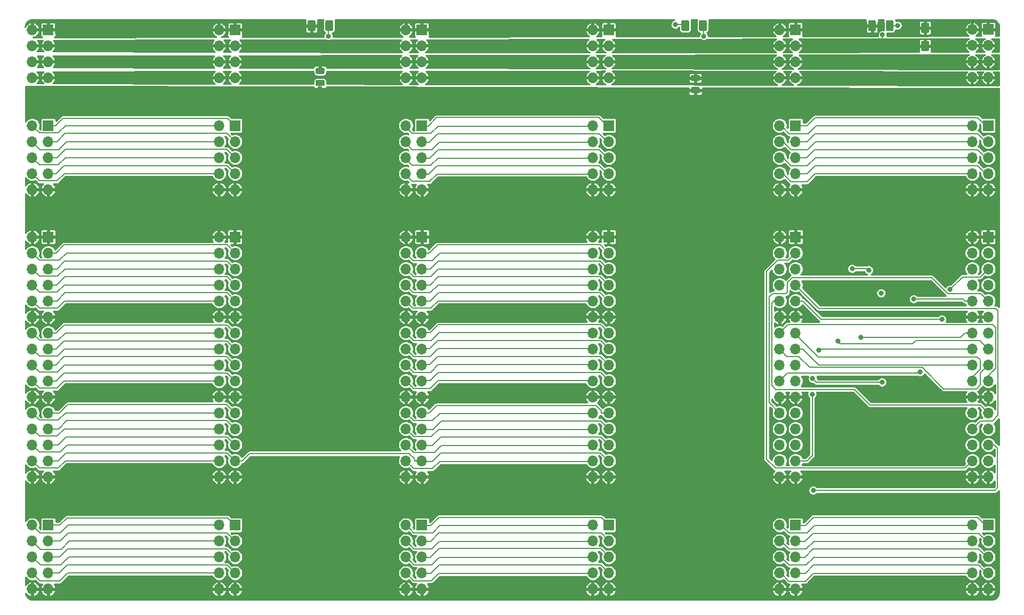
<source format=gbr>
%TF.GenerationSoftware,KiCad,Pcbnew,(5.1.12)-1*%
%TF.CreationDate,2022-02-09T20:28:49-06:00*%
%TF.ProjectId,gd blackplane proto pcb,67642062-6c61-4636-9b70-6c616e652070,rev?*%
%TF.SameCoordinates,Original*%
%TF.FileFunction,Copper,L1,Top*%
%TF.FilePolarity,Positive*%
%FSLAX46Y46*%
G04 Gerber Fmt 4.6, Leading zero omitted, Abs format (unit mm)*
G04 Created by KiCad (PCBNEW (5.1.12)-1) date 2022-02-09 20:28:49*
%MOMM*%
%LPD*%
G01*
G04 APERTURE LIST*
%TA.AperFunction,ComponentPad*%
%ADD10O,1.700000X1.700000*%
%TD*%
%TA.AperFunction,ComponentPad*%
%ADD11R,1.700000X1.700000*%
%TD*%
%TA.AperFunction,ViaPad*%
%ADD12C,0.800000*%
%TD*%
%TA.AperFunction,ViaPad*%
%ADD13C,0.600000*%
%TD*%
%TA.AperFunction,Conductor*%
%ADD14C,0.203200*%
%TD*%
%TA.AperFunction,Conductor*%
%ADD15C,0.254000*%
%TD*%
%TA.AperFunction,Conductor*%
%ADD16C,0.100000*%
%TD*%
G04 APERTURE END LIST*
D10*
%TO.P,J16,32*%
%TO.N,GND*%
X139190000Y-98425000D03*
%TO.P,J16,31*%
X141730000Y-98425000D03*
%TO.P,J16,30*%
%TO.N,/MD6*%
X139190000Y-95885000D03*
%TO.P,J16,29*%
%TO.N,/MD7*%
X141730000Y-95885000D03*
%TO.P,J16,28*%
%TO.N,/MD4*%
X139190000Y-93345000D03*
%TO.P,J16,27*%
%TO.N,/MD5*%
X141730000Y-93345000D03*
%TO.P,J16,26*%
%TO.N,/MD2*%
X139190000Y-90805000D03*
%TO.P,J16,25*%
%TO.N,/MD3*%
X141730000Y-90805000D03*
%TO.P,J16,24*%
%TO.N,/MD0*%
X139190000Y-88265000D03*
%TO.P,J16,23*%
%TO.N,/MD1*%
X141730000Y-88265000D03*
%TO.P,J16,22*%
%TO.N,GND*%
X139190000Y-85725000D03*
%TO.P,J16,21*%
X141730000Y-85725000D03*
%TO.P,J16,20*%
%TO.N,/BA14*%
X139190000Y-83185000D03*
%TO.P,J16,19*%
%TO.N,/BA15*%
X141730000Y-83185000D03*
%TO.P,J16,18*%
%TO.N,/BA12*%
X139190000Y-80645000D03*
%TO.P,J16,17*%
%TO.N,/BA13*%
X141730000Y-80645000D03*
%TO.P,J16,16*%
%TO.N,/BA10*%
X139190000Y-78105000D03*
%TO.P,J16,15*%
%TO.N,/BA11*%
X141730000Y-78105000D03*
%TO.P,J16,14*%
%TO.N,/BA8*%
X139190000Y-75565000D03*
%TO.P,J16,13*%
%TO.N,/BA9*%
X141730000Y-75565000D03*
%TO.P,J16,12*%
%TO.N,GND*%
X139190000Y-73025000D03*
%TO.P,J16,11*%
X141730000Y-73025000D03*
%TO.P,J16,10*%
%TO.N,/BA6*%
X139190000Y-70485000D03*
%TO.P,J16,9*%
%TO.N,/BA7*%
X141730000Y-70485000D03*
%TO.P,J16,8*%
%TO.N,/BA4*%
X139190000Y-67945000D03*
%TO.P,J16,7*%
%TO.N,/BA5*%
X141730000Y-67945000D03*
%TO.P,J16,6*%
%TO.N,/BA2*%
X139190000Y-65405000D03*
%TO.P,J16,5*%
%TO.N,/BA3*%
X141730000Y-65405000D03*
%TO.P,J16,4*%
%TO.N,/BA0*%
X139190000Y-62865000D03*
%TO.P,J16,3*%
%TO.N,/BA1*%
X141730000Y-62865000D03*
%TO.P,J16,2*%
%TO.N,GND*%
X139190000Y-60325000D03*
D11*
%TO.P,J16,1*%
X141730000Y-60325000D03*
%TD*%
D10*
%TO.P,J11,10*%
%TO.N,GND*%
X139190000Y-52788000D03*
%TO.P,J11,9*%
X141730000Y-52788000D03*
%TO.P,J11,8*%
%TO.N,/PH0*%
X139190000Y-50248000D03*
%TO.P,J11,7*%
%TO.N,/~INH*%
X141730000Y-50248000D03*
%TO.P,J11,6*%
%TO.N,/Q3*%
X139190000Y-47708000D03*
%TO.P,J11,5*%
%TO.N,/RW*%
X141730000Y-47708000D03*
%TO.P,J11,4*%
%TO.N,/CREF*%
X139190000Y-45168000D03*
%TO.P,J11,3*%
%TO.N,/~RESET*%
X141730000Y-45168000D03*
%TO.P,J11,2*%
%TO.N,/7M*%
X139190000Y-42628000D03*
D11*
%TO.P,J11,1*%
%TO.N,/~IRQ*%
X141730000Y-42628000D03*
%TD*%
D10*
%TO.P,J9,10*%
%TO.N,GND*%
X139190000Y-116251000D03*
%TO.P,J9,9*%
X141730000Y-116251000D03*
%TO.P,J9,8*%
%TO.N,/KSEL2*%
X139190000Y-113711000D03*
%TO.P,J9,7*%
%TO.N,/PDLTRIG*%
X141730000Y-113711000D03*
%TO.P,J9,6*%
%TO.N,/KSEL1*%
X139190000Y-111171000D03*
%TO.P,J9,5*%
%TO.N,/~DMA*%
X141730000Y-111171000D03*
%TO.P,J9,4*%
%TO.N,/KSEL0*%
X139190000Y-108631000D03*
%TO.P,J9,3*%
%TO.N,/~NMI*%
X141730000Y-108631000D03*
%TO.P,J9,2*%
%TO.N,/C060-67*%
X139190000Y-106091000D03*
D11*
%TO.P,J9,1*%
%TO.N,/~RDY*%
X141730000Y-106091000D03*
%TD*%
D10*
%TO.P,J5,8*%
%TO.N,-12V*%
X139190000Y-35006000D03*
%TO.P,J5,7*%
X141730000Y-35006000D03*
%TO.P,J5,6*%
%TO.N,+12V*%
X139190000Y-32466000D03*
%TO.P,J5,5*%
X141730000Y-32466000D03*
%TO.P,J5,4*%
%TO.N,+5V*%
X139190000Y-29926000D03*
%TO.P,J5,3*%
X141730000Y-29926000D03*
%TO.P,J5,2*%
%TO.N,GND*%
X139190000Y-27386000D03*
D11*
%TO.P,J5,1*%
X141730000Y-27386000D03*
%TD*%
D10*
%TO.P,J25,10*%
%TO.N,GND*%
X198540000Y-52788000D03*
%TO.P,J25,9*%
X201080000Y-52788000D03*
%TO.P,J25,8*%
%TO.N,/PH0*%
X198540000Y-50248000D03*
%TO.P,J25,7*%
%TO.N,/~INH*%
X201080000Y-50248000D03*
%TO.P,J25,6*%
%TO.N,/Q3*%
X198540000Y-47708000D03*
%TO.P,J25,5*%
%TO.N,/RW*%
X201080000Y-47708000D03*
%TO.P,J25,4*%
%TO.N,/CREF*%
X198540000Y-45168000D03*
%TO.P,J25,3*%
%TO.N,/~RESET*%
X201080000Y-45168000D03*
%TO.P,J25,2*%
%TO.N,/7M*%
X198540000Y-42628000D03*
D11*
%TO.P,J25,1*%
%TO.N,/~IRQ*%
X201080000Y-42628000D03*
%TD*%
D10*
%TO.P,J24,32*%
%TO.N,GND*%
X258826000Y-98425000D03*
%TO.P,J24,31*%
X261366000Y-98425000D03*
%TO.P,J24,30*%
%TO.N,/BA1*%
X258826000Y-95885000D03*
%TO.P,J24,29*%
%TO.N,/BA0*%
X261366000Y-95885000D03*
%TO.P,J24,28*%
%TO.N,/BA3*%
X258826000Y-93345000D03*
%TO.P,J24,27*%
%TO.N,/BA2*%
X261366000Y-93345000D03*
%TO.P,J24,26*%
%TO.N,/BA5*%
X258826000Y-90805000D03*
%TO.P,J24,25*%
%TO.N,/BA4*%
X261366000Y-90805000D03*
%TO.P,J24,24*%
%TO.N,/BA7*%
X258826000Y-88265000D03*
%TO.P,J24,23*%
%TO.N,/BA6*%
X261366000Y-88265000D03*
%TO.P,J24,22*%
%TO.N,GND*%
X258826000Y-85725000D03*
%TO.P,J24,21*%
X261366000Y-85725000D03*
%TO.P,J24,20*%
%TO.N,/BA9*%
X258826000Y-83185000D03*
%TO.P,J24,19*%
%TO.N,/BA8*%
X261366000Y-83185000D03*
%TO.P,J24,18*%
%TO.N,/BA11*%
X258826000Y-80645000D03*
%TO.P,J24,17*%
%TO.N,/BA10*%
X261366000Y-80645000D03*
%TO.P,J24,16*%
%TO.N,/BA13*%
X258826000Y-78105000D03*
%TO.P,J24,15*%
%TO.N,/BA12*%
X261366000Y-78105000D03*
%TO.P,J24,14*%
%TO.N,/BA15*%
X258826000Y-75565000D03*
%TO.P,J24,13*%
%TO.N,/BA14*%
X261366000Y-75565000D03*
%TO.P,J24,12*%
%TO.N,GND*%
X258826000Y-73025000D03*
%TO.P,J24,11*%
X261366000Y-73025000D03*
%TO.P,J24,10*%
%TO.N,/MD1*%
X258826000Y-70485000D03*
%TO.P,J24,9*%
%TO.N,/MD0*%
X261366000Y-70485000D03*
%TO.P,J24,8*%
%TO.N,/MD3*%
X258826000Y-67945000D03*
%TO.P,J24,7*%
%TO.N,/MD2*%
X261366000Y-67945000D03*
%TO.P,J24,6*%
%TO.N,/MD5*%
X258826000Y-65405000D03*
%TO.P,J24,5*%
%TO.N,/MD4*%
X261366000Y-65405000D03*
%TO.P,J24,4*%
%TO.N,/MD7*%
X258826000Y-62865000D03*
%TO.P,J24,3*%
%TO.N,/MD6*%
X261366000Y-62865000D03*
%TO.P,J24,2*%
%TO.N,GND*%
X258826000Y-60325000D03*
D11*
%TO.P,J24,1*%
X261366000Y-60325000D03*
%TD*%
D10*
%TO.P,J23,10*%
%TO.N,GND*%
X228215000Y-116251000D03*
%TO.P,J23,9*%
X230755000Y-116251000D03*
%TO.P,J23,8*%
%TO.N,/KSEL2*%
X228215000Y-113711000D03*
%TO.P,J23,7*%
%TO.N,/PDLTRIG*%
X230755000Y-113711000D03*
%TO.P,J23,6*%
%TO.N,/KSEL1*%
X228215000Y-111171000D03*
%TO.P,J23,5*%
%TO.N,/~DMA*%
X230755000Y-111171000D03*
%TO.P,J23,4*%
%TO.N,/KSEL0*%
X228215000Y-108631000D03*
%TO.P,J23,3*%
%TO.N,/~NMI*%
X230755000Y-108631000D03*
%TO.P,J23,2*%
%TO.N,/C060-67*%
X228215000Y-106091000D03*
D11*
%TO.P,J23,1*%
%TO.N,/~RDY*%
X230755000Y-106091000D03*
%TD*%
D10*
%TO.P,J22,8*%
%TO.N,-12V*%
X258830000Y-34980600D03*
%TO.P,J22,7*%
X261370000Y-34980600D03*
%TO.P,J22,6*%
%TO.N,+12V*%
X258830000Y-32440600D03*
%TO.P,J22,5*%
X261370000Y-32440600D03*
%TO.P,J22,4*%
%TO.N,+5V*%
X258830000Y-29900600D03*
%TO.P,J22,3*%
X261370000Y-29900600D03*
%TO.P,J22,2*%
%TO.N,GND*%
X258830000Y-27360600D03*
D11*
%TO.P,J22,1*%
X261370000Y-27360600D03*
%TD*%
D10*
%TO.P,J20,10*%
%TO.N,GND*%
X168865000Y-52788000D03*
%TO.P,J20,9*%
X171405000Y-52788000D03*
%TO.P,J20,8*%
%TO.N,/PH0*%
X168865000Y-50248000D03*
%TO.P,J20,7*%
%TO.N,/~INH*%
X171405000Y-50248000D03*
%TO.P,J20,6*%
%TO.N,/Q3*%
X168865000Y-47708000D03*
%TO.P,J20,5*%
%TO.N,/RW*%
X171405000Y-47708000D03*
%TO.P,J20,4*%
%TO.N,/CREF*%
X168865000Y-45168000D03*
%TO.P,J20,3*%
%TO.N,/~RESET*%
X171405000Y-45168000D03*
%TO.P,J20,2*%
%TO.N,/7M*%
X168865000Y-42628000D03*
D11*
%TO.P,J20,1*%
%TO.N,/~IRQ*%
X171405000Y-42628000D03*
%TD*%
D10*
%TO.P,J19,32*%
%TO.N,GND*%
X168865000Y-98425000D03*
%TO.P,J19,31*%
X171405000Y-98425000D03*
%TO.P,J19,30*%
%TO.N,/MD6*%
X168865000Y-95885000D03*
%TO.P,J19,29*%
%TO.N,/MD7*%
X171405000Y-95885000D03*
%TO.P,J19,28*%
%TO.N,/MD4*%
X168865000Y-93345000D03*
%TO.P,J19,27*%
%TO.N,/MD5*%
X171405000Y-93345000D03*
%TO.P,J19,26*%
%TO.N,/MD2*%
X168865000Y-90805000D03*
%TO.P,J19,25*%
%TO.N,/MD3*%
X171405000Y-90805000D03*
%TO.P,J19,24*%
%TO.N,/MD0*%
X168865000Y-88265000D03*
%TO.P,J19,23*%
%TO.N,/MD1*%
X171405000Y-88265000D03*
%TO.P,J19,22*%
%TO.N,GND*%
X168865000Y-85725000D03*
%TO.P,J19,21*%
X171405000Y-85725000D03*
%TO.P,J19,20*%
%TO.N,/BA14*%
X168865000Y-83185000D03*
%TO.P,J19,19*%
%TO.N,/BA15*%
X171405000Y-83185000D03*
%TO.P,J19,18*%
%TO.N,/BA12*%
X168865000Y-80645000D03*
%TO.P,J19,17*%
%TO.N,/BA13*%
X171405000Y-80645000D03*
%TO.P,J19,16*%
%TO.N,/BA10*%
X168865000Y-78105000D03*
%TO.P,J19,15*%
%TO.N,/BA11*%
X171405000Y-78105000D03*
%TO.P,J19,14*%
%TO.N,/BA8*%
X168865000Y-75565000D03*
%TO.P,J19,13*%
%TO.N,/BA9*%
X171405000Y-75565000D03*
%TO.P,J19,12*%
%TO.N,GND*%
X168865000Y-73025000D03*
%TO.P,J19,11*%
X171405000Y-73025000D03*
%TO.P,J19,10*%
%TO.N,/BA6*%
X168865000Y-70485000D03*
%TO.P,J19,9*%
%TO.N,/BA7*%
X171405000Y-70485000D03*
%TO.P,J19,8*%
%TO.N,/BA4*%
X168865000Y-67945000D03*
%TO.P,J19,7*%
%TO.N,/BA5*%
X171405000Y-67945000D03*
%TO.P,J19,6*%
%TO.N,/BA2*%
X168865000Y-65405000D03*
%TO.P,J19,5*%
%TO.N,/BA3*%
X171405000Y-65405000D03*
%TO.P,J19,4*%
%TO.N,/BA0*%
X168865000Y-62865000D03*
%TO.P,J19,3*%
%TO.N,/BA1*%
X171405000Y-62865000D03*
%TO.P,J19,2*%
%TO.N,GND*%
X168865000Y-60325000D03*
D11*
%TO.P,J19,1*%
X171405000Y-60325000D03*
%TD*%
D10*
%TO.P,J18,10*%
%TO.N,GND*%
X258830000Y-116251000D03*
%TO.P,J18,9*%
X261370000Y-116251000D03*
%TO.P,J18,8*%
%TO.N,/KSEL2*%
X258830000Y-113711000D03*
%TO.P,J18,7*%
%TO.N,/PDLTRIG*%
X261370000Y-113711000D03*
%TO.P,J18,6*%
%TO.N,/KSEL1*%
X258830000Y-111171000D03*
%TO.P,J18,5*%
%TO.N,/~DMA*%
X261370000Y-111171000D03*
%TO.P,J18,4*%
%TO.N,/KSEL0*%
X258830000Y-108631000D03*
%TO.P,J18,3*%
%TO.N,/~NMI*%
X261370000Y-108631000D03*
%TO.P,J18,2*%
%TO.N,/C060-67*%
X258830000Y-106091000D03*
D11*
%TO.P,J18,1*%
%TO.N,/~RDY*%
X261370000Y-106091000D03*
%TD*%
D10*
%TO.P,J17,8*%
%TO.N,-12V*%
X168865000Y-35006000D03*
%TO.P,J17,7*%
X171405000Y-35006000D03*
%TO.P,J17,6*%
%TO.N,+12V*%
X168865000Y-32466000D03*
%TO.P,J17,5*%
X171405000Y-32466000D03*
%TO.P,J17,4*%
%TO.N,+5V*%
X168865000Y-29926000D03*
%TO.P,J17,3*%
X171405000Y-29926000D03*
%TO.P,J17,2*%
%TO.N,GND*%
X168865000Y-27386000D03*
D11*
%TO.P,J17,1*%
X171405000Y-27386000D03*
%TD*%
D10*
%TO.P,J15,10*%
%TO.N,GND*%
X258830000Y-52788000D03*
%TO.P,J15,9*%
X261370000Y-52788000D03*
%TO.P,J15,8*%
%TO.N,/PH0*%
X258830000Y-50248000D03*
%TO.P,J15,7*%
%TO.N,/~INH*%
X261370000Y-50248000D03*
%TO.P,J15,6*%
%TO.N,/Q3*%
X258830000Y-47708000D03*
%TO.P,J15,5*%
%TO.N,/RW*%
X261370000Y-47708000D03*
%TO.P,J15,4*%
%TO.N,/CREF*%
X258830000Y-45168000D03*
%TO.P,J15,3*%
%TO.N,/~RESET*%
X261370000Y-45168000D03*
%TO.P,J15,2*%
%TO.N,/7M*%
X258830000Y-42628000D03*
D11*
%TO.P,J15,1*%
%TO.N,/~IRQ*%
X261370000Y-42628000D03*
%TD*%
D10*
%TO.P,J14,32*%
%TO.N,GND*%
X198540000Y-98425000D03*
%TO.P,J14,31*%
X201080000Y-98425000D03*
%TO.P,J14,30*%
%TO.N,/MD6*%
X198540000Y-95885000D03*
%TO.P,J14,29*%
%TO.N,/MD7*%
X201080000Y-95885000D03*
%TO.P,J14,28*%
%TO.N,/MD4*%
X198540000Y-93345000D03*
%TO.P,J14,27*%
%TO.N,/MD5*%
X201080000Y-93345000D03*
%TO.P,J14,26*%
%TO.N,/MD2*%
X198540000Y-90805000D03*
%TO.P,J14,25*%
%TO.N,/MD3*%
X201080000Y-90805000D03*
%TO.P,J14,24*%
%TO.N,/MD0*%
X198540000Y-88265000D03*
%TO.P,J14,23*%
%TO.N,/MD1*%
X201080000Y-88265000D03*
%TO.P,J14,22*%
%TO.N,GND*%
X198540000Y-85725000D03*
%TO.P,J14,21*%
X201080000Y-85725000D03*
%TO.P,J14,20*%
%TO.N,/BA14*%
X198540000Y-83185000D03*
%TO.P,J14,19*%
%TO.N,/BA15*%
X201080000Y-83185000D03*
%TO.P,J14,18*%
%TO.N,/BA12*%
X198540000Y-80645000D03*
%TO.P,J14,17*%
%TO.N,/BA13*%
X201080000Y-80645000D03*
%TO.P,J14,16*%
%TO.N,/BA10*%
X198540000Y-78105000D03*
%TO.P,J14,15*%
%TO.N,/BA11*%
X201080000Y-78105000D03*
%TO.P,J14,14*%
%TO.N,/BA8*%
X198540000Y-75565000D03*
%TO.P,J14,13*%
%TO.N,/BA9*%
X201080000Y-75565000D03*
%TO.P,J14,12*%
%TO.N,GND*%
X198540000Y-73025000D03*
%TO.P,J14,11*%
X201080000Y-73025000D03*
%TO.P,J14,10*%
%TO.N,/BA6*%
X198540000Y-70485000D03*
%TO.P,J14,9*%
%TO.N,/BA7*%
X201080000Y-70485000D03*
%TO.P,J14,8*%
%TO.N,/BA4*%
X198540000Y-67945000D03*
%TO.P,J14,7*%
%TO.N,/BA5*%
X201080000Y-67945000D03*
%TO.P,J14,6*%
%TO.N,/BA2*%
X198540000Y-65405000D03*
%TO.P,J14,5*%
%TO.N,/BA3*%
X201080000Y-65405000D03*
%TO.P,J14,4*%
%TO.N,/BA0*%
X198540000Y-62865000D03*
%TO.P,J14,3*%
%TO.N,/BA1*%
X201080000Y-62865000D03*
%TO.P,J14,2*%
%TO.N,GND*%
X198540000Y-60325000D03*
D11*
%TO.P,J14,1*%
X201080000Y-60325000D03*
%TD*%
D10*
%TO.P,J13,10*%
%TO.N,GND*%
X168865000Y-116251000D03*
%TO.P,J13,9*%
X171405000Y-116251000D03*
%TO.P,J13,8*%
%TO.N,/KSEL2*%
X168865000Y-113711000D03*
%TO.P,J13,7*%
%TO.N,/PDLTRIG*%
X171405000Y-113711000D03*
%TO.P,J13,6*%
%TO.N,/KSEL1*%
X168865000Y-111171000D03*
%TO.P,J13,5*%
%TO.N,/~DMA*%
X171405000Y-111171000D03*
%TO.P,J13,4*%
%TO.N,/KSEL0*%
X168865000Y-108631000D03*
%TO.P,J13,3*%
%TO.N,/~NMI*%
X171405000Y-108631000D03*
%TO.P,J13,2*%
%TO.N,/C060-67*%
X168865000Y-106091000D03*
D11*
%TO.P,J13,1*%
%TO.N,/~RDY*%
X171405000Y-106091000D03*
%TD*%
D10*
%TO.P,J12,8*%
%TO.N,-12V*%
X198540000Y-35006000D03*
%TO.P,J12,7*%
X201080000Y-35006000D03*
%TO.P,J12,6*%
%TO.N,+12V*%
X198540000Y-32466000D03*
%TO.P,J12,5*%
X201080000Y-32466000D03*
%TO.P,J12,4*%
%TO.N,+5V*%
X198540000Y-29926000D03*
%TO.P,J12,3*%
X201080000Y-29926000D03*
%TO.P,J12,2*%
%TO.N,GND*%
X198540000Y-27386000D03*
D11*
%TO.P,J12,1*%
X201080000Y-27386000D03*
%TD*%
D10*
%TO.P,J10,10*%
%TO.N,GND*%
X228215000Y-52788000D03*
%TO.P,J10,9*%
X230755000Y-52788000D03*
%TO.P,J10,8*%
%TO.N,/PH0*%
X228215000Y-50248000D03*
%TO.P,J10,7*%
%TO.N,/~INH*%
X230755000Y-50248000D03*
%TO.P,J10,6*%
%TO.N,/Q3*%
X228215000Y-47708000D03*
%TO.P,J10,5*%
%TO.N,/RW*%
X230755000Y-47708000D03*
%TO.P,J10,4*%
%TO.N,/CREF*%
X228215000Y-45168000D03*
%TO.P,J10,3*%
%TO.N,/~RESET*%
X230755000Y-45168000D03*
%TO.P,J10,2*%
%TO.N,/7M*%
X228215000Y-42628000D03*
D11*
%TO.P,J10,1*%
%TO.N,/~IRQ*%
X230755000Y-42628000D03*
%TD*%
D10*
%TO.P,J8,32*%
%TO.N,GND*%
X228215000Y-98425000D03*
%TO.P,J8,31*%
X230755000Y-98425000D03*
%TO.P,J8,30*%
%TO.N,/MD6*%
X228215000Y-95885000D03*
%TO.P,J8,29*%
%TO.N,/MD7*%
X230755000Y-95885000D03*
%TO.P,J8,28*%
%TO.N,/MD4*%
X228215000Y-93345000D03*
%TO.P,J8,27*%
%TO.N,/MD5*%
X230755000Y-93345000D03*
%TO.P,J8,26*%
%TO.N,/MD2*%
X228215000Y-90805000D03*
%TO.P,J8,25*%
%TO.N,/MD3*%
X230755000Y-90805000D03*
%TO.P,J8,24*%
%TO.N,/MD0*%
X228215000Y-88265000D03*
%TO.P,J8,23*%
%TO.N,/MD1*%
X230755000Y-88265000D03*
%TO.P,J8,22*%
%TO.N,GND*%
X228215000Y-85725000D03*
%TO.P,J8,21*%
X230755000Y-85725000D03*
%TO.P,J8,20*%
%TO.N,/BA14*%
X228215000Y-83185000D03*
%TO.P,J8,19*%
%TO.N,/BA15*%
X230755000Y-83185000D03*
%TO.P,J8,18*%
%TO.N,/BA12*%
X228215000Y-80645000D03*
%TO.P,J8,17*%
%TO.N,/BA13*%
X230755000Y-80645000D03*
%TO.P,J8,16*%
%TO.N,/BA10*%
X228215000Y-78105000D03*
%TO.P,J8,15*%
%TO.N,/BA11*%
X230755000Y-78105000D03*
%TO.P,J8,14*%
%TO.N,/BA8*%
X228215000Y-75565000D03*
%TO.P,J8,13*%
%TO.N,/BA9*%
X230755000Y-75565000D03*
%TO.P,J8,12*%
%TO.N,GND*%
X228215000Y-73025000D03*
%TO.P,J8,11*%
X230755000Y-73025000D03*
%TO.P,J8,10*%
%TO.N,/BA6*%
X228215000Y-70485000D03*
%TO.P,J8,9*%
%TO.N,/BA7*%
X230755000Y-70485000D03*
%TO.P,J8,8*%
%TO.N,/BA4*%
X228215000Y-67945000D03*
%TO.P,J8,7*%
%TO.N,/BA5*%
X230755000Y-67945000D03*
%TO.P,J8,6*%
%TO.N,/BA2*%
X228215000Y-65405000D03*
%TO.P,J8,5*%
%TO.N,/BA3*%
X230755000Y-65405000D03*
%TO.P,J8,4*%
%TO.N,/BA0*%
X228215000Y-62865000D03*
%TO.P,J8,3*%
%TO.N,/BA1*%
X230755000Y-62865000D03*
%TO.P,J8,2*%
%TO.N,GND*%
X228215000Y-60325000D03*
D11*
%TO.P,J8,1*%
X230755000Y-60325000D03*
%TD*%
D10*
%TO.P,J7,10*%
%TO.N,GND*%
X198540000Y-116251000D03*
%TO.P,J7,9*%
X201080000Y-116251000D03*
%TO.P,J7,8*%
%TO.N,/KSEL2*%
X198540000Y-113711000D03*
%TO.P,J7,7*%
%TO.N,/PDLTRIG*%
X201080000Y-113711000D03*
%TO.P,J7,6*%
%TO.N,/KSEL1*%
X198540000Y-111171000D03*
%TO.P,J7,5*%
%TO.N,/~DMA*%
X201080000Y-111171000D03*
%TO.P,J7,4*%
%TO.N,/KSEL0*%
X198540000Y-108631000D03*
%TO.P,J7,3*%
%TO.N,/~NMI*%
X201080000Y-108631000D03*
%TO.P,J7,2*%
%TO.N,/C060-67*%
X198540000Y-106091000D03*
D11*
%TO.P,J7,1*%
%TO.N,/~RDY*%
X201080000Y-106091000D03*
%TD*%
D10*
%TO.P,J6,8*%
%TO.N,-12V*%
X228215000Y-35006000D03*
%TO.P,J6,7*%
X230755000Y-35006000D03*
%TO.P,J6,6*%
%TO.N,+12V*%
X228215000Y-32466000D03*
%TO.P,J6,5*%
X230755000Y-32466000D03*
%TO.P,J6,4*%
%TO.N,+5V*%
X228215000Y-29926000D03*
%TO.P,J6,3*%
X230755000Y-29926000D03*
%TO.P,J6,2*%
%TO.N,GND*%
X228215000Y-27386000D03*
D11*
%TO.P,J6,1*%
X230755000Y-27386000D03*
%TD*%
D10*
%TO.P,J4,10*%
%TO.N,GND*%
X109515000Y-52788000D03*
%TO.P,J4,9*%
X112055000Y-52788000D03*
%TO.P,J4,8*%
%TO.N,/PH0*%
X109515000Y-50248000D03*
%TO.P,J4,7*%
%TO.N,/~INH*%
X112055000Y-50248000D03*
%TO.P,J4,6*%
%TO.N,/Q3*%
X109515000Y-47708000D03*
%TO.P,J4,5*%
%TO.N,/RW*%
X112055000Y-47708000D03*
%TO.P,J4,4*%
%TO.N,/CREF*%
X109515000Y-45168000D03*
%TO.P,J4,3*%
%TO.N,/~RESET*%
X112055000Y-45168000D03*
%TO.P,J4,2*%
%TO.N,/7M*%
X109515000Y-42628000D03*
D11*
%TO.P,J4,1*%
%TO.N,/~IRQ*%
X112055000Y-42628000D03*
%TD*%
D10*
%TO.P,J3,32*%
%TO.N,GND*%
X109515000Y-98425000D03*
%TO.P,J3,31*%
X112055000Y-98425000D03*
%TO.P,J3,30*%
%TO.N,/MD6*%
X109515000Y-95885000D03*
%TO.P,J3,29*%
%TO.N,/MD7*%
X112055000Y-95885000D03*
%TO.P,J3,28*%
%TO.N,/MD4*%
X109515000Y-93345000D03*
%TO.P,J3,27*%
%TO.N,/MD5*%
X112055000Y-93345000D03*
%TO.P,J3,26*%
%TO.N,/MD2*%
X109515000Y-90805000D03*
%TO.P,J3,25*%
%TO.N,/MD3*%
X112055000Y-90805000D03*
%TO.P,J3,24*%
%TO.N,/MD0*%
X109515000Y-88265000D03*
%TO.P,J3,23*%
%TO.N,/MD1*%
X112055000Y-88265000D03*
%TO.P,J3,22*%
%TO.N,GND*%
X109515000Y-85725000D03*
%TO.P,J3,21*%
X112055000Y-85725000D03*
%TO.P,J3,20*%
%TO.N,/BA14*%
X109515000Y-83185000D03*
%TO.P,J3,19*%
%TO.N,/BA15*%
X112055000Y-83185000D03*
%TO.P,J3,18*%
%TO.N,/BA12*%
X109515000Y-80645000D03*
%TO.P,J3,17*%
%TO.N,/BA13*%
X112055000Y-80645000D03*
%TO.P,J3,16*%
%TO.N,/BA10*%
X109515000Y-78105000D03*
%TO.P,J3,15*%
%TO.N,/BA11*%
X112055000Y-78105000D03*
%TO.P,J3,14*%
%TO.N,/BA8*%
X109515000Y-75565000D03*
%TO.P,J3,13*%
%TO.N,/BA9*%
X112055000Y-75565000D03*
%TO.P,J3,12*%
%TO.N,GND*%
X109515000Y-73025000D03*
%TO.P,J3,11*%
X112055000Y-73025000D03*
%TO.P,J3,10*%
%TO.N,/BA6*%
X109515000Y-70485000D03*
%TO.P,J3,9*%
%TO.N,/BA7*%
X112055000Y-70485000D03*
%TO.P,J3,8*%
%TO.N,/BA4*%
X109515000Y-67945000D03*
%TO.P,J3,7*%
%TO.N,/BA5*%
X112055000Y-67945000D03*
%TO.P,J3,6*%
%TO.N,/BA2*%
X109515000Y-65405000D03*
%TO.P,J3,5*%
%TO.N,/BA3*%
X112055000Y-65405000D03*
%TO.P,J3,4*%
%TO.N,/BA0*%
X109515000Y-62865000D03*
%TO.P,J3,3*%
%TO.N,/BA1*%
X112055000Y-62865000D03*
%TO.P,J3,2*%
%TO.N,GND*%
X109515000Y-60325000D03*
D11*
%TO.P,J3,1*%
X112055000Y-60325000D03*
%TD*%
D10*
%TO.P,J2,10*%
%TO.N,GND*%
X109515000Y-116251000D03*
%TO.P,J2,9*%
X112055000Y-116251000D03*
%TO.P,J2,8*%
%TO.N,/KSEL2*%
X109515000Y-113711000D03*
%TO.P,J2,7*%
%TO.N,/PDLTRIG*%
X112055000Y-113711000D03*
%TO.P,J2,6*%
%TO.N,/KSEL1*%
X109515000Y-111171000D03*
%TO.P,J2,5*%
%TO.N,/~DMA*%
X112055000Y-111171000D03*
%TO.P,J2,4*%
%TO.N,/KSEL0*%
X109515000Y-108631000D03*
%TO.P,J2,3*%
%TO.N,/~NMI*%
X112055000Y-108631000D03*
%TO.P,J2,2*%
%TO.N,/C060-67*%
X109515000Y-106091000D03*
D11*
%TO.P,J2,1*%
%TO.N,/~RDY*%
X112055000Y-106091000D03*
%TD*%
D10*
%TO.P,J1,8*%
%TO.N,-12V*%
X109515000Y-35006000D03*
%TO.P,J1,7*%
X112055000Y-35006000D03*
%TO.P,J1,6*%
%TO.N,+12V*%
X109515000Y-32466000D03*
%TO.P,J1,5*%
X112055000Y-32466000D03*
%TO.P,J1,4*%
%TO.N,+5V*%
X109515000Y-29926000D03*
%TO.P,J1,3*%
X112055000Y-29926000D03*
%TO.P,J1,2*%
%TO.N,GND*%
X109515000Y-27386000D03*
D11*
%TO.P,J1,1*%
X112055000Y-27386000D03*
%TD*%
%TO.P,D2,2*%
%TO.N,Net-(D2-Pad2)*%
%TA.AperFunction,SMDPad,CuDef*%
G36*
G01*
X245098000Y-27381000D02*
X245098000Y-26131000D01*
G75*
G02*
X245348000Y-25881000I250000J0D01*
G01*
X246098000Y-25881000D01*
G75*
G02*
X246348000Y-26131000I0J-250000D01*
G01*
X246348000Y-27381000D01*
G75*
G02*
X246098000Y-27631000I-250000J0D01*
G01*
X245348000Y-27631000D01*
G75*
G02*
X245098000Y-27381000I0J250000D01*
G01*
G37*
%TD.AperFunction*%
%TO.P,D2,1*%
%TO.N,GND*%
%TA.AperFunction,SMDPad,CuDef*%
G36*
G01*
X242298000Y-27381000D02*
X242298000Y-26131000D01*
G75*
G02*
X242548000Y-25881000I250000J0D01*
G01*
X243298000Y-25881000D01*
G75*
G02*
X243548000Y-26131000I0J-250000D01*
G01*
X243548000Y-27381000D01*
G75*
G02*
X243298000Y-27631000I-250000J0D01*
G01*
X242548000Y-27631000D01*
G75*
G02*
X242298000Y-27381000I0J250000D01*
G01*
G37*
%TD.AperFunction*%
%TD*%
%TO.P,D1,2*%
%TO.N,Net-(D1-Pad2)*%
%TA.AperFunction,SMDPad,CuDef*%
G36*
G01*
X156072000Y-27381000D02*
X156072000Y-26131000D01*
G75*
G02*
X156322000Y-25881000I250000J0D01*
G01*
X157072000Y-25881000D01*
G75*
G02*
X157322000Y-26131000I0J-250000D01*
G01*
X157322000Y-27381000D01*
G75*
G02*
X157072000Y-27631000I-250000J0D01*
G01*
X156322000Y-27631000D01*
G75*
G02*
X156072000Y-27381000I0J250000D01*
G01*
G37*
%TD.AperFunction*%
%TO.P,D1,1*%
%TO.N,GND*%
%TA.AperFunction,SMDPad,CuDef*%
G36*
G01*
X153272000Y-27381000D02*
X153272000Y-26131000D01*
G75*
G02*
X153522000Y-25881000I250000J0D01*
G01*
X154272000Y-25881000D01*
G75*
G02*
X154522000Y-26131000I0J-250000D01*
G01*
X154522000Y-27381000D01*
G75*
G02*
X154272000Y-27631000I-250000J0D01*
G01*
X153522000Y-27631000D01*
G75*
G02*
X153272000Y-27381000I0J250000D01*
G01*
G37*
%TD.AperFunction*%
%TD*%
%TO.P,D3,2*%
%TO.N,Net-(D3-Pad2)*%
%TA.AperFunction,SMDPad,CuDef*%
G36*
G01*
X215423000Y-27381000D02*
X215423000Y-26131000D01*
G75*
G02*
X215673000Y-25881000I250000J0D01*
G01*
X216423000Y-25881000D01*
G75*
G02*
X216673000Y-26131000I0J-250000D01*
G01*
X216673000Y-27381000D01*
G75*
G02*
X216423000Y-27631000I-250000J0D01*
G01*
X215673000Y-27631000D01*
G75*
G02*
X215423000Y-27381000I0J250000D01*
G01*
G37*
%TD.AperFunction*%
%TO.P,D3,1*%
%TO.N,-12V*%
%TA.AperFunction,SMDPad,CuDef*%
G36*
G01*
X212623000Y-27381000D02*
X212623000Y-26131000D01*
G75*
G02*
X212873000Y-25881000I250000J0D01*
G01*
X213623000Y-25881000D01*
G75*
G02*
X213873000Y-26131000I0J-250000D01*
G01*
X213873000Y-27381000D01*
G75*
G02*
X213623000Y-27631000I-250000J0D01*
G01*
X212873000Y-27631000D01*
G75*
G02*
X212623000Y-27381000I0J250000D01*
G01*
G37*
%TD.AperFunction*%
%TD*%
%TO.P,C7,2*%
%TO.N,GND*%
%TA.AperFunction,SMDPad,CuDef*%
G36*
G01*
X251771001Y-27899600D02*
X250920999Y-27899600D01*
G75*
G02*
X250671000Y-27649601I0J249999D01*
G01*
X250671000Y-26574599D01*
G75*
G02*
X250920999Y-26324600I249999J0D01*
G01*
X251771001Y-26324600D01*
G75*
G02*
X252021000Y-26574599I0J-249999D01*
G01*
X252021000Y-27649601D01*
G75*
G02*
X251771001Y-27899600I-249999J0D01*
G01*
G37*
%TD.AperFunction*%
%TO.P,C7,1*%
%TO.N,+5V*%
%TA.AperFunction,SMDPad,CuDef*%
G36*
G01*
X251771001Y-30774600D02*
X250920999Y-30774600D01*
G75*
G02*
X250671000Y-30524601I0J249999D01*
G01*
X250671000Y-29449599D01*
G75*
G02*
X250920999Y-29199600I249999J0D01*
G01*
X251771001Y-29199600D01*
G75*
G02*
X252021000Y-29449599I0J-249999D01*
G01*
X252021000Y-30524601D01*
G75*
G02*
X251771001Y-30774600I-249999J0D01*
G01*
G37*
%TD.AperFunction*%
%TD*%
%TO.P,C6,2*%
%TO.N,GND*%
%TA.AperFunction,SMDPad,CuDef*%
G36*
G01*
X214384000Y-36492600D02*
X215334000Y-36492600D01*
G75*
G02*
X215584000Y-36742600I0J-250000D01*
G01*
X215584000Y-37242600D01*
G75*
G02*
X215334000Y-37492600I-250000J0D01*
G01*
X214384000Y-37492600D01*
G75*
G02*
X214134000Y-37242600I0J250000D01*
G01*
X214134000Y-36742600D01*
G75*
G02*
X214384000Y-36492600I250000J0D01*
G01*
G37*
%TD.AperFunction*%
%TO.P,C6,1*%
%TO.N,-12V*%
%TA.AperFunction,SMDPad,CuDef*%
G36*
G01*
X214384000Y-34592600D02*
X215334000Y-34592600D01*
G75*
G02*
X215584000Y-34842600I0J-250000D01*
G01*
X215584000Y-35342600D01*
G75*
G02*
X215334000Y-35592600I-250000J0D01*
G01*
X214384000Y-35592600D01*
G75*
G02*
X214134000Y-35342600I0J250000D01*
G01*
X214134000Y-34842600D01*
G75*
G02*
X214384000Y-34592600I250000J0D01*
G01*
G37*
%TD.AperFunction*%
%TD*%
%TO.P,C5,2*%
%TO.N,GND*%
%TA.AperFunction,SMDPad,CuDef*%
G36*
G01*
X154769800Y-35349600D02*
X155719800Y-35349600D01*
G75*
G02*
X155969800Y-35599600I0J-250000D01*
G01*
X155969800Y-36099600D01*
G75*
G02*
X155719800Y-36349600I-250000J0D01*
G01*
X154769800Y-36349600D01*
G75*
G02*
X154519800Y-36099600I0J250000D01*
G01*
X154519800Y-35599600D01*
G75*
G02*
X154769800Y-35349600I250000J0D01*
G01*
G37*
%TD.AperFunction*%
%TO.P,C5,1*%
%TO.N,+12V*%
%TA.AperFunction,SMDPad,CuDef*%
G36*
G01*
X154769800Y-33449600D02*
X155719800Y-33449600D01*
G75*
G02*
X155969800Y-33699600I0J-250000D01*
G01*
X155969800Y-34199600D01*
G75*
G02*
X155719800Y-34449600I-250000J0D01*
G01*
X154769800Y-34449600D01*
G75*
G02*
X154519800Y-34199600I0J250000D01*
G01*
X154519800Y-33699600D01*
G75*
G02*
X154769800Y-33449600I250000J0D01*
G01*
G37*
%TD.AperFunction*%
%TD*%
D12*
%TO.N,*%
X244335300Y-69227700D03*
D13*
%TO.N,GND*%
X214627499Y-88887300D03*
X214627499Y-78701900D03*
X214627499Y-81165700D03*
X214627499Y-83693000D03*
D12*
X152158700Y-27460810D03*
X155244800Y-36728400D03*
X241935000Y-93357700D03*
X249809000Y-89700100D03*
X247434100Y-83172300D03*
X236804200Y-68935600D03*
X237705900Y-63246000D03*
X248170700Y-63906400D03*
D13*
X214627499Y-76161900D03*
X214627499Y-91427300D03*
X214627499Y-95199200D03*
X214627499Y-113118900D03*
X214627499Y-71183500D03*
X214627499Y-69799200D03*
X214627499Y-67271900D03*
X214627499Y-66052700D03*
X214627499Y-63512700D03*
D12*
%TO.N,+5V*%
X244565600Y-28191900D03*
%TO.N,Net-(D1-Pad2)*%
X156570500Y-28406100D03*
%TO.N,+12V*%
X153936700Y-32689800D03*
%TO.N,-12V*%
X213410800Y-34963100D03*
X211658200Y-26593800D03*
%TO.N,/MD7*%
X233402650Y-85295250D03*
%TO.N,/MD4*%
X255301300Y-68649810D03*
%TO.N,/MD1*%
X249523300Y-70171600D03*
%TO.N,/BA14*%
X250509700Y-81756221D03*
%TO.N,/BA15*%
X241165700Y-76259400D03*
%TO.N,/BA12*%
X237459100Y-76882900D03*
%TO.N,/BA13*%
X234417500Y-78329800D03*
%TO.N,/BA7*%
X253991600Y-73398100D03*
%TO.N,/BA2*%
X233565700Y-100571300D03*
%TO.N,/BA3*%
X239750600Y-65366900D03*
X242417600Y-65582800D03*
X233476800Y-82829400D03*
X244487700Y-83413600D03*
%TO.N,Net-(D2-Pad2)*%
X246980000Y-26742800D03*
%TO.N,Net-(D3-Pad2)*%
X216178500Y-28406100D03*
%TD*%
D14*
%TO.N,GND*%
X152863510Y-26756000D02*
X152158700Y-27460810D01*
X153897000Y-26756000D02*
X152863510Y-26756000D01*
X155244800Y-35849600D02*
X155244800Y-36728400D01*
%TO.N,+5V*%
X244565600Y-29729400D02*
X244565600Y-28191900D01*
%TO.N,Net-(D1-Pad2)*%
X156697000Y-26756000D02*
X156570500Y-26882500D01*
X156570500Y-26882500D02*
X156570500Y-28406100D01*
%TO.N,+12V*%
X153936700Y-32689800D02*
X155133400Y-32689800D01*
X155244800Y-32801200D02*
X155133400Y-32689800D01*
X155244800Y-33949600D02*
X155244800Y-32801200D01*
%TO.N,-12V*%
X213540300Y-35092600D02*
X213410800Y-34963100D01*
X214859000Y-35092600D02*
X213540300Y-35092600D01*
X213085800Y-26593800D02*
X213248000Y-26756000D01*
X211658200Y-26593800D02*
X213085800Y-26593800D01*
%TO.N,/KSEL2*%
X198540000Y-113779000D02*
X198664000Y-113779000D01*
X168989000Y-113779000D02*
X170144000Y-114934000D01*
X168921000Y-113711000D02*
X168989000Y-113779000D01*
X168865000Y-113711000D02*
X168921000Y-113711000D01*
X174079000Y-113779000D02*
X198540000Y-113779000D01*
X172924000Y-114934000D02*
X174079000Y-113779000D01*
X170144000Y-114934000D02*
X172924000Y-114934000D01*
X198540000Y-113711000D02*
X198540000Y-113779000D01*
X109515000Y-113711000D02*
X110789000Y-114986000D01*
X110789000Y-114986000D02*
X113868000Y-114986000D01*
X113868000Y-114986000D02*
X115143000Y-113711000D01*
X115143000Y-113711000D02*
X139190000Y-113711000D01*
X233578400Y-113753900D02*
X258163320Y-113753900D01*
X232321100Y-115011200D02*
X233578400Y-113753900D01*
X229745500Y-115011200D02*
X232321100Y-115011200D01*
X228488200Y-113753900D02*
X229745500Y-115011200D01*
%TO.N,/PDLTRIG*%
X201108000Y-113683000D02*
X201204000Y-113779000D01*
X171529000Y-113779000D02*
X172809000Y-113779000D01*
X171473000Y-113779000D02*
X171405000Y-113711000D01*
X171529000Y-113779000D02*
X171473000Y-113779000D01*
X199832000Y-112408000D02*
X201108000Y-113683000D01*
X174180000Y-112408000D02*
X199832000Y-112408000D01*
X172809000Y-113779000D02*
X174180000Y-112408000D01*
X201080000Y-113711000D02*
X201108000Y-113683000D01*
X112055000Y-113711000D02*
X113797000Y-113711000D01*
X113797000Y-113711000D02*
X115049000Y-112458000D01*
X115049000Y-112458000D02*
X140477000Y-112458000D01*
X140477000Y-112458000D02*
X141730000Y-113711000D01*
X259829300Y-112458500D02*
X260703320Y-113332520D01*
X260703320Y-113332520D02*
X260703320Y-113753900D01*
X233603800Y-112458500D02*
X259829300Y-112458500D01*
X232308400Y-113753900D02*
X233603800Y-112458500D01*
X231028200Y-113753900D02*
X232308400Y-113753900D01*
%TO.N,/KSEL1*%
X169566500Y-111816500D02*
X169510500Y-111816500D01*
X169510500Y-111816500D02*
X168865000Y-111171000D01*
X169566500Y-111816500D02*
X170144000Y-112394000D01*
X174155000Y-111239000D02*
X198540000Y-111239000D01*
X173000000Y-112394000D02*
X174155000Y-111239000D01*
X170144000Y-112394000D02*
X173000000Y-112394000D01*
X168989000Y-111239000D02*
X169566500Y-111816500D01*
X198540000Y-111239000D02*
X198664000Y-111239000D01*
X198540000Y-111171000D02*
X198540000Y-111239000D01*
X109515000Y-111171000D02*
X110802000Y-112458000D01*
X110802000Y-112458000D02*
X114033000Y-112458000D01*
X114033000Y-112458000D02*
X115321000Y-111171000D01*
X115321000Y-111171000D02*
X139190000Y-111171000D01*
X233654600Y-111213900D02*
X258163320Y-111213900D01*
X232435400Y-112433100D02*
X233654600Y-111213900D01*
X229707400Y-112433100D02*
X232435400Y-112433100D01*
X228488200Y-111213900D02*
X229707400Y-112433100D01*
%TO.N,/~DMA*%
X201108000Y-111143000D02*
X201204000Y-111239000D01*
X171529000Y-111239000D02*
X172733000Y-111239000D01*
X171473000Y-111239000D02*
X171405000Y-111171000D01*
X171529000Y-111239000D02*
X171473000Y-111239000D01*
X199807000Y-109842000D02*
X201108000Y-111143000D01*
X174130000Y-109842000D02*
X199807000Y-109842000D01*
X172733000Y-111239000D02*
X174130000Y-109842000D01*
X201080000Y-111171000D02*
X201108000Y-111143000D01*
X112055000Y-111171000D02*
X113873000Y-111171000D01*
X113873000Y-111171000D02*
X115189000Y-109855000D01*
X115189000Y-109855000D02*
X140414000Y-109855000D01*
X140414000Y-109855000D02*
X141730000Y-111171000D01*
X260703320Y-110754420D02*
X260703320Y-111213900D01*
X259842000Y-109893100D02*
X260703320Y-110754420D01*
X233553000Y-109893100D02*
X259842000Y-109893100D01*
X232232200Y-111213900D02*
X233553000Y-109893100D01*
X231028200Y-111213900D02*
X232232200Y-111213900D01*
%TO.N,/KSEL0*%
X169566500Y-109276500D02*
X169510500Y-109276500D01*
X169510500Y-109276500D02*
X168865000Y-108631000D01*
X169566500Y-109276500D02*
X170144000Y-109854000D01*
X174155000Y-108699000D02*
X198540000Y-108699000D01*
X173000000Y-109854000D02*
X174155000Y-108699000D01*
X170144000Y-109854000D02*
X173000000Y-109854000D01*
X168989000Y-108699000D02*
X169566500Y-109276500D01*
X198540000Y-108699000D02*
X198664000Y-108699000D01*
X198540000Y-108631000D02*
X198540000Y-108699000D01*
X109515000Y-108631000D02*
X110815000Y-109931000D01*
X110815000Y-109931000D02*
X114110000Y-109931000D01*
X114110000Y-109931000D02*
X115410000Y-108631000D01*
X115410000Y-108631000D02*
X139190000Y-108631000D01*
X233654600Y-108673900D02*
X258163320Y-108673900D01*
X232435400Y-109893100D02*
X233654600Y-108673900D01*
X229707400Y-109893100D02*
X232435400Y-109893100D01*
X228488200Y-108673900D02*
X229707400Y-109893100D01*
%TO.N,/~NMI*%
X201108000Y-108603000D02*
X201204000Y-108699000D01*
X171529000Y-108699000D02*
X172784000Y-108699000D01*
X171473000Y-108699000D02*
X171405000Y-108631000D01*
X171529000Y-108699000D02*
X171473000Y-108699000D01*
X199870000Y-107366000D02*
X201108000Y-108603000D01*
X174117000Y-107366000D02*
X199870000Y-107366000D01*
X172784000Y-108699000D02*
X174117000Y-107366000D01*
X201080000Y-108631000D02*
X201108000Y-108603000D01*
X112055000Y-108631000D02*
X113975000Y-108631000D01*
X113975000Y-108631000D02*
X115252000Y-107353000D01*
X115252000Y-107353000D02*
X140452000Y-107353000D01*
X140452000Y-107353000D02*
X141730000Y-108631000D01*
X259854700Y-107403900D02*
X260703320Y-108252520D01*
X233553000Y-107403900D02*
X259854700Y-107403900D01*
X232283000Y-108673900D02*
X233553000Y-107403900D01*
X260703320Y-108252520D02*
X260703320Y-108673900D01*
X231028200Y-108673900D02*
X232283000Y-108673900D01*
%TO.N,/C060-67*%
X198540000Y-106159000D02*
X174282000Y-106159000D01*
X170144000Y-107314000D02*
X169566500Y-106736500D01*
X173127000Y-107314000D02*
X170144000Y-107314000D01*
X174282000Y-106159000D02*
X173127000Y-107314000D01*
X198664000Y-106159000D02*
X198540000Y-106159000D01*
X198540000Y-106091000D02*
X198540000Y-106159000D01*
X169566500Y-106736500D02*
X169510500Y-106736500D01*
X169510500Y-106736500D02*
X168865000Y-106091000D01*
X169566500Y-106736500D02*
X168989000Y-106159000D01*
X109515000Y-106091000D02*
X110777000Y-107353000D01*
X110777000Y-107353000D02*
X113982000Y-107353000D01*
X113982000Y-107353000D02*
X115245000Y-106091000D01*
X115245000Y-106091000D02*
X139190000Y-106091000D01*
X229694700Y-107340400D02*
X228488200Y-106133900D01*
X232575100Y-107340400D02*
X229694700Y-107340400D01*
X233781600Y-106133900D02*
X232575100Y-107340400D01*
X258163320Y-106133900D02*
X233781600Y-106133900D01*
%TO.N,/~RDY*%
X201108000Y-106063000D02*
X201204000Y-106159000D01*
X171529000Y-106159000D02*
X172809000Y-106159000D01*
X171461000Y-106091000D02*
X171529000Y-106159000D01*
X171405000Y-106091000D02*
X171461000Y-106091000D01*
X199934000Y-104889000D02*
X201108000Y-106063000D01*
X174079000Y-104889000D02*
X199934000Y-104889000D01*
X172809000Y-106159000D02*
X174079000Y-104889000D01*
X201080000Y-106091000D02*
X201108000Y-106063000D01*
X112055000Y-106091000D02*
X113911000Y-106091000D01*
X113911000Y-106091000D02*
X115066000Y-104936000D01*
X115066000Y-104936000D02*
X140575000Y-104936000D01*
X140575000Y-104936000D02*
X141730000Y-106091000D01*
X260703320Y-105877620D02*
X260703320Y-106133900D01*
X259689600Y-104863900D02*
X260703320Y-105877620D01*
X233578400Y-104863900D02*
X259689600Y-104863900D01*
X232308400Y-106133900D02*
X233578400Y-104863900D01*
X231028200Y-106133900D02*
X232308400Y-106133900D01*
%TO.N,/MD6*%
X198540000Y-95986600D02*
X198613000Y-95986600D01*
X168938000Y-95986600D02*
X170093000Y-97141400D01*
X170093000Y-97141400D02*
X173076000Y-97141400D01*
X173076000Y-97141400D02*
X174231000Y-95986600D01*
X174231000Y-95986600D02*
X198540000Y-95986600D01*
X198540000Y-95885000D02*
X198540000Y-95986600D01*
X168865000Y-95885000D02*
X168938000Y-95958000D01*
X168938000Y-95958000D02*
X168938000Y-95986600D01*
X109515000Y-95885000D02*
X110669000Y-97039800D01*
X110669000Y-97039800D02*
X113653000Y-97039800D01*
X113653000Y-97039800D02*
X114808000Y-95885000D01*
X114808000Y-95885000D02*
X139190000Y-95885000D01*
%TO.N,/MD7*%
X141730000Y-95885000D02*
X142885100Y-95885000D01*
X171405000Y-95885000D02*
X170249900Y-95885000D01*
X170249900Y-95885000D02*
X170249900Y-95609400D01*
X170249900Y-95609400D02*
X169370300Y-94729800D01*
X169370300Y-94729800D02*
X144040300Y-94729800D01*
X144040300Y-94729800D02*
X142885100Y-95885000D01*
X171506600Y-95986600D02*
X171405000Y-95885000D01*
X201254600Y-95885000D02*
X201153000Y-95986600D01*
X201080000Y-95885000D02*
X201254600Y-95885000D01*
X171506600Y-95986600D02*
X173088000Y-95986600D01*
X173088000Y-95986600D02*
X174460000Y-94615000D01*
X174460000Y-94615000D02*
X199781000Y-94615000D01*
X199781000Y-94615000D02*
X201153000Y-95986600D01*
X171478000Y-95986600D02*
X171506600Y-95986600D01*
X112055000Y-95885000D02*
X113665000Y-95885000D01*
X113665000Y-95885000D02*
X114935000Y-94615000D01*
X114935000Y-94615000D02*
X140460000Y-94615000D01*
X140460000Y-94615000D02*
X141730000Y-95885000D01*
X230755000Y-95885000D02*
X232549700Y-95885000D01*
X233402650Y-95032050D02*
X233402650Y-85295250D01*
X232549700Y-95885000D02*
X233402650Y-95032050D01*
%TO.N,/MD4*%
X198540000Y-93446600D02*
X198613000Y-93446600D01*
X168938000Y-93446600D02*
X170093000Y-94601400D01*
X170093000Y-94601400D02*
X173381000Y-94601400D01*
X173381000Y-94601400D02*
X174536000Y-93446600D01*
X174536000Y-93446600D02*
X198540000Y-93446600D01*
X198540000Y-93345000D02*
X198540000Y-93446600D01*
X168865000Y-93345000D02*
X168938000Y-93418000D01*
X168938000Y-93418000D02*
X168938000Y-93446600D01*
X109515000Y-93345000D02*
X110669000Y-94499800D01*
X110669000Y-94499800D02*
X113958000Y-94499800D01*
X113958000Y-94499800D02*
X115113000Y-93345000D01*
X115113000Y-93345000D02*
X139190000Y-93345000D01*
X260096000Y-66675000D02*
X257276110Y-66675000D01*
X257276110Y-66675000D02*
X255301300Y-68649810D01*
X261366000Y-65405000D02*
X260096000Y-66675000D01*
%TO.N,/MD5*%
X201065700Y-93359300D02*
X201153000Y-93446600D01*
X171478000Y-93446600D02*
X173088000Y-93446600D01*
X173088000Y-93446600D02*
X174447000Y-92087700D01*
X174447000Y-92087700D02*
X199794000Y-92087700D01*
X199794000Y-92087700D02*
X201065700Y-93359300D01*
X201080000Y-93345000D02*
X201065700Y-93359300D01*
X171405000Y-93345000D02*
X171478000Y-93418000D01*
X171478000Y-93418000D02*
X171478000Y-93446600D01*
X112055000Y-93345000D02*
X113665000Y-93345000D01*
X113665000Y-93345000D02*
X114935000Y-92075000D01*
X114935000Y-92075000D02*
X140460000Y-92075000D01*
X140460000Y-92075000D02*
X141730000Y-93345000D01*
%TO.N,/MD2*%
X198540000Y-90906600D02*
X198613000Y-90906600D01*
X168938000Y-90906600D02*
X170093000Y-92061400D01*
X170093000Y-92061400D02*
X172924000Y-92061400D01*
X172924000Y-92061400D02*
X174079000Y-90906600D01*
X174079000Y-90906600D02*
X198540000Y-90906600D01*
X198540000Y-90805000D02*
X198540000Y-90906600D01*
X168865000Y-90805000D02*
X168938000Y-90878000D01*
X168938000Y-90878000D02*
X168938000Y-90906600D01*
X109515000Y-90805000D02*
X110669000Y-91959800D01*
X110669000Y-91959800D02*
X113501000Y-91959800D01*
X113501000Y-91959800D02*
X114656000Y-90805000D01*
X114656000Y-90805000D02*
X139190000Y-90805000D01*
%TO.N,/MD3*%
X171405000Y-90805000D02*
X171478000Y-90878000D01*
X171478000Y-90878000D02*
X171478000Y-90906600D01*
X201065700Y-90819300D02*
X201153000Y-90906600D01*
X171478000Y-90906600D02*
X173114000Y-90906600D01*
X173114000Y-90906600D02*
X174473000Y-89547700D01*
X174473000Y-89547700D02*
X199794000Y-89547700D01*
X199794000Y-89547700D02*
X201065700Y-90819300D01*
X201080000Y-90805000D02*
X201065700Y-90819300D01*
X112055000Y-90805000D02*
X113690000Y-90805000D01*
X113690000Y-90805000D02*
X115011000Y-89484200D01*
X115011000Y-89484200D02*
X140409000Y-89484200D01*
X140409000Y-89484200D02*
X141730000Y-90805000D01*
%TO.N,/MD0*%
X168865000Y-88265000D02*
X168938000Y-88338000D01*
X168938000Y-88338000D02*
X168938000Y-88366600D01*
X168938000Y-88366600D02*
X170093000Y-89521400D01*
X170093000Y-89521400D02*
X173076000Y-89521400D01*
X173076000Y-89521400D02*
X174231000Y-88366600D01*
X174231000Y-88366600D02*
X198438400Y-88366600D01*
X198438400Y-88366600D02*
X198540000Y-88265000D01*
X198438400Y-88366600D02*
X198613000Y-88366600D01*
X109515000Y-88265000D02*
X110669000Y-89419800D01*
X110669000Y-89419800D02*
X113653000Y-89419800D01*
X113653000Y-89419800D02*
X114808000Y-88265000D01*
X114808000Y-88265000D02*
X139190000Y-88265000D01*
X226555289Y-86605289D02*
X226555289Y-69837311D01*
X226555289Y-69837311D02*
X227076000Y-69316600D01*
X229438200Y-67571400D02*
X230220300Y-66789300D01*
X229438200Y-69113400D02*
X229438200Y-67571400D01*
X252397682Y-66789300D02*
X254962994Y-69354612D01*
X254962994Y-69354612D02*
X255639606Y-69354612D01*
X229235000Y-69316600D02*
X229438200Y-69113400D01*
X255639606Y-69354612D02*
X255677618Y-69316600D01*
X230220300Y-66789300D02*
X252397682Y-66789300D01*
X255677618Y-69316600D02*
X260197600Y-69316600D01*
X228215000Y-88265000D02*
X226555289Y-86605289D01*
X260197600Y-69316600D02*
X261366000Y-70485000D01*
X227076000Y-69316600D02*
X229235000Y-69316600D01*
%TO.N,/MD1*%
X258826000Y-70485000D02*
X257670900Y-70485000D01*
X249523300Y-70171600D02*
X257357500Y-70171600D01*
X257357500Y-70171600D02*
X257670900Y-70485000D01*
X171405000Y-88265000D02*
X172560100Y-88265000D01*
X201080000Y-88265000D02*
X199924900Y-88265000D01*
X199924900Y-88265000D02*
X199924900Y-87976200D01*
X199924900Y-87976200D02*
X199058500Y-87109800D01*
X199058500Y-87109800D02*
X173715300Y-87109800D01*
X173715300Y-87109800D02*
X172560100Y-88265000D01*
X112055000Y-88265000D02*
X113843000Y-88265000D01*
X113843000Y-88265000D02*
X115164000Y-86944200D01*
X115164000Y-86944200D02*
X140409000Y-86944200D01*
X140409000Y-86944200D02*
X141730000Y-88265000D01*
%TO.N,/BA14*%
X198540000Y-83172300D02*
X198550000Y-83172300D01*
X169356200Y-83654500D02*
X170144000Y-84442300D01*
X170144000Y-84442300D02*
X172695000Y-84442300D01*
X172695000Y-84442300D02*
X173965000Y-83172300D01*
X173965000Y-83172300D02*
X198540000Y-83172300D01*
X198540000Y-83185000D02*
X198540000Y-83172300D01*
X169356200Y-83654500D02*
X169334500Y-83654500D01*
X169334500Y-83654500D02*
X168865000Y-83185000D01*
X168874000Y-83172300D02*
X169356200Y-83654500D01*
X109515000Y-83185000D02*
X110669000Y-84339800D01*
X110669000Y-84339800D02*
X113450000Y-84339800D01*
X113450000Y-84339800D02*
X114605000Y-83185000D01*
X114605000Y-83185000D02*
X139190000Y-83185000D01*
X250287421Y-81978500D02*
X250509700Y-81756221D01*
X229421500Y-81978500D02*
X250287421Y-81978500D01*
X228215000Y-83185000D02*
X229421500Y-81978500D01*
%TO.N,/BA15*%
X258826000Y-75565000D02*
X257670900Y-75565000D01*
X241165700Y-76259400D02*
X256976500Y-76259400D01*
X256976500Y-76259400D02*
X257670900Y-75565000D01*
X201080000Y-83185000D02*
X201090000Y-83175000D01*
X201090000Y-83175000D02*
X201090000Y-83172300D01*
X171417700Y-83172300D02*
X171405000Y-83185000D01*
X171417700Y-83172300D02*
X172695000Y-83172300D01*
X172695000Y-83172300D02*
X173990000Y-81876900D01*
X173990000Y-81876900D02*
X199794000Y-81876900D01*
X199794000Y-81876900D02*
X201090000Y-83172300D01*
X171414000Y-83172300D02*
X171417700Y-83172300D01*
X112055000Y-83185000D02*
X113335000Y-83185000D01*
X113335000Y-83185000D02*
X114554000Y-81965800D01*
X114554000Y-81965800D02*
X140511000Y-81965800D01*
X140511000Y-81965800D02*
X141730000Y-83185000D01*
%TO.N,/BA12*%
X168875800Y-80634100D02*
X170119000Y-81876900D01*
X170119000Y-81876900D02*
X172796000Y-81876900D01*
X172796000Y-81876900D02*
X174041000Y-80632300D01*
X174041000Y-80632300D02*
X198540000Y-80632300D01*
X168874000Y-80632300D02*
X168875800Y-80634100D01*
X168865000Y-80645000D02*
X168875800Y-80634200D01*
X168875800Y-80634200D02*
X168875800Y-80634100D01*
X198540000Y-80632300D02*
X198550000Y-80632300D01*
X198540000Y-80645000D02*
X198540000Y-80632300D01*
X109515000Y-80645000D02*
X110669000Y-81799800D01*
X110669000Y-81799800D02*
X113526000Y-81799800D01*
X113526000Y-81799800D02*
X114681000Y-80645000D01*
X114681000Y-80645000D02*
X139190000Y-80645000D01*
X237859099Y-77282899D02*
X237459100Y-76882900D01*
X249373401Y-77282899D02*
X237859099Y-77282899D01*
X249872100Y-76784200D02*
X249373401Y-77282899D01*
X260016550Y-76784200D02*
X249872100Y-76784200D01*
X261337350Y-78105000D02*
X260016550Y-76784200D01*
X261366000Y-78105000D02*
X261337350Y-78105000D01*
%TO.N,/BA13*%
X258826000Y-78105000D02*
X234642300Y-78105000D01*
X234642300Y-78105000D02*
X234417500Y-78329800D01*
X201080000Y-80645000D02*
X201090000Y-80635000D01*
X201090000Y-80635000D02*
X201090000Y-80632300D01*
X171417700Y-80632300D02*
X171405000Y-80645000D01*
X171417700Y-80632300D02*
X172618000Y-80632300D01*
X172618000Y-80632300D02*
X173926000Y-79324200D01*
X173926000Y-79324200D02*
X199781000Y-79324200D01*
X199781000Y-79324200D02*
X201090000Y-80632300D01*
X171414000Y-80632300D02*
X171417700Y-80632300D01*
X112055000Y-80645000D02*
X113259000Y-80645000D01*
X113259000Y-80645000D02*
X114579000Y-79324200D01*
X114579000Y-79324200D02*
X140409000Y-79324200D01*
X140409000Y-79324200D02*
X141730000Y-80645000D01*
%TO.N,/BA10*%
X169509000Y-78727300D02*
X169487300Y-78727300D01*
X169487300Y-78727300D02*
X168865000Y-78105000D01*
X169509000Y-78727300D02*
X170144000Y-79362300D01*
X170144000Y-79362300D02*
X172771000Y-79362300D01*
X172771000Y-79362300D02*
X174041000Y-78092300D01*
X174041000Y-78092300D02*
X198540000Y-78092300D01*
X168874000Y-78092300D02*
X169509000Y-78727300D01*
X198540000Y-78092300D02*
X198550000Y-78092300D01*
X198540000Y-78105000D02*
X198540000Y-78092300D01*
X109515000Y-78105000D02*
X110669000Y-79259800D01*
X110669000Y-79259800D02*
X113526000Y-79259800D01*
X113526000Y-79259800D02*
X114681000Y-78105000D01*
X114681000Y-78105000D02*
X139190000Y-78105000D01*
X261366000Y-80686350D02*
X260121400Y-81930950D01*
X254243000Y-84455000D02*
X250839411Y-81051411D01*
X250839411Y-81051411D02*
X233035911Y-81051411D01*
X261366000Y-80645000D02*
X261366000Y-80686350D01*
X229396100Y-79286100D02*
X228215000Y-78105000D01*
X260121400Y-81930950D02*
X260121400Y-83832700D01*
X231270600Y-79286100D02*
X229396100Y-79286100D01*
X233035911Y-81051411D02*
X231270600Y-79286100D01*
X259499100Y-84455000D02*
X254243000Y-84455000D01*
X260121400Y-83832700D02*
X259499100Y-84455000D01*
%TO.N,/BA11*%
X201080000Y-78105000D02*
X201090000Y-78095000D01*
X201090000Y-78095000D02*
X201090000Y-78092300D01*
X171417700Y-78092300D02*
X171405000Y-78105000D01*
X171417700Y-78092300D02*
X172669000Y-78092300D01*
X172669000Y-78092300D02*
X173939000Y-76822300D01*
X173939000Y-76822300D02*
X199820000Y-76822300D01*
X199820000Y-76822300D02*
X201090000Y-78092300D01*
X171414000Y-78092300D02*
X171417700Y-78092300D01*
X112055000Y-78105000D02*
X113309000Y-78105000D01*
X113309000Y-78105000D02*
X114579000Y-76835000D01*
X114579000Y-76835000D02*
X140460000Y-76835000D01*
X140460000Y-76835000D02*
X141730000Y-78105000D01*
X231910100Y-78105000D02*
X230755000Y-78105000D01*
X234450100Y-80645000D02*
X231910100Y-78105000D01*
X258826000Y-80645000D02*
X234450100Y-80645000D01*
%TO.N,/BA8*%
X198540000Y-75552300D02*
X174168000Y-75552300D01*
X174168000Y-75552300D02*
X172936000Y-76784200D01*
X172936000Y-76784200D02*
X170106000Y-76784200D01*
X170106000Y-76784200D02*
X169489900Y-76168200D01*
X169489900Y-76168200D02*
X169468200Y-76168200D01*
X169468200Y-76168200D02*
X168865000Y-75565000D01*
X169489900Y-76168200D02*
X168874000Y-75552300D01*
X198550000Y-75552300D02*
X198540000Y-75552300D01*
X198540000Y-75565000D02*
X198540000Y-75552300D01*
X139190000Y-75565000D02*
X114808000Y-75565000D01*
X114808000Y-75565000D02*
X113653000Y-76719800D01*
X113653000Y-76719800D02*
X110669000Y-76719800D01*
X110669000Y-76719800D02*
X109515000Y-75565000D01*
X261366000Y-82354106D02*
X261366000Y-83185000D01*
X262520801Y-81199305D02*
X261366000Y-82354106D01*
X262520801Y-74738601D02*
X262520801Y-81199305D01*
X262051800Y-74269600D02*
X262520801Y-74738601D01*
X229510400Y-74269600D02*
X262051800Y-74269600D01*
X228215000Y-75565000D02*
X229510400Y-74269600D01*
%TO.N,/BA9*%
X201080000Y-75565000D02*
X201090000Y-75555000D01*
X201090000Y-75555000D02*
X201090000Y-75552300D01*
X171417700Y-75552300D02*
X171405000Y-75565000D01*
X171417700Y-75552300D02*
X172695000Y-75552300D01*
X172695000Y-75552300D02*
X173965000Y-74282300D01*
X173965000Y-74282300D02*
X199820000Y-74282300D01*
X199820000Y-74282300D02*
X201090000Y-75552300D01*
X171414000Y-75552300D02*
X171417700Y-75552300D01*
X112055000Y-75565000D02*
X113335000Y-75565000D01*
X113335000Y-75565000D02*
X114605000Y-74295000D01*
X114605000Y-74295000D02*
X140460000Y-74295000D01*
X140460000Y-74295000D02*
X141730000Y-75565000D01*
X230755000Y-75729500D02*
X230755000Y-75565000D01*
X234400500Y-79375000D02*
X230755000Y-75729500D01*
X259638800Y-79375000D02*
X234400500Y-79375000D01*
X260096000Y-81381600D02*
X260096000Y-79832200D01*
X258826000Y-82651600D02*
X260096000Y-81381600D01*
X260096000Y-79832200D02*
X259638800Y-79375000D01*
X258826000Y-83185000D02*
X258826000Y-82651600D01*
%TO.N,/BA6*%
X168844500Y-70505500D02*
X169978000Y-71639800D01*
X169978000Y-71639800D02*
X172835000Y-71639800D01*
X172835000Y-71639800D02*
X173990000Y-70485000D01*
X173990000Y-70485000D02*
X198499000Y-70485000D01*
X168824000Y-70485000D02*
X168844500Y-70505500D01*
X168865000Y-70485000D02*
X168844500Y-70505500D01*
X198499000Y-70485000D02*
X198540000Y-70485000D01*
X109515000Y-70485000D02*
X110669000Y-71639800D01*
X110669000Y-71639800D02*
X113526000Y-71639800D01*
X113526000Y-71639800D02*
X114681000Y-70485000D01*
X114681000Y-70485000D02*
X139190000Y-70485000D01*
X242554600Y-86995000D02*
X260096000Y-86995000D01*
X240103500Y-84543900D02*
X242554600Y-86995000D01*
X227584000Y-84543900D02*
X240103500Y-84543900D01*
X226961700Y-83921600D02*
X227584000Y-84543900D01*
X226961700Y-70815200D02*
X226961700Y-83921600D01*
X227291900Y-70485000D02*
X226961700Y-70815200D01*
X260096000Y-86995000D02*
X261366000Y-88265000D01*
X228215000Y-70485000D02*
X227291900Y-70485000D01*
%TO.N,/BA7*%
X230755000Y-70485000D02*
X231910100Y-70485000D01*
X231910100Y-70485000D02*
X234823200Y-73398100D01*
X234823200Y-73398100D02*
X253991600Y-73398100D01*
X201080000Y-70485000D02*
X201039000Y-70485000D01*
X171405000Y-70485000D02*
X172771000Y-70485000D01*
X172771000Y-70485000D02*
X174066000Y-69189600D01*
X174066000Y-69189600D02*
X199743000Y-69189600D01*
X199743000Y-69189600D02*
X201039000Y-70485000D01*
X171364000Y-70485000D02*
X171405000Y-70485000D01*
X112055000Y-70485000D02*
X113462000Y-70485000D01*
X113462000Y-70485000D02*
X114757000Y-69189600D01*
X114757000Y-69189600D02*
X140434000Y-69189600D01*
X140434000Y-69189600D02*
X141730000Y-70485000D01*
%TO.N,/BA4*%
X168844500Y-67965500D02*
X170030000Y-69151500D01*
X170030000Y-69151500D02*
X172758000Y-69151500D01*
X172758000Y-69151500D02*
X173965000Y-67945000D01*
X173965000Y-67945000D02*
X198499000Y-67945000D01*
X168824000Y-67945000D02*
X168844500Y-67965500D01*
X168865000Y-67945000D02*
X168844500Y-67965500D01*
X198499000Y-67945000D02*
X198540000Y-67945000D01*
X109515000Y-67945000D02*
X110669000Y-69099800D01*
X110669000Y-69099800D02*
X113501000Y-69099800D01*
X113501000Y-69099800D02*
X114656000Y-67945000D01*
X114656000Y-67945000D02*
X139190000Y-67945000D01*
%TO.N,/BA5*%
X200391000Y-67297300D02*
X200432300Y-67297300D01*
X200432300Y-67297300D02*
X201080000Y-67945000D01*
X200391000Y-67297300D02*
X201039000Y-67945000D01*
X171405000Y-67945000D02*
X172720000Y-67945000D01*
X172720000Y-67945000D02*
X174015000Y-66649600D01*
X174015000Y-66649600D02*
X199743000Y-66649600D01*
X199743000Y-66649600D02*
X200391000Y-67297300D01*
X171364000Y-67945000D02*
X171405000Y-67945000D01*
X112055000Y-67945000D02*
X113411000Y-67945000D01*
X113411000Y-67945000D02*
X114706000Y-66649600D01*
X114706000Y-66649600D02*
X140434000Y-66649600D01*
X140434000Y-66649600D02*
X141730000Y-67945000D01*
X260070600Y-89560400D02*
X258826000Y-90805000D01*
X262013700Y-89560400D02*
X260070600Y-89560400D01*
X262927212Y-88646888D02*
X262013700Y-89560400D01*
X262927212Y-72008112D02*
X262927212Y-88646888D01*
X262597900Y-71678800D02*
X262927212Y-72008112D01*
X234488800Y-71678800D02*
X262597900Y-71678800D01*
X230755000Y-67945000D02*
X234488800Y-71678800D01*
%TO.N,/BA2*%
X168844500Y-65425500D02*
X170081000Y-66662300D01*
X170081000Y-66662300D02*
X172784000Y-66662300D01*
X172784000Y-66662300D02*
X174041000Y-65405000D01*
X174041000Y-65405000D02*
X198499000Y-65405000D01*
X168824000Y-65405000D02*
X168844500Y-65425500D01*
X168865000Y-65405000D02*
X168844500Y-65425500D01*
X198499000Y-65405000D02*
X198540000Y-65405000D01*
X109515000Y-65405000D02*
X110669000Y-66559800D01*
X110669000Y-66559800D02*
X113577000Y-66559800D01*
X113577000Y-66559800D02*
X114732000Y-65405000D01*
X114732000Y-65405000D02*
X139190000Y-65405000D01*
X233565700Y-100571300D02*
X262470900Y-100571300D01*
X262470900Y-100571300D02*
X262851900Y-100190300D01*
X262851900Y-100190300D02*
X262851900Y-93865700D01*
X262331200Y-93345000D02*
X261366000Y-93345000D01*
X262851900Y-93865700D02*
X262331200Y-93345000D01*
%TO.N,/BA3*%
X201080000Y-65405000D02*
X201039000Y-65405000D01*
X171405000Y-65405000D02*
X172745000Y-65405000D01*
X172745000Y-65405000D02*
X174015000Y-64135000D01*
X174015000Y-64135000D02*
X199769000Y-64135000D01*
X199769000Y-64135000D02*
X201039000Y-65405000D01*
X171364000Y-65405000D02*
X171405000Y-65405000D01*
X112055000Y-65405000D02*
X113436000Y-65405000D01*
X113436000Y-65405000D02*
X114681000Y-64160400D01*
X114681000Y-64160400D02*
X140485000Y-64160400D01*
X140485000Y-64160400D02*
X141730000Y-65405000D01*
X239750600Y-65366900D02*
X242201700Y-65366900D01*
X242201700Y-65366900D02*
X242417600Y-65582800D01*
X234061000Y-83413600D02*
X244487700Y-83413600D01*
X233476800Y-82829400D02*
X234061000Y-83413600D01*
%TO.N,/BA0*%
X168844500Y-62885500D02*
X170056000Y-64096900D01*
X170056000Y-64096900D02*
X173038000Y-64096900D01*
X173038000Y-64096900D02*
X174269000Y-62865000D01*
X174269000Y-62865000D02*
X198499000Y-62865000D01*
X168824000Y-62865000D02*
X168844500Y-62885500D01*
X168865000Y-62865000D02*
X168844500Y-62885500D01*
X198499000Y-62865000D02*
X198540000Y-62865000D01*
X109515000Y-62865000D02*
X110669000Y-64019800D01*
X110669000Y-64019800D02*
X113806000Y-64019800D01*
X113806000Y-64019800D02*
X114960000Y-62865000D01*
X114960000Y-62865000D02*
X139190000Y-62865000D01*
%TO.N,/BA1*%
X201039000Y-62865000D02*
X201080000Y-62865000D01*
X171405000Y-62865000D02*
X172593000Y-62865000D01*
X172593000Y-62865000D02*
X173888000Y-61569600D01*
X173888000Y-61569600D02*
X199743000Y-61569600D01*
X199743000Y-61569600D02*
X201039000Y-62865000D01*
X171364000Y-62865000D02*
X171405000Y-62865000D01*
X112055000Y-62865000D02*
X113284000Y-62865000D01*
X113284000Y-62865000D02*
X114579000Y-61569600D01*
X114579000Y-61569600D02*
X140434000Y-61569600D01*
X140434000Y-61569600D02*
X141730000Y-62865000D01*
X229599900Y-64020100D02*
X230755000Y-62865000D01*
X227915700Y-64020100D02*
X229599900Y-64020100D01*
X226148878Y-95630978D02*
X226148878Y-65786922D01*
X227557701Y-97039801D02*
X226148878Y-95630978D01*
X257671199Y-97039801D02*
X227557701Y-97039801D01*
X226148878Y-65786922D02*
X227915700Y-64020100D01*
X258826000Y-95885000D02*
X257671199Y-97039801D01*
%TO.N,/PH0*%
X168730100Y-50383000D02*
X169839000Y-51491700D01*
X198451100Y-50336900D02*
X198540000Y-50248000D01*
X198359000Y-50336900D02*
X198451100Y-50336900D01*
X173793000Y-50336900D02*
X198359000Y-50336900D01*
X172638000Y-51491700D02*
X173793000Y-50336900D01*
X169839000Y-51491700D02*
X172638000Y-51491700D01*
X168684000Y-50336900D02*
X168730100Y-50383000D01*
X168865000Y-50248000D02*
X168730100Y-50382900D01*
X168730100Y-50382900D02*
X168730100Y-50383000D01*
X109515000Y-50248000D02*
X110669000Y-51402800D01*
X110669000Y-51402800D02*
X113469000Y-51402800D01*
X113469000Y-51402800D02*
X114623000Y-50248000D01*
X114623000Y-50248000D02*
X139190000Y-50248000D01*
X233845100Y-50241200D02*
X258430020Y-50241200D01*
X232549700Y-51536600D02*
X233845100Y-50241200D01*
X230050300Y-51536600D02*
X232549700Y-51536600D01*
X228754900Y-50241200D02*
X230050300Y-51536600D01*
%TO.N,/~INH*%
X201080000Y-50248000D02*
X200987900Y-50248000D01*
X199533000Y-48971200D02*
X200899000Y-50336900D01*
X173812000Y-48971200D02*
X199533000Y-48971200D01*
X172446000Y-50336900D02*
X173812000Y-48971200D01*
X171493900Y-50336900D02*
X172446000Y-50336900D01*
X200987900Y-50248000D02*
X200899000Y-50336900D01*
X171493900Y-50336900D02*
X171405000Y-50248000D01*
X171224000Y-50336900D02*
X171493900Y-50336900D01*
X112055000Y-50248000D02*
X113277000Y-50248000D01*
X113277000Y-50248000D02*
X114554000Y-48971200D01*
X114554000Y-48971200D02*
X140453000Y-48971200D01*
X140453000Y-48971200D02*
X141730000Y-50248000D01*
X259700020Y-48971200D02*
X260970020Y-50241200D01*
X233845100Y-48971200D02*
X259700020Y-48971200D01*
X232575100Y-50241200D02*
X233845100Y-48971200D01*
X231294900Y-50241200D02*
X232575100Y-50241200D01*
%TO.N,/Q3*%
X168730100Y-47843000D02*
X169839000Y-48951700D01*
X198451100Y-47796900D02*
X198540000Y-47708000D01*
X198359000Y-47796900D02*
X198451100Y-47796900D01*
X173970000Y-47796900D02*
X198359000Y-47796900D01*
X172816000Y-48951700D02*
X173970000Y-47796900D01*
X169839000Y-48951700D02*
X172816000Y-48951700D01*
X168684000Y-47796900D02*
X168730100Y-47843000D01*
X168865000Y-47708000D02*
X168730100Y-47842900D01*
X168730100Y-47842900D02*
X168730100Y-47843000D01*
X109515000Y-47708000D02*
X110669000Y-48862800D01*
X110669000Y-48862800D02*
X113646000Y-48862800D01*
X113646000Y-48862800D02*
X114801000Y-47708000D01*
X114801000Y-47708000D02*
X139190000Y-47708000D01*
X232625900Y-48996600D02*
X233921300Y-47701200D01*
X230050300Y-48996600D02*
X232625900Y-48996600D01*
X233921300Y-47701200D02*
X258430020Y-47701200D01*
X228754900Y-47701200D02*
X230050300Y-48996600D01*
%TO.N,/RW*%
X201080000Y-47708000D02*
X200987900Y-47708000D01*
X199533000Y-46431200D02*
X200899000Y-47796900D01*
X174015000Y-46431200D02*
X199533000Y-46431200D01*
X172650000Y-47796900D02*
X174015000Y-46431200D01*
X171493900Y-47796900D02*
X172650000Y-47796900D01*
X200987900Y-47708000D02*
X200899000Y-47796900D01*
X171493900Y-47796900D02*
X171405000Y-47708000D01*
X171224000Y-47796900D02*
X171493900Y-47796900D01*
X112055000Y-47708000D02*
X113480000Y-47708000D01*
X113480000Y-47708000D02*
X114783000Y-46405800D01*
X114783000Y-46405800D02*
X140428000Y-46405800D01*
X140428000Y-46405800D02*
X141730000Y-47708000D01*
X259712720Y-46443900D02*
X260970020Y-47701200D01*
X233756200Y-46443900D02*
X259712720Y-46443900D01*
X232498900Y-47701200D02*
X233756200Y-46443900D01*
X231294900Y-47701200D02*
X232498900Y-47701200D01*
%TO.N,/CREF*%
X168730100Y-45302900D02*
X169871000Y-46443900D01*
X198451100Y-45256900D02*
X198540000Y-45168000D01*
X198359000Y-45256900D02*
X198451100Y-45256900D01*
X174148000Y-45256900D02*
X198359000Y-45256900D01*
X172961000Y-46443900D02*
X174148000Y-45256900D01*
X169871000Y-46443900D02*
X172961000Y-46443900D01*
X168684000Y-45256900D02*
X168730100Y-45302900D01*
X168865000Y-45168000D02*
X168730100Y-45302900D01*
X109515000Y-45168000D02*
X110778000Y-46431200D01*
X110778000Y-46431200D02*
X113716000Y-46431200D01*
X113716000Y-46431200D02*
X114979000Y-45168000D01*
X114979000Y-45168000D02*
X139190000Y-45168000D01*
X233921300Y-45161200D02*
X258430020Y-45161200D01*
X232638600Y-46443900D02*
X233921300Y-45161200D01*
X230037600Y-46443900D02*
X232638600Y-46443900D01*
X228754900Y-45161200D02*
X230037600Y-46443900D01*
%TO.N,/~RESET*%
X231294900Y-45161200D02*
X232549700Y-45161200D01*
X259700020Y-43891200D02*
X260970020Y-45161200D01*
X232549700Y-45161200D02*
X233819700Y-43891200D01*
X233819700Y-43891200D02*
X259700020Y-43891200D01*
X201080000Y-45168000D02*
X200987900Y-45168000D01*
X199571000Y-43929300D02*
X200899000Y-45256900D01*
X173926000Y-43929300D02*
X199571000Y-43929300D01*
X172599000Y-45256900D02*
X173926000Y-43929300D01*
X171493900Y-45256900D02*
X172599000Y-45256900D01*
X200987900Y-45168000D02*
X200899000Y-45256900D01*
X171493900Y-45256900D02*
X171405000Y-45168000D01*
X171224000Y-45256900D02*
X171493900Y-45256900D01*
X112055000Y-45168000D02*
X113430000Y-45168000D01*
X113430000Y-45168000D02*
X114719000Y-43878500D01*
X114719000Y-43878500D02*
X140440000Y-43878500D01*
X140440000Y-43878500D02*
X141730000Y-45168000D01*
%TO.N,/7M*%
X168730100Y-42763000D02*
X169839000Y-43871700D01*
X198451100Y-42716900D02*
X198540000Y-42628000D01*
X198359000Y-42716900D02*
X198451100Y-42716900D01*
X173970000Y-42716900D02*
X198359000Y-42716900D01*
X172816000Y-43871700D02*
X173970000Y-42716900D01*
X169839000Y-43871700D02*
X172816000Y-43871700D01*
X168684000Y-42716900D02*
X168730100Y-42763000D01*
X168865000Y-42628000D02*
X168730100Y-42762900D01*
X168730100Y-42762900D02*
X168730100Y-42763000D01*
X109515000Y-42628000D02*
X110669000Y-43782800D01*
X110669000Y-43782800D02*
X113646000Y-43782800D01*
X113646000Y-43782800D02*
X114801000Y-42628000D01*
X114801000Y-42628000D02*
X139190000Y-42628000D01*
X228748100Y-42947100D02*
X228748100Y-42628000D01*
X228748100Y-42628000D02*
X228754900Y-42621200D01*
X229717600Y-43916600D02*
X228748100Y-42947100D01*
X232752900Y-43916600D02*
X229717600Y-43916600D01*
X234048300Y-42621200D02*
X232752900Y-43916600D01*
X258430020Y-42621200D02*
X234048300Y-42621200D01*
%TO.N,/~IRQ*%
X232575100Y-42621200D02*
X233845100Y-41351200D01*
X259700020Y-41351200D02*
X260970020Y-42621200D01*
X231294900Y-42621200D02*
X232575100Y-42621200D01*
X233845100Y-41351200D02*
X259700020Y-41351200D01*
X201080000Y-42628000D02*
X200987900Y-42628000D01*
X199508000Y-41325800D02*
X200899000Y-42716900D01*
X173787000Y-41325800D02*
X199508000Y-41325800D01*
X172396000Y-42716900D02*
X173787000Y-41325800D01*
X171493900Y-42716900D02*
X172396000Y-42716900D01*
X200987900Y-42628000D02*
X200899000Y-42716900D01*
X171493900Y-42716900D02*
X171405000Y-42628000D01*
X171224000Y-42716900D02*
X171493900Y-42716900D01*
X112055000Y-42628000D02*
X113226000Y-42628000D01*
X113226000Y-42628000D02*
X114381000Y-41473200D01*
X114381000Y-41473200D02*
X140575000Y-41473200D01*
X140575000Y-41473200D02*
X141730000Y-42628000D01*
%TO.N,Net-(D2-Pad2)*%
X245723000Y-26756000D02*
X246966800Y-26756000D01*
X246966800Y-26756000D02*
X246980000Y-26742800D01*
%TO.N,Net-(D3-Pad2)*%
X216048000Y-26756000D02*
X216178500Y-26886500D01*
X216178500Y-26886500D02*
X216178500Y-28406100D01*
%TD*%
D15*
%TO.N,+5V*%
X263094000Y-30918074D02*
X261955723Y-30919619D01*
X262091361Y-30834691D01*
X262259732Y-30676012D01*
X262393911Y-30487535D01*
X262488742Y-30276502D01*
X262509034Y-30209588D01*
X262460278Y-30027600D01*
X261497000Y-30027600D01*
X261497000Y-30047600D01*
X261243000Y-30047600D01*
X261243000Y-30027600D01*
X260279722Y-30027600D01*
X260230966Y-30209588D01*
X260251258Y-30276502D01*
X260346089Y-30487535D01*
X260480268Y-30676012D01*
X260648639Y-30834691D01*
X260786811Y-30921206D01*
X259410204Y-30923075D01*
X259551361Y-30834691D01*
X259719732Y-30676012D01*
X259853911Y-30487535D01*
X259948742Y-30276502D01*
X259969034Y-30209588D01*
X259920278Y-30027600D01*
X258957000Y-30027600D01*
X258957000Y-30047600D01*
X258703000Y-30047600D01*
X258703000Y-30027600D01*
X257739722Y-30027600D01*
X257690966Y-30209588D01*
X257711258Y-30276502D01*
X257806089Y-30487535D01*
X257940268Y-30676012D01*
X258108639Y-30834691D01*
X258252306Y-30924647D01*
X252310897Y-30932713D01*
X252327541Y-30901574D01*
X252346423Y-30839331D01*
X252352798Y-30774600D01*
X252351200Y-30196650D01*
X252268650Y-30114100D01*
X251473000Y-30114100D01*
X251473000Y-30134100D01*
X251219000Y-30134100D01*
X251219000Y-30114100D01*
X250423350Y-30114100D01*
X250340800Y-30196650D01*
X250339202Y-30774600D01*
X250345577Y-30839331D01*
X250364459Y-30901574D01*
X250382502Y-30935331D01*
X231314856Y-30961216D01*
X231476361Y-30860091D01*
X231644732Y-30701412D01*
X231778911Y-30512935D01*
X231873742Y-30301902D01*
X231894034Y-30234988D01*
X231845278Y-30053000D01*
X230882000Y-30053000D01*
X230882000Y-30073000D01*
X230628000Y-30073000D01*
X230628000Y-30053000D01*
X229664722Y-30053000D01*
X229615966Y-30234988D01*
X229636258Y-30301902D01*
X229731089Y-30512935D01*
X229865268Y-30701412D01*
X230033639Y-30860091D01*
X230197567Y-30962733D01*
X228769337Y-30964672D01*
X228936361Y-30860091D01*
X229104732Y-30701412D01*
X229238911Y-30512935D01*
X229333742Y-30301902D01*
X229354034Y-30234988D01*
X229305278Y-30053000D01*
X228342000Y-30053000D01*
X228342000Y-30073000D01*
X228088000Y-30073000D01*
X228088000Y-30053000D01*
X227124722Y-30053000D01*
X227075966Y-30234988D01*
X227096258Y-30301902D01*
X227191089Y-30512935D01*
X227325268Y-30701412D01*
X227493639Y-30860091D01*
X227663062Y-30966174D01*
X202702250Y-31000060D01*
X201565341Y-30998042D01*
X201605268Y-30982873D01*
X201801361Y-30860091D01*
X201969732Y-30701412D01*
X202103911Y-30512935D01*
X202198742Y-30301902D01*
X202219034Y-30234988D01*
X202170278Y-30053000D01*
X201207000Y-30053000D01*
X201207000Y-30073000D01*
X200953000Y-30073000D01*
X200953000Y-30053000D01*
X199989722Y-30053000D01*
X199940966Y-30234988D01*
X199961258Y-30301902D01*
X200056089Y-30512935D01*
X200190268Y-30701412D01*
X200358639Y-30860091D01*
X200554732Y-30982873D01*
X200590104Y-30996311D01*
X199037151Y-30993555D01*
X199065268Y-30982873D01*
X199261361Y-30860091D01*
X199429732Y-30701412D01*
X199563911Y-30512935D01*
X199658742Y-30301902D01*
X199679034Y-30234988D01*
X199630278Y-30053000D01*
X198667000Y-30053000D01*
X198667000Y-30073000D01*
X198413000Y-30073000D01*
X198413000Y-30053000D01*
X197449722Y-30053000D01*
X197400966Y-30234988D01*
X197421258Y-30301902D01*
X197516089Y-30512935D01*
X197650268Y-30701412D01*
X197818639Y-30860091D01*
X198014732Y-30982873D01*
X198038182Y-30991782D01*
X171989877Y-30945550D01*
X172126361Y-30860091D01*
X172294732Y-30701412D01*
X172428911Y-30512935D01*
X172523742Y-30301902D01*
X172544034Y-30234988D01*
X172495278Y-30053000D01*
X171532000Y-30053000D01*
X171532000Y-30073000D01*
X171278000Y-30073000D01*
X171278000Y-30053000D01*
X170314722Y-30053000D01*
X170265966Y-30234988D01*
X170286258Y-30301902D01*
X170381089Y-30512935D01*
X170515268Y-30701412D01*
X170683639Y-30860091D01*
X170816798Y-30943468D01*
X169457056Y-30941054D01*
X169586361Y-30860091D01*
X169754732Y-30701412D01*
X169888911Y-30512935D01*
X169983742Y-30301902D01*
X170004034Y-30234988D01*
X169955278Y-30053000D01*
X168992000Y-30053000D01*
X168992000Y-30073000D01*
X168738000Y-30073000D01*
X168738000Y-30053000D01*
X167774722Y-30053000D01*
X167725966Y-30234988D01*
X167746258Y-30301902D01*
X167841089Y-30512935D01*
X167975268Y-30701412D01*
X168143639Y-30860091D01*
X168269578Y-30938947D01*
X142398756Y-30893029D01*
X142451361Y-30860091D01*
X142619732Y-30701412D01*
X142753911Y-30512935D01*
X142848742Y-30301902D01*
X142869034Y-30234988D01*
X142820278Y-30053000D01*
X141857000Y-30053000D01*
X141857000Y-30073000D01*
X141603000Y-30073000D01*
X141603000Y-30053000D01*
X140639722Y-30053000D01*
X140590966Y-30234988D01*
X140611258Y-30301902D01*
X140706089Y-30512935D01*
X140840268Y-30701412D01*
X141008639Y-30860091D01*
X141057442Y-30890649D01*
X139865935Y-30888534D01*
X139911361Y-30860091D01*
X140079732Y-30701412D01*
X140213911Y-30512935D01*
X140308742Y-30301902D01*
X140329034Y-30234988D01*
X140280278Y-30053000D01*
X139317000Y-30053000D01*
X139317000Y-30073000D01*
X139063000Y-30073000D01*
X139063000Y-30053000D01*
X138099722Y-30053000D01*
X138050966Y-30234988D01*
X138071258Y-30301902D01*
X138166089Y-30512935D01*
X138300268Y-30701412D01*
X138468639Y-30860091D01*
X138510222Y-30886128D01*
X112797158Y-30840491D01*
X112944732Y-30701412D01*
X113078911Y-30512935D01*
X113173742Y-30301902D01*
X113194034Y-30234988D01*
X113145278Y-30053000D01*
X112182000Y-30053000D01*
X112182000Y-30073000D01*
X111928000Y-30073000D01*
X111928000Y-30053000D01*
X110964722Y-30053000D01*
X110915966Y-30234988D01*
X110936258Y-30301902D01*
X111031089Y-30512935D01*
X111165268Y-30701412D01*
X111310041Y-30837851D01*
X110261933Y-30835991D01*
X110404732Y-30701412D01*
X110538911Y-30512935D01*
X110633742Y-30301902D01*
X110654034Y-30234988D01*
X110605278Y-30053000D01*
X109642000Y-30053000D01*
X109642000Y-30073000D01*
X109388000Y-30073000D01*
X109388000Y-30053000D01*
X109368000Y-30053000D01*
X109368000Y-29799000D01*
X109388000Y-29799000D01*
X109388000Y-29779000D01*
X109642000Y-29779000D01*
X109642000Y-29799000D01*
X110605278Y-29799000D01*
X110654034Y-29617012D01*
X110633742Y-29550098D01*
X110538911Y-29339065D01*
X110404732Y-29150588D01*
X110359370Y-29107837D01*
X111212236Y-29106323D01*
X111165268Y-29150588D01*
X111031089Y-29339065D01*
X110936258Y-29550098D01*
X110915966Y-29617012D01*
X110964722Y-29799000D01*
X111928000Y-29799000D01*
X111928000Y-29779000D01*
X112182000Y-29779000D01*
X112182000Y-29799000D01*
X113145278Y-29799000D01*
X113194034Y-29617012D01*
X113173742Y-29550098D01*
X113078911Y-29339065D01*
X112944732Y-29150588D01*
X112894595Y-29103337D01*
X138398435Y-29058071D01*
X138300268Y-29150588D01*
X138166089Y-29339065D01*
X138071258Y-29550098D01*
X138050966Y-29617012D01*
X138099722Y-29799000D01*
X139063000Y-29799000D01*
X139063000Y-29779000D01*
X139317000Y-29779000D01*
X139317000Y-29799000D01*
X140280278Y-29799000D01*
X140329034Y-29617012D01*
X140308742Y-29550098D01*
X140213911Y-29339065D01*
X140079732Y-29150588D01*
X139978589Y-29055267D01*
X140943228Y-29053555D01*
X140840268Y-29150588D01*
X140706089Y-29339065D01*
X140611258Y-29550098D01*
X140590966Y-29617012D01*
X140639722Y-29799000D01*
X141603000Y-29799000D01*
X141603000Y-29779000D01*
X141857000Y-29779000D01*
X141857000Y-29799000D01*
X142820278Y-29799000D01*
X142869034Y-29617012D01*
X142848742Y-29550098D01*
X142753911Y-29339065D01*
X142619732Y-29150588D01*
X142513814Y-29050767D01*
X156184674Y-29026503D01*
X156224621Y-29053195D01*
X156357509Y-29108239D01*
X156498582Y-29136300D01*
X156642418Y-29136300D01*
X156783491Y-29108239D01*
X156916379Y-29053195D01*
X156958381Y-29025130D01*
X168129427Y-29005303D01*
X167975268Y-29150588D01*
X167841089Y-29339065D01*
X167746258Y-29550098D01*
X167725966Y-29617012D01*
X167774722Y-29799000D01*
X168738000Y-29799000D01*
X168738000Y-29779000D01*
X168992000Y-29779000D01*
X168992000Y-29799000D01*
X169955278Y-29799000D01*
X170004034Y-29617012D01*
X169983742Y-29550098D01*
X169888911Y-29339065D01*
X169754732Y-29150588D01*
X169597808Y-29002697D01*
X170674220Y-29000786D01*
X170515268Y-29150588D01*
X170381089Y-29339065D01*
X170286258Y-29550098D01*
X170265966Y-29617012D01*
X170314722Y-29799000D01*
X171278000Y-29799000D01*
X171278000Y-29779000D01*
X171532000Y-29779000D01*
X171532000Y-29799000D01*
X172495278Y-29799000D01*
X172544034Y-29617012D01*
X172523742Y-29550098D01*
X172428911Y-29339065D01*
X172294732Y-29150588D01*
X172133033Y-28998197D01*
X197881584Y-28952497D01*
X197818639Y-28991909D01*
X197650268Y-29150588D01*
X197516089Y-29339065D01*
X197421258Y-29550098D01*
X197400966Y-29617012D01*
X197449722Y-29799000D01*
X198413000Y-29799000D01*
X198413000Y-29779000D01*
X198667000Y-29779000D01*
X198667000Y-29799000D01*
X199630278Y-29799000D01*
X199679034Y-29617012D01*
X199658742Y-29550098D01*
X199563911Y-29339065D01*
X199429732Y-29150588D01*
X199261361Y-28991909D01*
X199194694Y-28950166D01*
X200428804Y-28947976D01*
X200358639Y-28991909D01*
X200190268Y-29150588D01*
X200056089Y-29339065D01*
X199961258Y-29550098D01*
X199940966Y-29617012D01*
X199989722Y-29799000D01*
X200953000Y-29799000D01*
X200953000Y-29779000D01*
X201207000Y-29779000D01*
X201207000Y-29799000D01*
X202170278Y-29799000D01*
X202219034Y-29617012D01*
X202198742Y-29550098D01*
X202103911Y-29339065D01*
X201969732Y-29150588D01*
X201801361Y-28991909D01*
X201727514Y-28945671D01*
X215660683Y-28920941D01*
X215713025Y-28973283D01*
X215832621Y-29053195D01*
X215965509Y-29108239D01*
X216106582Y-29136300D01*
X216250418Y-29136300D01*
X216391491Y-29108239D01*
X216524379Y-29053195D01*
X216643975Y-28973283D01*
X216698158Y-28919100D01*
X227640940Y-28899678D01*
X227493639Y-28991909D01*
X227325268Y-29150588D01*
X227191089Y-29339065D01*
X227096258Y-29550098D01*
X227075966Y-29617012D01*
X227124722Y-29799000D01*
X228088000Y-29799000D01*
X228088000Y-29779000D01*
X228342000Y-29779000D01*
X228342000Y-29799000D01*
X229305278Y-29799000D01*
X229354034Y-29617012D01*
X229333742Y-29550098D01*
X229238911Y-29339065D01*
X229104732Y-29150588D01*
X228936361Y-28991909D01*
X228785815Y-28897646D01*
X230188160Y-28895157D01*
X230033639Y-28991909D01*
X229865268Y-29150588D01*
X229731089Y-29339065D01*
X229636258Y-29550098D01*
X229615966Y-29617012D01*
X229664722Y-29799000D01*
X230628000Y-29799000D01*
X230628000Y-29779000D01*
X230882000Y-29779000D01*
X230882000Y-29799000D01*
X231845278Y-29799000D01*
X231894034Y-29617012D01*
X231873742Y-29550098D01*
X231778911Y-29339065D01*
X231679625Y-29199600D01*
X250339202Y-29199600D01*
X250340800Y-29777550D01*
X250423350Y-29860100D01*
X251219000Y-29860100D01*
X251219000Y-28951950D01*
X251473000Y-28951950D01*
X251473000Y-29860100D01*
X252268650Y-29860100D01*
X252351200Y-29777550D01*
X252352798Y-29199600D01*
X252346423Y-29134869D01*
X252327541Y-29072626D01*
X252296880Y-29015263D01*
X252255617Y-28964983D01*
X252205337Y-28923720D01*
X252147974Y-28893059D01*
X252085731Y-28874177D01*
X252021000Y-28867802D01*
X251555550Y-28869400D01*
X251473000Y-28951950D01*
X251219000Y-28951950D01*
X251136450Y-28869400D01*
X250671000Y-28867802D01*
X250606269Y-28874177D01*
X250544026Y-28893059D01*
X250486663Y-28923720D01*
X250436383Y-28964983D01*
X250395120Y-29015263D01*
X250364459Y-29072626D01*
X250345577Y-29134869D01*
X250339202Y-29199600D01*
X231679625Y-29199600D01*
X231644732Y-29150588D01*
X231476361Y-28991909D01*
X231318635Y-28893150D01*
X258302287Y-28845258D01*
X258108639Y-28966509D01*
X257940268Y-29125188D01*
X257806089Y-29313665D01*
X257711258Y-29524698D01*
X257690966Y-29591612D01*
X257739722Y-29773600D01*
X258703000Y-29773600D01*
X258703000Y-29753600D01*
X258957000Y-29753600D01*
X258957000Y-29773600D01*
X259920278Y-29773600D01*
X259969034Y-29591612D01*
X259948742Y-29524698D01*
X259853911Y-29313665D01*
X259719732Y-29125188D01*
X259551361Y-28966509D01*
X259355268Y-28843727D01*
X259354382Y-28843391D01*
X260852617Y-28840731D01*
X260844732Y-28843727D01*
X260648639Y-28966509D01*
X260480268Y-29125188D01*
X260346089Y-29313665D01*
X260251258Y-29524698D01*
X260230966Y-29591612D01*
X260279722Y-29773600D01*
X261243000Y-29773600D01*
X261243000Y-29753600D01*
X261497000Y-29753600D01*
X261497000Y-29773600D01*
X262460278Y-29773600D01*
X262509034Y-29591612D01*
X262488742Y-29524698D01*
X262393911Y-29313665D01*
X262259732Y-29125188D01*
X262091361Y-28966509D01*
X261895268Y-28843727D01*
X261882571Y-28838903D01*
X263094000Y-28836753D01*
X263094000Y-30918074D01*
%TA.AperFunction,Conductor*%
D16*
G36*
X263094000Y-30918074D02*
G01*
X261955723Y-30919619D01*
X262091361Y-30834691D01*
X262259732Y-30676012D01*
X262393911Y-30487535D01*
X262488742Y-30276502D01*
X262509034Y-30209588D01*
X262460278Y-30027600D01*
X261497000Y-30027600D01*
X261497000Y-30047600D01*
X261243000Y-30047600D01*
X261243000Y-30027600D01*
X260279722Y-30027600D01*
X260230966Y-30209588D01*
X260251258Y-30276502D01*
X260346089Y-30487535D01*
X260480268Y-30676012D01*
X260648639Y-30834691D01*
X260786811Y-30921206D01*
X259410204Y-30923075D01*
X259551361Y-30834691D01*
X259719732Y-30676012D01*
X259853911Y-30487535D01*
X259948742Y-30276502D01*
X259969034Y-30209588D01*
X259920278Y-30027600D01*
X258957000Y-30027600D01*
X258957000Y-30047600D01*
X258703000Y-30047600D01*
X258703000Y-30027600D01*
X257739722Y-30027600D01*
X257690966Y-30209588D01*
X257711258Y-30276502D01*
X257806089Y-30487535D01*
X257940268Y-30676012D01*
X258108639Y-30834691D01*
X258252306Y-30924647D01*
X252310897Y-30932713D01*
X252327541Y-30901574D01*
X252346423Y-30839331D01*
X252352798Y-30774600D01*
X252351200Y-30196650D01*
X252268650Y-30114100D01*
X251473000Y-30114100D01*
X251473000Y-30134100D01*
X251219000Y-30134100D01*
X251219000Y-30114100D01*
X250423350Y-30114100D01*
X250340800Y-30196650D01*
X250339202Y-30774600D01*
X250345577Y-30839331D01*
X250364459Y-30901574D01*
X250382502Y-30935331D01*
X231314856Y-30961216D01*
X231476361Y-30860091D01*
X231644732Y-30701412D01*
X231778911Y-30512935D01*
X231873742Y-30301902D01*
X231894034Y-30234988D01*
X231845278Y-30053000D01*
X230882000Y-30053000D01*
X230882000Y-30073000D01*
X230628000Y-30073000D01*
X230628000Y-30053000D01*
X229664722Y-30053000D01*
X229615966Y-30234988D01*
X229636258Y-30301902D01*
X229731089Y-30512935D01*
X229865268Y-30701412D01*
X230033639Y-30860091D01*
X230197567Y-30962733D01*
X228769337Y-30964672D01*
X228936361Y-30860091D01*
X229104732Y-30701412D01*
X229238911Y-30512935D01*
X229333742Y-30301902D01*
X229354034Y-30234988D01*
X229305278Y-30053000D01*
X228342000Y-30053000D01*
X228342000Y-30073000D01*
X228088000Y-30073000D01*
X228088000Y-30053000D01*
X227124722Y-30053000D01*
X227075966Y-30234988D01*
X227096258Y-30301902D01*
X227191089Y-30512935D01*
X227325268Y-30701412D01*
X227493639Y-30860091D01*
X227663062Y-30966174D01*
X202702250Y-31000060D01*
X201565341Y-30998042D01*
X201605268Y-30982873D01*
X201801361Y-30860091D01*
X201969732Y-30701412D01*
X202103911Y-30512935D01*
X202198742Y-30301902D01*
X202219034Y-30234988D01*
X202170278Y-30053000D01*
X201207000Y-30053000D01*
X201207000Y-30073000D01*
X200953000Y-30073000D01*
X200953000Y-30053000D01*
X199989722Y-30053000D01*
X199940966Y-30234988D01*
X199961258Y-30301902D01*
X200056089Y-30512935D01*
X200190268Y-30701412D01*
X200358639Y-30860091D01*
X200554732Y-30982873D01*
X200590104Y-30996311D01*
X199037151Y-30993555D01*
X199065268Y-30982873D01*
X199261361Y-30860091D01*
X199429732Y-30701412D01*
X199563911Y-30512935D01*
X199658742Y-30301902D01*
X199679034Y-30234988D01*
X199630278Y-30053000D01*
X198667000Y-30053000D01*
X198667000Y-30073000D01*
X198413000Y-30073000D01*
X198413000Y-30053000D01*
X197449722Y-30053000D01*
X197400966Y-30234988D01*
X197421258Y-30301902D01*
X197516089Y-30512935D01*
X197650268Y-30701412D01*
X197818639Y-30860091D01*
X198014732Y-30982873D01*
X198038182Y-30991782D01*
X171989877Y-30945550D01*
X172126361Y-30860091D01*
X172294732Y-30701412D01*
X172428911Y-30512935D01*
X172523742Y-30301902D01*
X172544034Y-30234988D01*
X172495278Y-30053000D01*
X171532000Y-30053000D01*
X171532000Y-30073000D01*
X171278000Y-30073000D01*
X171278000Y-30053000D01*
X170314722Y-30053000D01*
X170265966Y-30234988D01*
X170286258Y-30301902D01*
X170381089Y-30512935D01*
X170515268Y-30701412D01*
X170683639Y-30860091D01*
X170816798Y-30943468D01*
X169457056Y-30941054D01*
X169586361Y-30860091D01*
X169754732Y-30701412D01*
X169888911Y-30512935D01*
X169983742Y-30301902D01*
X170004034Y-30234988D01*
X169955278Y-30053000D01*
X168992000Y-30053000D01*
X168992000Y-30073000D01*
X168738000Y-30073000D01*
X168738000Y-30053000D01*
X167774722Y-30053000D01*
X167725966Y-30234988D01*
X167746258Y-30301902D01*
X167841089Y-30512935D01*
X167975268Y-30701412D01*
X168143639Y-30860091D01*
X168269578Y-30938947D01*
X142398756Y-30893029D01*
X142451361Y-30860091D01*
X142619732Y-30701412D01*
X142753911Y-30512935D01*
X142848742Y-30301902D01*
X142869034Y-30234988D01*
X142820278Y-30053000D01*
X141857000Y-30053000D01*
X141857000Y-30073000D01*
X141603000Y-30073000D01*
X141603000Y-30053000D01*
X140639722Y-30053000D01*
X140590966Y-30234988D01*
X140611258Y-30301902D01*
X140706089Y-30512935D01*
X140840268Y-30701412D01*
X141008639Y-30860091D01*
X141057442Y-30890649D01*
X139865935Y-30888534D01*
X139911361Y-30860091D01*
X140079732Y-30701412D01*
X140213911Y-30512935D01*
X140308742Y-30301902D01*
X140329034Y-30234988D01*
X140280278Y-30053000D01*
X139317000Y-30053000D01*
X139317000Y-30073000D01*
X139063000Y-30073000D01*
X139063000Y-30053000D01*
X138099722Y-30053000D01*
X138050966Y-30234988D01*
X138071258Y-30301902D01*
X138166089Y-30512935D01*
X138300268Y-30701412D01*
X138468639Y-30860091D01*
X138510222Y-30886128D01*
X112797158Y-30840491D01*
X112944732Y-30701412D01*
X113078911Y-30512935D01*
X113173742Y-30301902D01*
X113194034Y-30234988D01*
X113145278Y-30053000D01*
X112182000Y-30053000D01*
X112182000Y-30073000D01*
X111928000Y-30073000D01*
X111928000Y-30053000D01*
X110964722Y-30053000D01*
X110915966Y-30234988D01*
X110936258Y-30301902D01*
X111031089Y-30512935D01*
X111165268Y-30701412D01*
X111310041Y-30837851D01*
X110261933Y-30835991D01*
X110404732Y-30701412D01*
X110538911Y-30512935D01*
X110633742Y-30301902D01*
X110654034Y-30234988D01*
X110605278Y-30053000D01*
X109642000Y-30053000D01*
X109642000Y-30073000D01*
X109388000Y-30073000D01*
X109388000Y-30053000D01*
X109368000Y-30053000D01*
X109368000Y-29799000D01*
X109388000Y-29799000D01*
X109388000Y-29779000D01*
X109642000Y-29779000D01*
X109642000Y-29799000D01*
X110605278Y-29799000D01*
X110654034Y-29617012D01*
X110633742Y-29550098D01*
X110538911Y-29339065D01*
X110404732Y-29150588D01*
X110359370Y-29107837D01*
X111212236Y-29106323D01*
X111165268Y-29150588D01*
X111031089Y-29339065D01*
X110936258Y-29550098D01*
X110915966Y-29617012D01*
X110964722Y-29799000D01*
X111928000Y-29799000D01*
X111928000Y-29779000D01*
X112182000Y-29779000D01*
X112182000Y-29799000D01*
X113145278Y-29799000D01*
X113194034Y-29617012D01*
X113173742Y-29550098D01*
X113078911Y-29339065D01*
X112944732Y-29150588D01*
X112894595Y-29103337D01*
X138398435Y-29058071D01*
X138300268Y-29150588D01*
X138166089Y-29339065D01*
X138071258Y-29550098D01*
X138050966Y-29617012D01*
X138099722Y-29799000D01*
X139063000Y-29799000D01*
X139063000Y-29779000D01*
X139317000Y-29779000D01*
X139317000Y-29799000D01*
X140280278Y-29799000D01*
X140329034Y-29617012D01*
X140308742Y-29550098D01*
X140213911Y-29339065D01*
X140079732Y-29150588D01*
X139978589Y-29055267D01*
X140943228Y-29053555D01*
X140840268Y-29150588D01*
X140706089Y-29339065D01*
X140611258Y-29550098D01*
X140590966Y-29617012D01*
X140639722Y-29799000D01*
X141603000Y-29799000D01*
X141603000Y-29779000D01*
X141857000Y-29779000D01*
X141857000Y-29799000D01*
X142820278Y-29799000D01*
X142869034Y-29617012D01*
X142848742Y-29550098D01*
X142753911Y-29339065D01*
X142619732Y-29150588D01*
X142513814Y-29050767D01*
X156184674Y-29026503D01*
X156224621Y-29053195D01*
X156357509Y-29108239D01*
X156498582Y-29136300D01*
X156642418Y-29136300D01*
X156783491Y-29108239D01*
X156916379Y-29053195D01*
X156958381Y-29025130D01*
X168129427Y-29005303D01*
X167975268Y-29150588D01*
X167841089Y-29339065D01*
X167746258Y-29550098D01*
X167725966Y-29617012D01*
X167774722Y-29799000D01*
X168738000Y-29799000D01*
X168738000Y-29779000D01*
X168992000Y-29779000D01*
X168992000Y-29799000D01*
X169955278Y-29799000D01*
X170004034Y-29617012D01*
X169983742Y-29550098D01*
X169888911Y-29339065D01*
X169754732Y-29150588D01*
X169597808Y-29002697D01*
X170674220Y-29000786D01*
X170515268Y-29150588D01*
X170381089Y-29339065D01*
X170286258Y-29550098D01*
X170265966Y-29617012D01*
X170314722Y-29799000D01*
X171278000Y-29799000D01*
X171278000Y-29779000D01*
X171532000Y-29779000D01*
X171532000Y-29799000D01*
X172495278Y-29799000D01*
X172544034Y-29617012D01*
X172523742Y-29550098D01*
X172428911Y-29339065D01*
X172294732Y-29150588D01*
X172133033Y-28998197D01*
X197881584Y-28952497D01*
X197818639Y-28991909D01*
X197650268Y-29150588D01*
X197516089Y-29339065D01*
X197421258Y-29550098D01*
X197400966Y-29617012D01*
X197449722Y-29799000D01*
X198413000Y-29799000D01*
X198413000Y-29779000D01*
X198667000Y-29779000D01*
X198667000Y-29799000D01*
X199630278Y-29799000D01*
X199679034Y-29617012D01*
X199658742Y-29550098D01*
X199563911Y-29339065D01*
X199429732Y-29150588D01*
X199261361Y-28991909D01*
X199194694Y-28950166D01*
X200428804Y-28947976D01*
X200358639Y-28991909D01*
X200190268Y-29150588D01*
X200056089Y-29339065D01*
X199961258Y-29550098D01*
X199940966Y-29617012D01*
X199989722Y-29799000D01*
X200953000Y-29799000D01*
X200953000Y-29779000D01*
X201207000Y-29779000D01*
X201207000Y-29799000D01*
X202170278Y-29799000D01*
X202219034Y-29617012D01*
X202198742Y-29550098D01*
X202103911Y-29339065D01*
X201969732Y-29150588D01*
X201801361Y-28991909D01*
X201727514Y-28945671D01*
X215660683Y-28920941D01*
X215713025Y-28973283D01*
X215832621Y-29053195D01*
X215965509Y-29108239D01*
X216106582Y-29136300D01*
X216250418Y-29136300D01*
X216391491Y-29108239D01*
X216524379Y-29053195D01*
X216643975Y-28973283D01*
X216698158Y-28919100D01*
X227640940Y-28899678D01*
X227493639Y-28991909D01*
X227325268Y-29150588D01*
X227191089Y-29339065D01*
X227096258Y-29550098D01*
X227075966Y-29617012D01*
X227124722Y-29799000D01*
X228088000Y-29799000D01*
X228088000Y-29779000D01*
X228342000Y-29779000D01*
X228342000Y-29799000D01*
X229305278Y-29799000D01*
X229354034Y-29617012D01*
X229333742Y-29550098D01*
X229238911Y-29339065D01*
X229104732Y-29150588D01*
X228936361Y-28991909D01*
X228785815Y-28897646D01*
X230188160Y-28895157D01*
X230033639Y-28991909D01*
X229865268Y-29150588D01*
X229731089Y-29339065D01*
X229636258Y-29550098D01*
X229615966Y-29617012D01*
X229664722Y-29799000D01*
X230628000Y-29799000D01*
X230628000Y-29779000D01*
X230882000Y-29779000D01*
X230882000Y-29799000D01*
X231845278Y-29799000D01*
X231894034Y-29617012D01*
X231873742Y-29550098D01*
X231778911Y-29339065D01*
X231679625Y-29199600D01*
X250339202Y-29199600D01*
X250340800Y-29777550D01*
X250423350Y-29860100D01*
X251219000Y-29860100D01*
X251219000Y-28951950D01*
X251473000Y-28951950D01*
X251473000Y-29860100D01*
X252268650Y-29860100D01*
X252351200Y-29777550D01*
X252352798Y-29199600D01*
X252346423Y-29134869D01*
X252327541Y-29072626D01*
X252296880Y-29015263D01*
X252255617Y-28964983D01*
X252205337Y-28923720D01*
X252147974Y-28893059D01*
X252085731Y-28874177D01*
X252021000Y-28867802D01*
X251555550Y-28869400D01*
X251473000Y-28951950D01*
X251219000Y-28951950D01*
X251136450Y-28869400D01*
X250671000Y-28867802D01*
X250606269Y-28874177D01*
X250544026Y-28893059D01*
X250486663Y-28923720D01*
X250436383Y-28964983D01*
X250395120Y-29015263D01*
X250364459Y-29072626D01*
X250345577Y-29134869D01*
X250339202Y-29199600D01*
X231679625Y-29199600D01*
X231644732Y-29150588D01*
X231476361Y-28991909D01*
X231318635Y-28893150D01*
X258302287Y-28845258D01*
X258108639Y-28966509D01*
X257940268Y-29125188D01*
X257806089Y-29313665D01*
X257711258Y-29524698D01*
X257690966Y-29591612D01*
X257739722Y-29773600D01*
X258703000Y-29773600D01*
X258703000Y-29753600D01*
X258957000Y-29753600D01*
X258957000Y-29773600D01*
X259920278Y-29773600D01*
X259969034Y-29591612D01*
X259948742Y-29524698D01*
X259853911Y-29313665D01*
X259719732Y-29125188D01*
X259551361Y-28966509D01*
X259355268Y-28843727D01*
X259354382Y-28843391D01*
X260852617Y-28840731D01*
X260844732Y-28843727D01*
X260648639Y-28966509D01*
X260480268Y-29125188D01*
X260346089Y-29313665D01*
X260251258Y-29524698D01*
X260230966Y-29591612D01*
X260279722Y-29773600D01*
X261243000Y-29773600D01*
X261243000Y-29753600D01*
X261497000Y-29753600D01*
X261497000Y-29773600D01*
X262460278Y-29773600D01*
X262509034Y-29591612D01*
X262488742Y-29524698D01*
X262393911Y-29313665D01*
X262259732Y-29125188D01*
X262091361Y-28966509D01*
X261895268Y-28843727D01*
X261882571Y-28838903D01*
X263094000Y-28836753D01*
X263094000Y-30918074D01*
G37*
%TD.AperFunction*%
%TD*%
D15*
%TO.N,+12V*%
X263094000Y-33645808D02*
X231124020Y-33582234D01*
X231280268Y-33522873D01*
X231476361Y-33400091D01*
X231644732Y-33241412D01*
X231778911Y-33052935D01*
X231873742Y-32841902D01*
X231894034Y-32774988D01*
X231887230Y-32749588D01*
X257690966Y-32749588D01*
X257711258Y-32816502D01*
X257806089Y-33027535D01*
X257940268Y-33216012D01*
X258108639Y-33374691D01*
X258304732Y-33497473D01*
X258521011Y-33579640D01*
X258703000Y-33531403D01*
X258703000Y-32567600D01*
X258957000Y-32567600D01*
X258957000Y-33531403D01*
X259138989Y-33579640D01*
X259355268Y-33497473D01*
X259551361Y-33374691D01*
X259719732Y-33216012D01*
X259853911Y-33027535D01*
X259948742Y-32816502D01*
X259969034Y-32749588D01*
X260230966Y-32749588D01*
X260251258Y-32816502D01*
X260346089Y-33027535D01*
X260480268Y-33216012D01*
X260648639Y-33374691D01*
X260844732Y-33497473D01*
X261061011Y-33579640D01*
X261243000Y-33531403D01*
X261243000Y-32567600D01*
X261497000Y-32567600D01*
X261497000Y-33531403D01*
X261678989Y-33579640D01*
X261895268Y-33497473D01*
X262091361Y-33374691D01*
X262259732Y-33216012D01*
X262393911Y-33027535D01*
X262488742Y-32816502D01*
X262509034Y-32749588D01*
X262460278Y-32567600D01*
X261497000Y-32567600D01*
X261243000Y-32567600D01*
X260279722Y-32567600D01*
X260230966Y-32749588D01*
X259969034Y-32749588D01*
X259920278Y-32567600D01*
X258957000Y-32567600D01*
X258703000Y-32567600D01*
X257739722Y-32567600D01*
X257690966Y-32749588D01*
X231887230Y-32749588D01*
X231845278Y-32593000D01*
X230882000Y-32593000D01*
X230882000Y-32613000D01*
X230628000Y-32613000D01*
X230628000Y-32593000D01*
X229664722Y-32593000D01*
X229615966Y-32774988D01*
X229636258Y-32841902D01*
X229731089Y-33052935D01*
X229865268Y-33241412D01*
X230033639Y-33400091D01*
X230229732Y-33522873D01*
X230382097Y-33580758D01*
X228597246Y-33577209D01*
X228740268Y-33522873D01*
X228936361Y-33400091D01*
X229104732Y-33241412D01*
X229238911Y-33052935D01*
X229333742Y-32841902D01*
X229354034Y-32774988D01*
X229305278Y-32593000D01*
X228342000Y-32593000D01*
X228342000Y-32613000D01*
X228088000Y-32613000D01*
X228088000Y-32593000D01*
X227124722Y-32593000D01*
X227075966Y-32774988D01*
X227096258Y-32841902D01*
X227191089Y-33052935D01*
X227325268Y-33241412D01*
X227493639Y-33400091D01*
X227689732Y-33522873D01*
X227828732Y-33575681D01*
X201603539Y-33523530D01*
X201605268Y-33522873D01*
X201801361Y-33400091D01*
X201969732Y-33241412D01*
X202103911Y-33052935D01*
X202198742Y-32841902D01*
X202219034Y-32774988D01*
X202170278Y-32593000D01*
X201207000Y-32593000D01*
X201207000Y-32613000D01*
X200953000Y-32613000D01*
X200953000Y-32593000D01*
X199989722Y-32593000D01*
X199940966Y-32774988D01*
X199961258Y-32841902D01*
X200056089Y-33052935D01*
X200190268Y-33241412D01*
X200358639Y-33400091D01*
X200552443Y-33521440D01*
X199072258Y-33518496D01*
X199261361Y-33400091D01*
X199429732Y-33241412D01*
X199563911Y-33052935D01*
X199658742Y-32841902D01*
X199679034Y-32774988D01*
X199630278Y-32593000D01*
X198667000Y-32593000D01*
X198667000Y-32613000D01*
X198413000Y-32613000D01*
X198413000Y-32593000D01*
X197449722Y-32593000D01*
X197400966Y-32774988D01*
X197421258Y-32841902D01*
X197516089Y-33052935D01*
X197650268Y-33241412D01*
X197818639Y-33400091D01*
X198004350Y-33516373D01*
X172023164Y-33464707D01*
X172126361Y-33400091D01*
X172294732Y-33241412D01*
X172428911Y-33052935D01*
X172523742Y-32841902D01*
X172544034Y-32774988D01*
X172495278Y-32593000D01*
X171532000Y-32593000D01*
X171532000Y-32613000D01*
X171278000Y-32613000D01*
X171278000Y-32593000D01*
X170314722Y-32593000D01*
X170265966Y-32774988D01*
X170286258Y-32841902D01*
X170381089Y-33052935D01*
X170515268Y-33241412D01*
X170683639Y-33400091D01*
X170782897Y-33462241D01*
X169491205Y-33459672D01*
X169586361Y-33400091D01*
X169754732Y-33241412D01*
X169888911Y-33052935D01*
X169983742Y-32841902D01*
X170004034Y-32774988D01*
X169955278Y-32593000D01*
X168992000Y-32593000D01*
X168992000Y-32613000D01*
X168738000Y-32613000D01*
X168738000Y-32593000D01*
X167774722Y-32593000D01*
X167725966Y-32774988D01*
X167746258Y-32841902D01*
X167841089Y-33052935D01*
X167975268Y-33241412D01*
X168143639Y-33400091D01*
X168234804Y-33457173D01*
X156300007Y-33433440D01*
X156295223Y-33384869D01*
X156276341Y-33322626D01*
X156245680Y-33265263D01*
X156204417Y-33214983D01*
X156154137Y-33173720D01*
X156096774Y-33143059D01*
X156034531Y-33124177D01*
X155969800Y-33117802D01*
X155454350Y-33119400D01*
X155371800Y-33201950D01*
X155371800Y-33431594D01*
X155117800Y-33431089D01*
X155117800Y-33201950D01*
X155035250Y-33119400D01*
X154519800Y-33117802D01*
X154455069Y-33124177D01*
X154392826Y-33143059D01*
X154335463Y-33173720D01*
X154285183Y-33214983D01*
X154243920Y-33265263D01*
X154213259Y-33322626D01*
X154194377Y-33384869D01*
X154190007Y-33429244D01*
X142442111Y-33405883D01*
X142451361Y-33400091D01*
X142619732Y-33241412D01*
X142753911Y-33052935D01*
X142848742Y-32841902D01*
X142869034Y-32774988D01*
X142820278Y-32593000D01*
X141857000Y-32593000D01*
X141857000Y-32613000D01*
X141603000Y-32613000D01*
X141603000Y-32593000D01*
X140639722Y-32593000D01*
X140590966Y-32774988D01*
X140611258Y-32841902D01*
X140706089Y-33052935D01*
X140840268Y-33241412D01*
X141008639Y-33400091D01*
X141013351Y-33403041D01*
X139910153Y-33400848D01*
X139911361Y-33400091D01*
X140079732Y-33241412D01*
X140213911Y-33052935D01*
X140308742Y-32841902D01*
X140329034Y-32774988D01*
X140280278Y-32593000D01*
X139317000Y-32593000D01*
X139317000Y-32613000D01*
X139063000Y-32613000D01*
X139063000Y-32593000D01*
X138099722Y-32593000D01*
X138050966Y-32774988D01*
X138071258Y-32841902D01*
X138166089Y-33052935D01*
X138300268Y-33241412D01*
X138466396Y-33397977D01*
X112832693Y-33347002D01*
X112944732Y-33241412D01*
X113078911Y-33052935D01*
X113173742Y-32841902D01*
X113194034Y-32774988D01*
X113145278Y-32593000D01*
X112182000Y-32593000D01*
X112182000Y-32613000D01*
X111928000Y-32613000D01*
X111928000Y-32593000D01*
X110964722Y-32593000D01*
X110915966Y-32774988D01*
X110936258Y-32841902D01*
X111031089Y-33052935D01*
X111165268Y-33241412D01*
X111274019Y-33343903D01*
X110298041Y-33341962D01*
X110404732Y-33241412D01*
X110538911Y-33052935D01*
X110633742Y-32841902D01*
X110654034Y-32774988D01*
X110605278Y-32593000D01*
X109642000Y-32593000D01*
X109642000Y-32613000D01*
X109388000Y-32613000D01*
X109388000Y-32593000D01*
X109368000Y-32593000D01*
X109368000Y-32339000D01*
X109388000Y-32339000D01*
X109388000Y-32319000D01*
X109642000Y-32319000D01*
X109642000Y-32339000D01*
X110605278Y-32339000D01*
X110654034Y-32157012D01*
X110633742Y-32090098D01*
X110538911Y-31879065D01*
X110404732Y-31690588D01*
X110290271Y-31582716D01*
X111281156Y-31581371D01*
X111165268Y-31690588D01*
X111031089Y-31879065D01*
X110936258Y-32090098D01*
X110915966Y-32157012D01*
X110964722Y-32339000D01*
X111928000Y-32339000D01*
X111928000Y-32319000D01*
X112182000Y-32319000D01*
X112182000Y-32339000D01*
X113145278Y-32339000D01*
X113194034Y-32157012D01*
X113173742Y-32090098D01*
X113078911Y-31879065D01*
X112944732Y-31690588D01*
X112826617Y-31579272D01*
X138455300Y-31544480D01*
X138300268Y-31690588D01*
X138166089Y-31879065D01*
X138071258Y-32090098D01*
X138050966Y-32157012D01*
X138099722Y-32339000D01*
X139063000Y-32339000D01*
X139063000Y-32319000D01*
X139317000Y-32319000D01*
X139317000Y-32339000D01*
X140280278Y-32339000D01*
X140329034Y-32157012D01*
X140308742Y-32090098D01*
X140213911Y-31879065D01*
X140079732Y-31690588D01*
X139922586Y-31542488D01*
X140998964Y-31541027D01*
X140840268Y-31690588D01*
X140706089Y-31879065D01*
X140611258Y-32090098D01*
X140590966Y-32157012D01*
X140639722Y-32339000D01*
X141603000Y-32339000D01*
X141603000Y-32319000D01*
X141857000Y-32319000D01*
X141857000Y-32339000D01*
X142820278Y-32339000D01*
X142869034Y-32157012D01*
X142848742Y-32090098D01*
X142753911Y-31879065D01*
X142619732Y-31690588D01*
X142458933Y-31539045D01*
X168188027Y-31504116D01*
X168143639Y-31531909D01*
X167975268Y-31690588D01*
X167841089Y-31879065D01*
X167746258Y-32090098D01*
X167725966Y-32157012D01*
X167774722Y-32339000D01*
X168738000Y-32339000D01*
X168738000Y-32319000D01*
X168992000Y-32319000D01*
X168992000Y-32339000D01*
X169955278Y-32339000D01*
X170004034Y-32157012D01*
X169983742Y-32090098D01*
X169888911Y-31879065D01*
X169754732Y-31690588D01*
X169586361Y-31531909D01*
X169539044Y-31502282D01*
X170733546Y-31500660D01*
X170683639Y-31531909D01*
X170515268Y-31690588D01*
X170381089Y-31879065D01*
X170286258Y-32090098D01*
X170265966Y-32157012D01*
X170314722Y-32339000D01*
X171278000Y-32339000D01*
X171278000Y-32319000D01*
X171532000Y-32319000D01*
X171532000Y-32339000D01*
X172495278Y-32339000D01*
X172544034Y-32157012D01*
X172523742Y-32090098D01*
X172428911Y-31879065D01*
X172294732Y-31690588D01*
X172126361Y-31531909D01*
X172073549Y-31498841D01*
X197927506Y-31463743D01*
X197818639Y-31531909D01*
X197650268Y-31690588D01*
X197516089Y-31879065D01*
X197421258Y-32090098D01*
X197400966Y-32157012D01*
X197449722Y-32339000D01*
X198413000Y-32339000D01*
X198413000Y-32319000D01*
X198667000Y-32319000D01*
X198667000Y-32339000D01*
X199630278Y-32339000D01*
X199679034Y-32157012D01*
X199658742Y-32090098D01*
X199563911Y-31879065D01*
X199429732Y-31690588D01*
X199261361Y-31531909D01*
X199149844Y-31462083D01*
X200473025Y-31460287D01*
X200358639Y-31531909D01*
X200190268Y-31690588D01*
X200056089Y-31879065D01*
X199961258Y-32090098D01*
X199940966Y-32157012D01*
X199989722Y-32339000D01*
X200953000Y-32339000D01*
X200953000Y-32319000D01*
X201207000Y-32319000D01*
X201207000Y-32339000D01*
X202170278Y-32339000D01*
X202219034Y-32157012D01*
X202198742Y-32090098D01*
X202103911Y-31879065D01*
X201969732Y-31690588D01*
X201801361Y-31531909D01*
X201684349Y-31458643D01*
X227666985Y-31423370D01*
X227493639Y-31531909D01*
X227325268Y-31690588D01*
X227191089Y-31879065D01*
X227096258Y-32090098D01*
X227075966Y-32157012D01*
X227124722Y-32339000D01*
X228088000Y-32339000D01*
X228088000Y-32319000D01*
X228342000Y-32319000D01*
X228342000Y-32339000D01*
X229305278Y-32339000D01*
X229354034Y-32157012D01*
X229333742Y-32090098D01*
X229238911Y-31879065D01*
X229104732Y-31690588D01*
X228936361Y-31531909D01*
X228760643Y-31421885D01*
X230212504Y-31419914D01*
X230033639Y-31531909D01*
X229865268Y-31690588D01*
X229731089Y-31879065D01*
X229636258Y-32090098D01*
X229615966Y-32157012D01*
X229664722Y-32339000D01*
X230628000Y-32339000D01*
X230628000Y-32319000D01*
X230882000Y-32319000D01*
X230882000Y-32339000D01*
X231845278Y-32339000D01*
X231894034Y-32157012D01*
X231873742Y-32090098D01*
X231778911Y-31879065D01*
X231644732Y-31690588D01*
X231476361Y-31531909D01*
X231295148Y-31418444D01*
X258309883Y-31381770D01*
X258304732Y-31383727D01*
X258108639Y-31506509D01*
X257940268Y-31665188D01*
X257806089Y-31853665D01*
X257711258Y-32064698D01*
X257690966Y-32131612D01*
X257739722Y-32313600D01*
X258703000Y-32313600D01*
X258703000Y-32293600D01*
X258957000Y-32293600D01*
X258957000Y-32313600D01*
X259920278Y-32313600D01*
X259969034Y-32131612D01*
X259948742Y-32064698D01*
X259853911Y-31853665D01*
X259719732Y-31665188D01*
X259551361Y-31506509D01*
X259355268Y-31383727D01*
X259346413Y-31380363D01*
X260858992Y-31378309D01*
X260844732Y-31383727D01*
X260648639Y-31506509D01*
X260480268Y-31665188D01*
X260346089Y-31853665D01*
X260251258Y-32064698D01*
X260230966Y-32131612D01*
X260279722Y-32313600D01*
X261243000Y-32313600D01*
X261243000Y-32293600D01*
X261497000Y-32293600D01*
X261497000Y-32313600D01*
X262460278Y-32313600D01*
X262509034Y-32131612D01*
X262488742Y-32064698D01*
X262393911Y-31853665D01*
X262259732Y-31665188D01*
X262091361Y-31506509D01*
X261895268Y-31383727D01*
X261877369Y-31376927D01*
X263094000Y-31375275D01*
X263094000Y-33645808D01*
%TA.AperFunction,Conductor*%
D16*
G36*
X263094000Y-33645808D02*
G01*
X231124020Y-33582234D01*
X231280268Y-33522873D01*
X231476361Y-33400091D01*
X231644732Y-33241412D01*
X231778911Y-33052935D01*
X231873742Y-32841902D01*
X231894034Y-32774988D01*
X231887230Y-32749588D01*
X257690966Y-32749588D01*
X257711258Y-32816502D01*
X257806089Y-33027535D01*
X257940268Y-33216012D01*
X258108639Y-33374691D01*
X258304732Y-33497473D01*
X258521011Y-33579640D01*
X258703000Y-33531403D01*
X258703000Y-32567600D01*
X258957000Y-32567600D01*
X258957000Y-33531403D01*
X259138989Y-33579640D01*
X259355268Y-33497473D01*
X259551361Y-33374691D01*
X259719732Y-33216012D01*
X259853911Y-33027535D01*
X259948742Y-32816502D01*
X259969034Y-32749588D01*
X260230966Y-32749588D01*
X260251258Y-32816502D01*
X260346089Y-33027535D01*
X260480268Y-33216012D01*
X260648639Y-33374691D01*
X260844732Y-33497473D01*
X261061011Y-33579640D01*
X261243000Y-33531403D01*
X261243000Y-32567600D01*
X261497000Y-32567600D01*
X261497000Y-33531403D01*
X261678989Y-33579640D01*
X261895268Y-33497473D01*
X262091361Y-33374691D01*
X262259732Y-33216012D01*
X262393911Y-33027535D01*
X262488742Y-32816502D01*
X262509034Y-32749588D01*
X262460278Y-32567600D01*
X261497000Y-32567600D01*
X261243000Y-32567600D01*
X260279722Y-32567600D01*
X260230966Y-32749588D01*
X259969034Y-32749588D01*
X259920278Y-32567600D01*
X258957000Y-32567600D01*
X258703000Y-32567600D01*
X257739722Y-32567600D01*
X257690966Y-32749588D01*
X231887230Y-32749588D01*
X231845278Y-32593000D01*
X230882000Y-32593000D01*
X230882000Y-32613000D01*
X230628000Y-32613000D01*
X230628000Y-32593000D01*
X229664722Y-32593000D01*
X229615966Y-32774988D01*
X229636258Y-32841902D01*
X229731089Y-33052935D01*
X229865268Y-33241412D01*
X230033639Y-33400091D01*
X230229732Y-33522873D01*
X230382097Y-33580758D01*
X228597246Y-33577209D01*
X228740268Y-33522873D01*
X228936361Y-33400091D01*
X229104732Y-33241412D01*
X229238911Y-33052935D01*
X229333742Y-32841902D01*
X229354034Y-32774988D01*
X229305278Y-32593000D01*
X228342000Y-32593000D01*
X228342000Y-32613000D01*
X228088000Y-32613000D01*
X228088000Y-32593000D01*
X227124722Y-32593000D01*
X227075966Y-32774988D01*
X227096258Y-32841902D01*
X227191089Y-33052935D01*
X227325268Y-33241412D01*
X227493639Y-33400091D01*
X227689732Y-33522873D01*
X227828732Y-33575681D01*
X201603539Y-33523530D01*
X201605268Y-33522873D01*
X201801361Y-33400091D01*
X201969732Y-33241412D01*
X202103911Y-33052935D01*
X202198742Y-32841902D01*
X202219034Y-32774988D01*
X202170278Y-32593000D01*
X201207000Y-32593000D01*
X201207000Y-32613000D01*
X200953000Y-32613000D01*
X200953000Y-32593000D01*
X199989722Y-32593000D01*
X199940966Y-32774988D01*
X199961258Y-32841902D01*
X200056089Y-33052935D01*
X200190268Y-33241412D01*
X200358639Y-33400091D01*
X200552443Y-33521440D01*
X199072258Y-33518496D01*
X199261361Y-33400091D01*
X199429732Y-33241412D01*
X199563911Y-33052935D01*
X199658742Y-32841902D01*
X199679034Y-32774988D01*
X199630278Y-32593000D01*
X198667000Y-32593000D01*
X198667000Y-32613000D01*
X198413000Y-32613000D01*
X198413000Y-32593000D01*
X197449722Y-32593000D01*
X197400966Y-32774988D01*
X197421258Y-32841902D01*
X197516089Y-33052935D01*
X197650268Y-33241412D01*
X197818639Y-33400091D01*
X198004350Y-33516373D01*
X172023164Y-33464707D01*
X172126361Y-33400091D01*
X172294732Y-33241412D01*
X172428911Y-33052935D01*
X172523742Y-32841902D01*
X172544034Y-32774988D01*
X172495278Y-32593000D01*
X171532000Y-32593000D01*
X171532000Y-32613000D01*
X171278000Y-32613000D01*
X171278000Y-32593000D01*
X170314722Y-32593000D01*
X170265966Y-32774988D01*
X170286258Y-32841902D01*
X170381089Y-33052935D01*
X170515268Y-33241412D01*
X170683639Y-33400091D01*
X170782897Y-33462241D01*
X169491205Y-33459672D01*
X169586361Y-33400091D01*
X169754732Y-33241412D01*
X169888911Y-33052935D01*
X169983742Y-32841902D01*
X170004034Y-32774988D01*
X169955278Y-32593000D01*
X168992000Y-32593000D01*
X168992000Y-32613000D01*
X168738000Y-32613000D01*
X168738000Y-32593000D01*
X167774722Y-32593000D01*
X167725966Y-32774988D01*
X167746258Y-32841902D01*
X167841089Y-33052935D01*
X167975268Y-33241412D01*
X168143639Y-33400091D01*
X168234804Y-33457173D01*
X156300007Y-33433440D01*
X156295223Y-33384869D01*
X156276341Y-33322626D01*
X156245680Y-33265263D01*
X156204417Y-33214983D01*
X156154137Y-33173720D01*
X156096774Y-33143059D01*
X156034531Y-33124177D01*
X155969800Y-33117802D01*
X155454350Y-33119400D01*
X155371800Y-33201950D01*
X155371800Y-33431594D01*
X155117800Y-33431089D01*
X155117800Y-33201950D01*
X155035250Y-33119400D01*
X154519800Y-33117802D01*
X154455069Y-33124177D01*
X154392826Y-33143059D01*
X154335463Y-33173720D01*
X154285183Y-33214983D01*
X154243920Y-33265263D01*
X154213259Y-33322626D01*
X154194377Y-33384869D01*
X154190007Y-33429244D01*
X142442111Y-33405883D01*
X142451361Y-33400091D01*
X142619732Y-33241412D01*
X142753911Y-33052935D01*
X142848742Y-32841902D01*
X142869034Y-32774988D01*
X142820278Y-32593000D01*
X141857000Y-32593000D01*
X141857000Y-32613000D01*
X141603000Y-32613000D01*
X141603000Y-32593000D01*
X140639722Y-32593000D01*
X140590966Y-32774988D01*
X140611258Y-32841902D01*
X140706089Y-33052935D01*
X140840268Y-33241412D01*
X141008639Y-33400091D01*
X141013351Y-33403041D01*
X139910153Y-33400848D01*
X139911361Y-33400091D01*
X140079732Y-33241412D01*
X140213911Y-33052935D01*
X140308742Y-32841902D01*
X140329034Y-32774988D01*
X140280278Y-32593000D01*
X139317000Y-32593000D01*
X139317000Y-32613000D01*
X139063000Y-32613000D01*
X139063000Y-32593000D01*
X138099722Y-32593000D01*
X138050966Y-32774988D01*
X138071258Y-32841902D01*
X138166089Y-33052935D01*
X138300268Y-33241412D01*
X138466396Y-33397977D01*
X112832693Y-33347002D01*
X112944732Y-33241412D01*
X113078911Y-33052935D01*
X113173742Y-32841902D01*
X113194034Y-32774988D01*
X113145278Y-32593000D01*
X112182000Y-32593000D01*
X112182000Y-32613000D01*
X111928000Y-32613000D01*
X111928000Y-32593000D01*
X110964722Y-32593000D01*
X110915966Y-32774988D01*
X110936258Y-32841902D01*
X111031089Y-33052935D01*
X111165268Y-33241412D01*
X111274019Y-33343903D01*
X110298041Y-33341962D01*
X110404732Y-33241412D01*
X110538911Y-33052935D01*
X110633742Y-32841902D01*
X110654034Y-32774988D01*
X110605278Y-32593000D01*
X109642000Y-32593000D01*
X109642000Y-32613000D01*
X109388000Y-32613000D01*
X109388000Y-32593000D01*
X109368000Y-32593000D01*
X109368000Y-32339000D01*
X109388000Y-32339000D01*
X109388000Y-32319000D01*
X109642000Y-32319000D01*
X109642000Y-32339000D01*
X110605278Y-32339000D01*
X110654034Y-32157012D01*
X110633742Y-32090098D01*
X110538911Y-31879065D01*
X110404732Y-31690588D01*
X110290271Y-31582716D01*
X111281156Y-31581371D01*
X111165268Y-31690588D01*
X111031089Y-31879065D01*
X110936258Y-32090098D01*
X110915966Y-32157012D01*
X110964722Y-32339000D01*
X111928000Y-32339000D01*
X111928000Y-32319000D01*
X112182000Y-32319000D01*
X112182000Y-32339000D01*
X113145278Y-32339000D01*
X113194034Y-32157012D01*
X113173742Y-32090098D01*
X113078911Y-31879065D01*
X112944732Y-31690588D01*
X112826617Y-31579272D01*
X138455300Y-31544480D01*
X138300268Y-31690588D01*
X138166089Y-31879065D01*
X138071258Y-32090098D01*
X138050966Y-32157012D01*
X138099722Y-32339000D01*
X139063000Y-32339000D01*
X139063000Y-32319000D01*
X139317000Y-32319000D01*
X139317000Y-32339000D01*
X140280278Y-32339000D01*
X140329034Y-32157012D01*
X140308742Y-32090098D01*
X140213911Y-31879065D01*
X140079732Y-31690588D01*
X139922586Y-31542488D01*
X140998964Y-31541027D01*
X140840268Y-31690588D01*
X140706089Y-31879065D01*
X140611258Y-32090098D01*
X140590966Y-32157012D01*
X140639722Y-32339000D01*
X141603000Y-32339000D01*
X141603000Y-32319000D01*
X141857000Y-32319000D01*
X141857000Y-32339000D01*
X142820278Y-32339000D01*
X142869034Y-32157012D01*
X142848742Y-32090098D01*
X142753911Y-31879065D01*
X142619732Y-31690588D01*
X142458933Y-31539045D01*
X168188027Y-31504116D01*
X168143639Y-31531909D01*
X167975268Y-31690588D01*
X167841089Y-31879065D01*
X167746258Y-32090098D01*
X167725966Y-32157012D01*
X167774722Y-32339000D01*
X168738000Y-32339000D01*
X168738000Y-32319000D01*
X168992000Y-32319000D01*
X168992000Y-32339000D01*
X169955278Y-32339000D01*
X170004034Y-32157012D01*
X169983742Y-32090098D01*
X169888911Y-31879065D01*
X169754732Y-31690588D01*
X169586361Y-31531909D01*
X169539044Y-31502282D01*
X170733546Y-31500660D01*
X170683639Y-31531909D01*
X170515268Y-31690588D01*
X170381089Y-31879065D01*
X170286258Y-32090098D01*
X170265966Y-32157012D01*
X170314722Y-32339000D01*
X171278000Y-32339000D01*
X171278000Y-32319000D01*
X171532000Y-32319000D01*
X171532000Y-32339000D01*
X172495278Y-32339000D01*
X172544034Y-32157012D01*
X172523742Y-32090098D01*
X172428911Y-31879065D01*
X172294732Y-31690588D01*
X172126361Y-31531909D01*
X172073549Y-31498841D01*
X197927506Y-31463743D01*
X197818639Y-31531909D01*
X197650268Y-31690588D01*
X197516089Y-31879065D01*
X197421258Y-32090098D01*
X197400966Y-32157012D01*
X197449722Y-32339000D01*
X198413000Y-32339000D01*
X198413000Y-32319000D01*
X198667000Y-32319000D01*
X198667000Y-32339000D01*
X199630278Y-32339000D01*
X199679034Y-32157012D01*
X199658742Y-32090098D01*
X199563911Y-31879065D01*
X199429732Y-31690588D01*
X199261361Y-31531909D01*
X199149844Y-31462083D01*
X200473025Y-31460287D01*
X200358639Y-31531909D01*
X200190268Y-31690588D01*
X200056089Y-31879065D01*
X199961258Y-32090098D01*
X199940966Y-32157012D01*
X199989722Y-32339000D01*
X200953000Y-32339000D01*
X200953000Y-32319000D01*
X201207000Y-32319000D01*
X201207000Y-32339000D01*
X202170278Y-32339000D01*
X202219034Y-32157012D01*
X202198742Y-32090098D01*
X202103911Y-31879065D01*
X201969732Y-31690588D01*
X201801361Y-31531909D01*
X201684349Y-31458643D01*
X227666985Y-31423370D01*
X227493639Y-31531909D01*
X227325268Y-31690588D01*
X227191089Y-31879065D01*
X227096258Y-32090098D01*
X227075966Y-32157012D01*
X227124722Y-32339000D01*
X228088000Y-32339000D01*
X228088000Y-32319000D01*
X228342000Y-32319000D01*
X228342000Y-32339000D01*
X229305278Y-32339000D01*
X229354034Y-32157012D01*
X229333742Y-32090098D01*
X229238911Y-31879065D01*
X229104732Y-31690588D01*
X228936361Y-31531909D01*
X228760643Y-31421885D01*
X230212504Y-31419914D01*
X230033639Y-31531909D01*
X229865268Y-31690588D01*
X229731089Y-31879065D01*
X229636258Y-32090098D01*
X229615966Y-32157012D01*
X229664722Y-32339000D01*
X230628000Y-32339000D01*
X230628000Y-32319000D01*
X230882000Y-32319000D01*
X230882000Y-32339000D01*
X231845278Y-32339000D01*
X231894034Y-32157012D01*
X231873742Y-32090098D01*
X231778911Y-31879065D01*
X231644732Y-31690588D01*
X231476361Y-31531909D01*
X231295148Y-31418444D01*
X258309883Y-31381770D01*
X258304732Y-31383727D01*
X258108639Y-31506509D01*
X257940268Y-31665188D01*
X257806089Y-31853665D01*
X257711258Y-32064698D01*
X257690966Y-32131612D01*
X257739722Y-32313600D01*
X258703000Y-32313600D01*
X258703000Y-32293600D01*
X258957000Y-32293600D01*
X258957000Y-32313600D01*
X259920278Y-32313600D01*
X259969034Y-32131612D01*
X259948742Y-32064698D01*
X259853911Y-31853665D01*
X259719732Y-31665188D01*
X259551361Y-31506509D01*
X259355268Y-31383727D01*
X259346413Y-31380363D01*
X260858992Y-31378309D01*
X260844732Y-31383727D01*
X260648639Y-31506509D01*
X260480268Y-31665188D01*
X260346089Y-31853665D01*
X260251258Y-32064698D01*
X260230966Y-32131612D01*
X260279722Y-32313600D01*
X261243000Y-32313600D01*
X261243000Y-32293600D01*
X261497000Y-32293600D01*
X261497000Y-32313600D01*
X262460278Y-32313600D01*
X262509034Y-32131612D01*
X262488742Y-32064698D01*
X262393911Y-31853665D01*
X262259732Y-31665188D01*
X262091361Y-31506509D01*
X261895268Y-31383727D01*
X261877369Y-31376927D01*
X263094000Y-31375275D01*
X263094000Y-33645808D01*
G37*
%TD.AperFunction*%
%TD*%
D15*
%TO.N,-12V*%
X227556833Y-34032341D02*
X227493639Y-34071909D01*
X227325268Y-34230588D01*
X227191089Y-34419065D01*
X227096258Y-34630098D01*
X227075966Y-34697012D01*
X227124722Y-34879000D01*
X228088000Y-34879000D01*
X228088000Y-34859000D01*
X228342000Y-34859000D01*
X228342000Y-34879000D01*
X229305278Y-34879000D01*
X229354034Y-34697012D01*
X229333742Y-34630098D01*
X229238911Y-34419065D01*
X229104732Y-34230588D01*
X228936361Y-34071909D01*
X228877361Y-34034967D01*
X230088792Y-34037376D01*
X230033639Y-34071909D01*
X229865268Y-34230588D01*
X229731089Y-34419065D01*
X229636258Y-34630098D01*
X229615966Y-34697012D01*
X229664722Y-34879000D01*
X230628000Y-34879000D01*
X230628000Y-34859000D01*
X230882000Y-34859000D01*
X230882000Y-34879000D01*
X231845278Y-34879000D01*
X231894034Y-34697012D01*
X231873742Y-34630098D01*
X231778911Y-34419065D01*
X231644732Y-34230588D01*
X231476361Y-34071909D01*
X231425454Y-34040034D01*
X258059311Y-34092997D01*
X257940268Y-34205188D01*
X257806089Y-34393665D01*
X257711258Y-34604698D01*
X257690966Y-34671612D01*
X257739722Y-34853600D01*
X258703000Y-34853600D01*
X258703000Y-34833600D01*
X258957000Y-34833600D01*
X258957000Y-34853600D01*
X259920278Y-34853600D01*
X259969034Y-34671612D01*
X259948742Y-34604698D01*
X259853911Y-34393665D01*
X259719732Y-34205188D01*
X259603948Y-34096069D01*
X260593963Y-34098038D01*
X260480268Y-34205188D01*
X260346089Y-34393665D01*
X260251258Y-34604698D01*
X260230966Y-34671612D01*
X260279722Y-34853600D01*
X261243000Y-34853600D01*
X261243000Y-34833600D01*
X261497000Y-34833600D01*
X261497000Y-34853600D01*
X262460278Y-34853600D01*
X262509034Y-34671612D01*
X262488742Y-34604698D01*
X262393911Y-34393665D01*
X262259732Y-34205188D01*
X262149319Y-34101131D01*
X263094000Y-34103009D01*
X263094000Y-36187440D01*
X231098153Y-36132061D01*
X231280268Y-36062873D01*
X231476361Y-35940091D01*
X231644732Y-35781412D01*
X231778911Y-35592935D01*
X231873742Y-35381902D01*
X231894034Y-35314988D01*
X231887230Y-35289588D01*
X257690966Y-35289588D01*
X257711258Y-35356502D01*
X257806089Y-35567535D01*
X257940268Y-35756012D01*
X258108639Y-35914691D01*
X258304732Y-36037473D01*
X258521011Y-36119640D01*
X258703000Y-36071403D01*
X258703000Y-35107600D01*
X258957000Y-35107600D01*
X258957000Y-36071403D01*
X259138989Y-36119640D01*
X259355268Y-36037473D01*
X259551361Y-35914691D01*
X259719732Y-35756012D01*
X259853911Y-35567535D01*
X259948742Y-35356502D01*
X259969034Y-35289588D01*
X260230966Y-35289588D01*
X260251258Y-35356502D01*
X260346089Y-35567535D01*
X260480268Y-35756012D01*
X260648639Y-35914691D01*
X260844732Y-36037473D01*
X261061011Y-36119640D01*
X261243000Y-36071403D01*
X261243000Y-35107600D01*
X261497000Y-35107600D01*
X261497000Y-36071403D01*
X261678989Y-36119640D01*
X261895268Y-36037473D01*
X262091361Y-35914691D01*
X262259732Y-35756012D01*
X262393911Y-35567535D01*
X262488742Y-35356502D01*
X262509034Y-35289588D01*
X262460278Y-35107600D01*
X261497000Y-35107600D01*
X261243000Y-35107600D01*
X260279722Y-35107600D01*
X260230966Y-35289588D01*
X259969034Y-35289588D01*
X259920278Y-35107600D01*
X258957000Y-35107600D01*
X258703000Y-35107600D01*
X257739722Y-35107600D01*
X257690966Y-35289588D01*
X231887230Y-35289588D01*
X231845278Y-35133000D01*
X230882000Y-35133000D01*
X230882000Y-35153000D01*
X230628000Y-35153000D01*
X230628000Y-35133000D01*
X229664722Y-35133000D01*
X229615966Y-35314988D01*
X229636258Y-35381902D01*
X229731089Y-35592935D01*
X229865268Y-35781412D01*
X230033639Y-35940091D01*
X230229732Y-36062873D01*
X230408706Y-36130867D01*
X228569672Y-36127684D01*
X228740268Y-36062873D01*
X228936361Y-35940091D01*
X229104732Y-35781412D01*
X229238911Y-35592935D01*
X229333742Y-35381902D01*
X229354034Y-35314988D01*
X229305278Y-35133000D01*
X228342000Y-35133000D01*
X228342000Y-35153000D01*
X228088000Y-35153000D01*
X228088000Y-35133000D01*
X227124722Y-35133000D01*
X227075966Y-35314988D01*
X227096258Y-35381902D01*
X227191089Y-35592935D01*
X227325268Y-35781412D01*
X227493639Y-35940091D01*
X227689732Y-36062873D01*
X227857081Y-36126451D01*
X201557734Y-36080932D01*
X201605268Y-36062873D01*
X201801361Y-35940091D01*
X201969732Y-35781412D01*
X202103911Y-35592935D01*
X202104061Y-35592600D01*
X213802202Y-35592600D01*
X213808577Y-35657331D01*
X213827459Y-35719574D01*
X213858120Y-35776937D01*
X213899383Y-35827217D01*
X213949663Y-35868480D01*
X214007026Y-35899141D01*
X214069269Y-35918023D01*
X214134000Y-35924398D01*
X214649450Y-35922800D01*
X214732000Y-35840250D01*
X214732000Y-35219600D01*
X214986000Y-35219600D01*
X214986000Y-35840250D01*
X215068550Y-35922800D01*
X215584000Y-35924398D01*
X215648731Y-35918023D01*
X215710974Y-35899141D01*
X215768337Y-35868480D01*
X215818617Y-35827217D01*
X215859880Y-35776937D01*
X215890541Y-35719574D01*
X215909423Y-35657331D01*
X215915798Y-35592600D01*
X215914200Y-35302150D01*
X215831650Y-35219600D01*
X214986000Y-35219600D01*
X214732000Y-35219600D01*
X213886350Y-35219600D01*
X213803800Y-35302150D01*
X213802202Y-35592600D01*
X202104061Y-35592600D01*
X202198742Y-35381902D01*
X202219034Y-35314988D01*
X202170278Y-35133000D01*
X201207000Y-35133000D01*
X201207000Y-35153000D01*
X200953000Y-35153000D01*
X200953000Y-35133000D01*
X199989722Y-35133000D01*
X199940966Y-35314988D01*
X199961258Y-35381902D01*
X200056089Y-35592935D01*
X200190268Y-35781412D01*
X200358639Y-35940091D01*
X200554732Y-36062873D01*
X200597893Y-36079270D01*
X199029253Y-36076555D01*
X199065268Y-36062873D01*
X199261361Y-35940091D01*
X199429732Y-35781412D01*
X199563911Y-35592935D01*
X199658742Y-35381902D01*
X199679034Y-35314988D01*
X199630278Y-35133000D01*
X198667000Y-35133000D01*
X198667000Y-35153000D01*
X198413000Y-35153000D01*
X198413000Y-35133000D01*
X197449722Y-35133000D01*
X197400966Y-35314988D01*
X197421258Y-35381902D01*
X197516089Y-35592935D01*
X197650268Y-35781412D01*
X197818639Y-35940091D01*
X198014732Y-36062873D01*
X198046269Y-36074854D01*
X171983178Y-36029744D01*
X172126361Y-35940091D01*
X172294732Y-35781412D01*
X172428911Y-35592935D01*
X172523742Y-35381902D01*
X172544034Y-35314988D01*
X172495278Y-35133000D01*
X171532000Y-35133000D01*
X171532000Y-35153000D01*
X171278000Y-35153000D01*
X171278000Y-35133000D01*
X170314722Y-35133000D01*
X170265966Y-35314988D01*
X170286258Y-35381902D01*
X170381089Y-35592935D01*
X170515268Y-35781412D01*
X170683639Y-35940091D01*
X170823617Y-36027737D01*
X169450180Y-36025360D01*
X169586361Y-35940091D01*
X169754732Y-35781412D01*
X169888911Y-35592935D01*
X169983742Y-35381902D01*
X170004034Y-35314988D01*
X169955278Y-35133000D01*
X168992000Y-35133000D01*
X168992000Y-35153000D01*
X168738000Y-35153000D01*
X168738000Y-35133000D01*
X167774722Y-35133000D01*
X167725966Y-35314988D01*
X167746258Y-35381902D01*
X167841089Y-35592935D01*
X167975268Y-35781412D01*
X168143639Y-35940091D01*
X168276576Y-36023328D01*
X156301597Y-36002602D01*
X156301597Y-35599600D01*
X156290418Y-35486097D01*
X156257310Y-35376956D01*
X156203547Y-35276371D01*
X156131193Y-35188207D01*
X156043029Y-35115853D01*
X155942444Y-35062090D01*
X155833303Y-35028982D01*
X155719800Y-35017803D01*
X154769800Y-35017803D01*
X154656297Y-35028982D01*
X154547156Y-35062090D01*
X154446571Y-35115853D01*
X154358407Y-35188207D01*
X154286053Y-35276371D01*
X154232290Y-35376956D01*
X154199182Y-35486097D01*
X154188003Y-35599600D01*
X154188003Y-35998944D01*
X142389981Y-35978523D01*
X142451361Y-35940091D01*
X142619732Y-35781412D01*
X142753911Y-35592935D01*
X142848742Y-35381902D01*
X142869034Y-35314988D01*
X142820278Y-35133000D01*
X141857000Y-35133000D01*
X141857000Y-35153000D01*
X141603000Y-35153000D01*
X141603000Y-35133000D01*
X140639722Y-35133000D01*
X140590966Y-35314988D01*
X140611258Y-35381902D01*
X140706089Y-35592935D01*
X140840268Y-35781412D01*
X141008639Y-35940091D01*
X141066360Y-35976232D01*
X139856983Y-35974139D01*
X139911361Y-35940091D01*
X140079732Y-35781412D01*
X140213911Y-35592935D01*
X140308742Y-35381902D01*
X140329034Y-35314988D01*
X140280278Y-35133000D01*
X139317000Y-35133000D01*
X139317000Y-35153000D01*
X139063000Y-35153000D01*
X139063000Y-35133000D01*
X138099722Y-35133000D01*
X138050966Y-35314988D01*
X138071258Y-35381902D01*
X138166089Y-35592935D01*
X138300268Y-35781412D01*
X138468639Y-35940091D01*
X138519319Y-35971824D01*
X112789943Y-35927291D01*
X112944732Y-35781412D01*
X113078911Y-35592935D01*
X113173742Y-35381902D01*
X113194034Y-35314988D01*
X113145278Y-35133000D01*
X112182000Y-35133000D01*
X112182000Y-35153000D01*
X111928000Y-35153000D01*
X111928000Y-35133000D01*
X110964722Y-35133000D01*
X110915966Y-35314988D01*
X110936258Y-35381902D01*
X111031089Y-35592935D01*
X111165268Y-35781412D01*
X111317353Y-35924743D01*
X110254599Y-35922903D01*
X110404732Y-35781412D01*
X110538911Y-35592935D01*
X110633742Y-35381902D01*
X110654034Y-35314988D01*
X110605278Y-35133000D01*
X109642000Y-35133000D01*
X109642000Y-35153000D01*
X109388000Y-35153000D01*
X109388000Y-35133000D01*
X109368000Y-35133000D01*
X109368000Y-34879000D01*
X109388000Y-34879000D01*
X109388000Y-34859000D01*
X109642000Y-34859000D01*
X109642000Y-34879000D01*
X110605278Y-34879000D01*
X110654034Y-34697012D01*
X110633742Y-34630098D01*
X110538911Y-34419065D01*
X110404732Y-34230588D01*
X110246851Y-34081795D01*
X111324405Y-34080611D01*
X111165268Y-34230588D01*
X111031089Y-34419065D01*
X110936258Y-34630098D01*
X110915966Y-34697012D01*
X110964722Y-34879000D01*
X111928000Y-34879000D01*
X111928000Y-34859000D01*
X112182000Y-34859000D01*
X112182000Y-34879000D01*
X113145278Y-34879000D01*
X113194034Y-34697012D01*
X113173742Y-34630098D01*
X113078911Y-34419065D01*
X112944732Y-34230588D01*
X112783893Y-34079007D01*
X138502448Y-34050740D01*
X138468639Y-34071909D01*
X138300268Y-34230588D01*
X138166089Y-34419065D01*
X138071258Y-34630098D01*
X138050966Y-34697012D01*
X138099722Y-34879000D01*
X139063000Y-34879000D01*
X139063000Y-34859000D01*
X139317000Y-34859000D01*
X139317000Y-34879000D01*
X140280278Y-34879000D01*
X140329034Y-34697012D01*
X140308742Y-34630098D01*
X140213911Y-34419065D01*
X140079732Y-34230588D01*
X139911361Y-34071909D01*
X139875142Y-34049231D01*
X141046915Y-34047943D01*
X141008639Y-34071909D01*
X140840268Y-34230588D01*
X140706089Y-34419065D01*
X140611258Y-34630098D01*
X140590966Y-34697012D01*
X140639722Y-34879000D01*
X141603000Y-34879000D01*
X141603000Y-34859000D01*
X141857000Y-34859000D01*
X141857000Y-34879000D01*
X142820278Y-34879000D01*
X142869034Y-34697012D01*
X142848742Y-34630098D01*
X142753911Y-34419065D01*
X142619732Y-34230588D01*
X142451361Y-34071909D01*
X142410692Y-34046444D01*
X154188003Y-34033500D01*
X154188003Y-34199600D01*
X154199182Y-34313103D01*
X154232290Y-34422244D01*
X154286053Y-34522829D01*
X154358407Y-34610993D01*
X154446571Y-34683347D01*
X154547156Y-34737110D01*
X154656297Y-34770218D01*
X154769800Y-34781397D01*
X155719800Y-34781397D01*
X155833303Y-34770218D01*
X155942444Y-34737110D01*
X156043029Y-34683347D01*
X156131193Y-34610993D01*
X156203547Y-34522829D01*
X156257310Y-34422244D01*
X156290418Y-34313103D01*
X156301597Y-34199600D01*
X156301597Y-34031177D01*
X168229630Y-34018067D01*
X168143639Y-34071909D01*
X167975268Y-34230588D01*
X167841089Y-34419065D01*
X167746258Y-34630098D01*
X167725966Y-34697012D01*
X167774722Y-34879000D01*
X168738000Y-34879000D01*
X168738000Y-34859000D01*
X168992000Y-34859000D01*
X168992000Y-34879000D01*
X169955278Y-34879000D01*
X170004034Y-34697012D01*
X169983742Y-34630098D01*
X169888911Y-34419065D01*
X169754732Y-34230588D01*
X169586361Y-34071909D01*
X169498144Y-34016672D01*
X170774096Y-34015270D01*
X170683639Y-34071909D01*
X170515268Y-34230588D01*
X170381089Y-34419065D01*
X170286258Y-34630098D01*
X170265966Y-34697012D01*
X170314722Y-34879000D01*
X171278000Y-34879000D01*
X171278000Y-34859000D01*
X171532000Y-34859000D01*
X171532000Y-34879000D01*
X172495278Y-34879000D01*
X172544034Y-34697012D01*
X172523742Y-34630098D01*
X172428911Y-34419065D01*
X172294732Y-34230588D01*
X172126361Y-34071909D01*
X172033693Y-34013886D01*
X197956811Y-33985393D01*
X197818639Y-34071909D01*
X197650268Y-34230588D01*
X197516089Y-34419065D01*
X197421258Y-34630098D01*
X197400966Y-34697012D01*
X197449722Y-34879000D01*
X198413000Y-34879000D01*
X198413000Y-34859000D01*
X198667000Y-34859000D01*
X198667000Y-34879000D01*
X199630278Y-34879000D01*
X199679034Y-34697012D01*
X199658742Y-34630098D01*
X199563911Y-34419065D01*
X199429732Y-34230588D01*
X199261361Y-34071909D01*
X199121144Y-33984114D01*
X200501277Y-33982597D01*
X200358639Y-34071909D01*
X200190268Y-34230588D01*
X200056089Y-34419065D01*
X199961258Y-34630098D01*
X199940966Y-34697012D01*
X199989722Y-34879000D01*
X200953000Y-34879000D01*
X200953000Y-34859000D01*
X201207000Y-34859000D01*
X201207000Y-34879000D01*
X202170278Y-34879000D01*
X202219034Y-34697012D01*
X202198742Y-34630098D01*
X202181892Y-34592600D01*
X213802202Y-34592600D01*
X213803800Y-34883050D01*
X213886350Y-34965600D01*
X214732000Y-34965600D01*
X214732000Y-34344950D01*
X214986000Y-34344950D01*
X214986000Y-34965600D01*
X215831650Y-34965600D01*
X215914200Y-34883050D01*
X215915798Y-34592600D01*
X215909423Y-34527869D01*
X215890541Y-34465626D01*
X215859880Y-34408263D01*
X215818617Y-34357983D01*
X215768337Y-34316720D01*
X215710974Y-34286059D01*
X215648731Y-34267177D01*
X215584000Y-34260802D01*
X215068550Y-34262400D01*
X214986000Y-34344950D01*
X214732000Y-34344950D01*
X214649450Y-34262400D01*
X214134000Y-34260802D01*
X214069269Y-34267177D01*
X214007026Y-34286059D01*
X213949663Y-34316720D01*
X213899383Y-34357983D01*
X213858120Y-34408263D01*
X213827459Y-34465626D01*
X213808577Y-34527869D01*
X213802202Y-34592600D01*
X202181892Y-34592600D01*
X202103911Y-34419065D01*
X201969732Y-34230588D01*
X201801361Y-34071909D01*
X201656694Y-33981327D01*
X201815518Y-33981152D01*
X227556833Y-34032341D01*
%TA.AperFunction,Conductor*%
D16*
G36*
X227556833Y-34032341D02*
G01*
X227493639Y-34071909D01*
X227325268Y-34230588D01*
X227191089Y-34419065D01*
X227096258Y-34630098D01*
X227075966Y-34697012D01*
X227124722Y-34879000D01*
X228088000Y-34879000D01*
X228088000Y-34859000D01*
X228342000Y-34859000D01*
X228342000Y-34879000D01*
X229305278Y-34879000D01*
X229354034Y-34697012D01*
X229333742Y-34630098D01*
X229238911Y-34419065D01*
X229104732Y-34230588D01*
X228936361Y-34071909D01*
X228877361Y-34034967D01*
X230088792Y-34037376D01*
X230033639Y-34071909D01*
X229865268Y-34230588D01*
X229731089Y-34419065D01*
X229636258Y-34630098D01*
X229615966Y-34697012D01*
X229664722Y-34879000D01*
X230628000Y-34879000D01*
X230628000Y-34859000D01*
X230882000Y-34859000D01*
X230882000Y-34879000D01*
X231845278Y-34879000D01*
X231894034Y-34697012D01*
X231873742Y-34630098D01*
X231778911Y-34419065D01*
X231644732Y-34230588D01*
X231476361Y-34071909D01*
X231425454Y-34040034D01*
X258059311Y-34092997D01*
X257940268Y-34205188D01*
X257806089Y-34393665D01*
X257711258Y-34604698D01*
X257690966Y-34671612D01*
X257739722Y-34853600D01*
X258703000Y-34853600D01*
X258703000Y-34833600D01*
X258957000Y-34833600D01*
X258957000Y-34853600D01*
X259920278Y-34853600D01*
X259969034Y-34671612D01*
X259948742Y-34604698D01*
X259853911Y-34393665D01*
X259719732Y-34205188D01*
X259603948Y-34096069D01*
X260593963Y-34098038D01*
X260480268Y-34205188D01*
X260346089Y-34393665D01*
X260251258Y-34604698D01*
X260230966Y-34671612D01*
X260279722Y-34853600D01*
X261243000Y-34853600D01*
X261243000Y-34833600D01*
X261497000Y-34833600D01*
X261497000Y-34853600D01*
X262460278Y-34853600D01*
X262509034Y-34671612D01*
X262488742Y-34604698D01*
X262393911Y-34393665D01*
X262259732Y-34205188D01*
X262149319Y-34101131D01*
X263094000Y-34103009D01*
X263094000Y-36187440D01*
X231098153Y-36132061D01*
X231280268Y-36062873D01*
X231476361Y-35940091D01*
X231644732Y-35781412D01*
X231778911Y-35592935D01*
X231873742Y-35381902D01*
X231894034Y-35314988D01*
X231887230Y-35289588D01*
X257690966Y-35289588D01*
X257711258Y-35356502D01*
X257806089Y-35567535D01*
X257940268Y-35756012D01*
X258108639Y-35914691D01*
X258304732Y-36037473D01*
X258521011Y-36119640D01*
X258703000Y-36071403D01*
X258703000Y-35107600D01*
X258957000Y-35107600D01*
X258957000Y-36071403D01*
X259138989Y-36119640D01*
X259355268Y-36037473D01*
X259551361Y-35914691D01*
X259719732Y-35756012D01*
X259853911Y-35567535D01*
X259948742Y-35356502D01*
X259969034Y-35289588D01*
X260230966Y-35289588D01*
X260251258Y-35356502D01*
X260346089Y-35567535D01*
X260480268Y-35756012D01*
X260648639Y-35914691D01*
X260844732Y-36037473D01*
X261061011Y-36119640D01*
X261243000Y-36071403D01*
X261243000Y-35107600D01*
X261497000Y-35107600D01*
X261497000Y-36071403D01*
X261678989Y-36119640D01*
X261895268Y-36037473D01*
X262091361Y-35914691D01*
X262259732Y-35756012D01*
X262393911Y-35567535D01*
X262488742Y-35356502D01*
X262509034Y-35289588D01*
X262460278Y-35107600D01*
X261497000Y-35107600D01*
X261243000Y-35107600D01*
X260279722Y-35107600D01*
X260230966Y-35289588D01*
X259969034Y-35289588D01*
X259920278Y-35107600D01*
X258957000Y-35107600D01*
X258703000Y-35107600D01*
X257739722Y-35107600D01*
X257690966Y-35289588D01*
X231887230Y-35289588D01*
X231845278Y-35133000D01*
X230882000Y-35133000D01*
X230882000Y-35153000D01*
X230628000Y-35153000D01*
X230628000Y-35133000D01*
X229664722Y-35133000D01*
X229615966Y-35314988D01*
X229636258Y-35381902D01*
X229731089Y-35592935D01*
X229865268Y-35781412D01*
X230033639Y-35940091D01*
X230229732Y-36062873D01*
X230408706Y-36130867D01*
X228569672Y-36127684D01*
X228740268Y-36062873D01*
X228936361Y-35940091D01*
X229104732Y-35781412D01*
X229238911Y-35592935D01*
X229333742Y-35381902D01*
X229354034Y-35314988D01*
X229305278Y-35133000D01*
X228342000Y-35133000D01*
X228342000Y-35153000D01*
X228088000Y-35153000D01*
X228088000Y-35133000D01*
X227124722Y-35133000D01*
X227075966Y-35314988D01*
X227096258Y-35381902D01*
X227191089Y-35592935D01*
X227325268Y-35781412D01*
X227493639Y-35940091D01*
X227689732Y-36062873D01*
X227857081Y-36126451D01*
X201557734Y-36080932D01*
X201605268Y-36062873D01*
X201801361Y-35940091D01*
X201969732Y-35781412D01*
X202103911Y-35592935D01*
X202104061Y-35592600D01*
X213802202Y-35592600D01*
X213808577Y-35657331D01*
X213827459Y-35719574D01*
X213858120Y-35776937D01*
X213899383Y-35827217D01*
X213949663Y-35868480D01*
X214007026Y-35899141D01*
X214069269Y-35918023D01*
X214134000Y-35924398D01*
X214649450Y-35922800D01*
X214732000Y-35840250D01*
X214732000Y-35219600D01*
X214986000Y-35219600D01*
X214986000Y-35840250D01*
X215068550Y-35922800D01*
X215584000Y-35924398D01*
X215648731Y-35918023D01*
X215710974Y-35899141D01*
X215768337Y-35868480D01*
X215818617Y-35827217D01*
X215859880Y-35776937D01*
X215890541Y-35719574D01*
X215909423Y-35657331D01*
X215915798Y-35592600D01*
X215914200Y-35302150D01*
X215831650Y-35219600D01*
X214986000Y-35219600D01*
X214732000Y-35219600D01*
X213886350Y-35219600D01*
X213803800Y-35302150D01*
X213802202Y-35592600D01*
X202104061Y-35592600D01*
X202198742Y-35381902D01*
X202219034Y-35314988D01*
X202170278Y-35133000D01*
X201207000Y-35133000D01*
X201207000Y-35153000D01*
X200953000Y-35153000D01*
X200953000Y-35133000D01*
X199989722Y-35133000D01*
X199940966Y-35314988D01*
X199961258Y-35381902D01*
X200056089Y-35592935D01*
X200190268Y-35781412D01*
X200358639Y-35940091D01*
X200554732Y-36062873D01*
X200597893Y-36079270D01*
X199029253Y-36076555D01*
X199065268Y-36062873D01*
X199261361Y-35940091D01*
X199429732Y-35781412D01*
X199563911Y-35592935D01*
X199658742Y-35381902D01*
X199679034Y-35314988D01*
X199630278Y-35133000D01*
X198667000Y-35133000D01*
X198667000Y-35153000D01*
X198413000Y-35153000D01*
X198413000Y-35133000D01*
X197449722Y-35133000D01*
X197400966Y-35314988D01*
X197421258Y-35381902D01*
X197516089Y-35592935D01*
X197650268Y-35781412D01*
X197818639Y-35940091D01*
X198014732Y-36062873D01*
X198046269Y-36074854D01*
X171983178Y-36029744D01*
X172126361Y-35940091D01*
X172294732Y-35781412D01*
X172428911Y-35592935D01*
X172523742Y-35381902D01*
X172544034Y-35314988D01*
X172495278Y-35133000D01*
X171532000Y-35133000D01*
X171532000Y-35153000D01*
X171278000Y-35153000D01*
X171278000Y-35133000D01*
X170314722Y-35133000D01*
X170265966Y-35314988D01*
X170286258Y-35381902D01*
X170381089Y-35592935D01*
X170515268Y-35781412D01*
X170683639Y-35940091D01*
X170823617Y-36027737D01*
X169450180Y-36025360D01*
X169586361Y-35940091D01*
X169754732Y-35781412D01*
X169888911Y-35592935D01*
X169983742Y-35381902D01*
X170004034Y-35314988D01*
X169955278Y-35133000D01*
X168992000Y-35133000D01*
X168992000Y-35153000D01*
X168738000Y-35153000D01*
X168738000Y-35133000D01*
X167774722Y-35133000D01*
X167725966Y-35314988D01*
X167746258Y-35381902D01*
X167841089Y-35592935D01*
X167975268Y-35781412D01*
X168143639Y-35940091D01*
X168276576Y-36023328D01*
X156301597Y-36002602D01*
X156301597Y-35599600D01*
X156290418Y-35486097D01*
X156257310Y-35376956D01*
X156203547Y-35276371D01*
X156131193Y-35188207D01*
X156043029Y-35115853D01*
X155942444Y-35062090D01*
X155833303Y-35028982D01*
X155719800Y-35017803D01*
X154769800Y-35017803D01*
X154656297Y-35028982D01*
X154547156Y-35062090D01*
X154446571Y-35115853D01*
X154358407Y-35188207D01*
X154286053Y-35276371D01*
X154232290Y-35376956D01*
X154199182Y-35486097D01*
X154188003Y-35599600D01*
X154188003Y-35998944D01*
X142389981Y-35978523D01*
X142451361Y-35940091D01*
X142619732Y-35781412D01*
X142753911Y-35592935D01*
X142848742Y-35381902D01*
X142869034Y-35314988D01*
X142820278Y-35133000D01*
X141857000Y-35133000D01*
X141857000Y-35153000D01*
X141603000Y-35153000D01*
X141603000Y-35133000D01*
X140639722Y-35133000D01*
X140590966Y-35314988D01*
X140611258Y-35381902D01*
X140706089Y-35592935D01*
X140840268Y-35781412D01*
X141008639Y-35940091D01*
X141066360Y-35976232D01*
X139856983Y-35974139D01*
X139911361Y-35940091D01*
X140079732Y-35781412D01*
X140213911Y-35592935D01*
X140308742Y-35381902D01*
X140329034Y-35314988D01*
X140280278Y-35133000D01*
X139317000Y-35133000D01*
X139317000Y-35153000D01*
X139063000Y-35153000D01*
X139063000Y-35133000D01*
X138099722Y-35133000D01*
X138050966Y-35314988D01*
X138071258Y-35381902D01*
X138166089Y-35592935D01*
X138300268Y-35781412D01*
X138468639Y-35940091D01*
X138519319Y-35971824D01*
X112789943Y-35927291D01*
X112944732Y-35781412D01*
X113078911Y-35592935D01*
X113173742Y-35381902D01*
X113194034Y-35314988D01*
X113145278Y-35133000D01*
X112182000Y-35133000D01*
X112182000Y-35153000D01*
X111928000Y-35153000D01*
X111928000Y-35133000D01*
X110964722Y-35133000D01*
X110915966Y-35314988D01*
X110936258Y-35381902D01*
X111031089Y-35592935D01*
X111165268Y-35781412D01*
X111317353Y-35924743D01*
X110254599Y-35922903D01*
X110404732Y-35781412D01*
X110538911Y-35592935D01*
X110633742Y-35381902D01*
X110654034Y-35314988D01*
X110605278Y-35133000D01*
X109642000Y-35133000D01*
X109642000Y-35153000D01*
X109388000Y-35153000D01*
X109388000Y-35133000D01*
X109368000Y-35133000D01*
X109368000Y-34879000D01*
X109388000Y-34879000D01*
X109388000Y-34859000D01*
X109642000Y-34859000D01*
X109642000Y-34879000D01*
X110605278Y-34879000D01*
X110654034Y-34697012D01*
X110633742Y-34630098D01*
X110538911Y-34419065D01*
X110404732Y-34230588D01*
X110246851Y-34081795D01*
X111324405Y-34080611D01*
X111165268Y-34230588D01*
X111031089Y-34419065D01*
X110936258Y-34630098D01*
X110915966Y-34697012D01*
X110964722Y-34879000D01*
X111928000Y-34879000D01*
X111928000Y-34859000D01*
X112182000Y-34859000D01*
X112182000Y-34879000D01*
X113145278Y-34879000D01*
X113194034Y-34697012D01*
X113173742Y-34630098D01*
X113078911Y-34419065D01*
X112944732Y-34230588D01*
X112783893Y-34079007D01*
X138502448Y-34050740D01*
X138468639Y-34071909D01*
X138300268Y-34230588D01*
X138166089Y-34419065D01*
X138071258Y-34630098D01*
X138050966Y-34697012D01*
X138099722Y-34879000D01*
X139063000Y-34879000D01*
X139063000Y-34859000D01*
X139317000Y-34859000D01*
X139317000Y-34879000D01*
X140280278Y-34879000D01*
X140329034Y-34697012D01*
X140308742Y-34630098D01*
X140213911Y-34419065D01*
X140079732Y-34230588D01*
X139911361Y-34071909D01*
X139875142Y-34049231D01*
X141046915Y-34047943D01*
X141008639Y-34071909D01*
X140840268Y-34230588D01*
X140706089Y-34419065D01*
X140611258Y-34630098D01*
X140590966Y-34697012D01*
X140639722Y-34879000D01*
X141603000Y-34879000D01*
X141603000Y-34859000D01*
X141857000Y-34859000D01*
X141857000Y-34879000D01*
X142820278Y-34879000D01*
X142869034Y-34697012D01*
X142848742Y-34630098D01*
X142753911Y-34419065D01*
X142619732Y-34230588D01*
X142451361Y-34071909D01*
X142410692Y-34046444D01*
X154188003Y-34033500D01*
X154188003Y-34199600D01*
X154199182Y-34313103D01*
X154232290Y-34422244D01*
X154286053Y-34522829D01*
X154358407Y-34610993D01*
X154446571Y-34683347D01*
X154547156Y-34737110D01*
X154656297Y-34770218D01*
X154769800Y-34781397D01*
X155719800Y-34781397D01*
X155833303Y-34770218D01*
X155942444Y-34737110D01*
X156043029Y-34683347D01*
X156131193Y-34610993D01*
X156203547Y-34522829D01*
X156257310Y-34422244D01*
X156290418Y-34313103D01*
X156301597Y-34199600D01*
X156301597Y-34031177D01*
X168229630Y-34018067D01*
X168143639Y-34071909D01*
X167975268Y-34230588D01*
X167841089Y-34419065D01*
X167746258Y-34630098D01*
X167725966Y-34697012D01*
X167774722Y-34879000D01*
X168738000Y-34879000D01*
X168738000Y-34859000D01*
X168992000Y-34859000D01*
X168992000Y-34879000D01*
X169955278Y-34879000D01*
X170004034Y-34697012D01*
X169983742Y-34630098D01*
X169888911Y-34419065D01*
X169754732Y-34230588D01*
X169586361Y-34071909D01*
X169498144Y-34016672D01*
X170774096Y-34015270D01*
X170683639Y-34071909D01*
X170515268Y-34230588D01*
X170381089Y-34419065D01*
X170286258Y-34630098D01*
X170265966Y-34697012D01*
X170314722Y-34879000D01*
X171278000Y-34879000D01*
X171278000Y-34859000D01*
X171532000Y-34859000D01*
X171532000Y-34879000D01*
X172495278Y-34879000D01*
X172544034Y-34697012D01*
X172523742Y-34630098D01*
X172428911Y-34419065D01*
X172294732Y-34230588D01*
X172126361Y-34071909D01*
X172033693Y-34013886D01*
X197956811Y-33985393D01*
X197818639Y-34071909D01*
X197650268Y-34230588D01*
X197516089Y-34419065D01*
X197421258Y-34630098D01*
X197400966Y-34697012D01*
X197449722Y-34879000D01*
X198413000Y-34879000D01*
X198413000Y-34859000D01*
X198667000Y-34859000D01*
X198667000Y-34879000D01*
X199630278Y-34879000D01*
X199679034Y-34697012D01*
X199658742Y-34630098D01*
X199563911Y-34419065D01*
X199429732Y-34230588D01*
X199261361Y-34071909D01*
X199121144Y-33984114D01*
X200501277Y-33982597D01*
X200358639Y-34071909D01*
X200190268Y-34230588D01*
X200056089Y-34419065D01*
X199961258Y-34630098D01*
X199940966Y-34697012D01*
X199989722Y-34879000D01*
X200953000Y-34879000D01*
X200953000Y-34859000D01*
X201207000Y-34859000D01*
X201207000Y-34879000D01*
X202170278Y-34879000D01*
X202219034Y-34697012D01*
X202198742Y-34630098D01*
X202181892Y-34592600D01*
X213802202Y-34592600D01*
X213803800Y-34883050D01*
X213886350Y-34965600D01*
X214732000Y-34965600D01*
X214732000Y-34344950D01*
X214986000Y-34344950D01*
X214986000Y-34965600D01*
X215831650Y-34965600D01*
X215914200Y-34883050D01*
X215915798Y-34592600D01*
X215909423Y-34527869D01*
X215890541Y-34465626D01*
X215859880Y-34408263D01*
X215818617Y-34357983D01*
X215768337Y-34316720D01*
X215710974Y-34286059D01*
X215648731Y-34267177D01*
X215584000Y-34260802D01*
X215068550Y-34262400D01*
X214986000Y-34344950D01*
X214732000Y-34344950D01*
X214649450Y-34262400D01*
X214134000Y-34260802D01*
X214069269Y-34267177D01*
X214007026Y-34286059D01*
X213949663Y-34316720D01*
X213899383Y-34357983D01*
X213858120Y-34408263D01*
X213827459Y-34465626D01*
X213808577Y-34527869D01*
X213802202Y-34592600D01*
X202181892Y-34592600D01*
X202103911Y-34419065D01*
X201969732Y-34230588D01*
X201801361Y-34071909D01*
X201656694Y-33981327D01*
X201815518Y-33981152D01*
X227556833Y-34032341D01*
G37*
%TD.AperFunction*%
%TD*%
D15*
%TO.N,GND*%
X228087998Y-26241904D02*
X228087998Y-26295196D01*
X227906011Y-26246960D01*
X227689732Y-26329127D01*
X227493639Y-26451909D01*
X227325268Y-26610588D01*
X227191089Y-26799065D01*
X227096258Y-27010098D01*
X227075966Y-27077012D01*
X227124722Y-27259000D01*
X228088000Y-27259000D01*
X228088000Y-27239000D01*
X228342000Y-27239000D01*
X228342000Y-27259000D01*
X229305278Y-27259000D01*
X229354034Y-27077012D01*
X229333742Y-27010098D01*
X229238911Y-26799065D01*
X229104732Y-26610588D01*
X228936361Y-26451909D01*
X228740268Y-26329127D01*
X228523989Y-26246960D01*
X228342002Y-26295196D01*
X228342002Y-26242208D01*
X229751021Y-26243893D01*
X229720663Y-26260120D01*
X229670383Y-26301383D01*
X229629120Y-26351663D01*
X229598459Y-26409026D01*
X229579577Y-26471269D01*
X229573202Y-26536000D01*
X229574800Y-27176450D01*
X229657350Y-27259000D01*
X230628000Y-27259000D01*
X230628000Y-27239000D01*
X230882000Y-27239000D01*
X230882000Y-27259000D01*
X231852650Y-27259000D01*
X231935200Y-27176450D01*
X231936798Y-26536000D01*
X231930423Y-26471269D01*
X231911541Y-26409026D01*
X231880880Y-26351663D01*
X231839617Y-26301383D01*
X231789337Y-26260120D01*
X231763482Y-26246301D01*
X241967109Y-26258505D01*
X241967800Y-26546450D01*
X242050350Y-26629000D01*
X242796000Y-26629000D01*
X242796000Y-26609000D01*
X243050000Y-26609000D01*
X243050000Y-26629000D01*
X243795650Y-26629000D01*
X243878200Y-26546450D01*
X243878886Y-26260792D01*
X244766203Y-26261853D01*
X244766203Y-27381000D01*
X244776881Y-27489421D01*
X244637518Y-27461700D01*
X244493682Y-27461700D01*
X244352609Y-27489761D01*
X244219721Y-27544805D01*
X244100125Y-27624717D01*
X243998417Y-27726425D01*
X243918505Y-27846021D01*
X243863461Y-27978909D01*
X243835400Y-28119982D01*
X243835400Y-28263818D01*
X243863461Y-28404891D01*
X243867101Y-28413678D01*
X233325612Y-28432388D01*
X231875961Y-28426331D01*
X231880880Y-28420337D01*
X231911541Y-28362974D01*
X231930423Y-28300731D01*
X231936798Y-28236000D01*
X231935289Y-27631000D01*
X241966202Y-27631000D01*
X241972577Y-27695731D01*
X241991459Y-27757974D01*
X242022120Y-27815337D01*
X242063383Y-27865617D01*
X242113663Y-27906880D01*
X242171026Y-27937541D01*
X242233269Y-27956423D01*
X242298000Y-27962798D01*
X242713450Y-27961200D01*
X242796000Y-27878650D01*
X242796000Y-26883000D01*
X243050000Y-26883000D01*
X243050000Y-27878650D01*
X243132550Y-27961200D01*
X243548000Y-27962798D01*
X243612731Y-27956423D01*
X243674974Y-27937541D01*
X243732337Y-27906880D01*
X243782617Y-27865617D01*
X243823880Y-27815337D01*
X243854541Y-27757974D01*
X243873423Y-27695731D01*
X243879798Y-27631000D01*
X243878200Y-26965550D01*
X243795650Y-26883000D01*
X243050000Y-26883000D01*
X242796000Y-26883000D01*
X242050350Y-26883000D01*
X241967800Y-26965550D01*
X241966202Y-27631000D01*
X231935289Y-27631000D01*
X231935200Y-27595550D01*
X231852650Y-27513000D01*
X230882000Y-27513000D01*
X230882000Y-27533000D01*
X230628000Y-27533000D01*
X230628000Y-27513000D01*
X229657350Y-27513000D01*
X229574800Y-27595550D01*
X229573202Y-28236000D01*
X229579577Y-28300731D01*
X229598459Y-28362974D01*
X229627303Y-28416937D01*
X228787294Y-28413428D01*
X228936361Y-28320091D01*
X229104732Y-28161412D01*
X229238911Y-27972935D01*
X229333742Y-27761902D01*
X229354034Y-27694988D01*
X229305278Y-27513000D01*
X228342000Y-27513000D01*
X228342000Y-27533000D01*
X228088000Y-27533000D01*
X228088000Y-27513000D01*
X227124722Y-27513000D01*
X227075966Y-27694988D01*
X227096258Y-27761902D01*
X227191089Y-27972935D01*
X227325268Y-28161412D01*
X227493639Y-28320091D01*
X227635018Y-28408614D01*
X216908700Y-28363803D01*
X216908700Y-28334182D01*
X216880639Y-28193109D01*
X216825595Y-28060221D01*
X216745683Y-27940625D01*
X216696425Y-27891367D01*
X216746229Y-27864747D01*
X216834393Y-27792393D01*
X216906747Y-27704229D01*
X216960510Y-27603644D01*
X216993618Y-27494503D01*
X217004797Y-27381000D01*
X217004797Y-26228648D01*
X228087998Y-26241904D01*
%TA.AperFunction,Conductor*%
D16*
G36*
X228087998Y-26241904D02*
G01*
X228087998Y-26295196D01*
X227906011Y-26246960D01*
X227689732Y-26329127D01*
X227493639Y-26451909D01*
X227325268Y-26610588D01*
X227191089Y-26799065D01*
X227096258Y-27010098D01*
X227075966Y-27077012D01*
X227124722Y-27259000D01*
X228088000Y-27259000D01*
X228088000Y-27239000D01*
X228342000Y-27239000D01*
X228342000Y-27259000D01*
X229305278Y-27259000D01*
X229354034Y-27077012D01*
X229333742Y-27010098D01*
X229238911Y-26799065D01*
X229104732Y-26610588D01*
X228936361Y-26451909D01*
X228740268Y-26329127D01*
X228523989Y-26246960D01*
X228342002Y-26295196D01*
X228342002Y-26242208D01*
X229751021Y-26243893D01*
X229720663Y-26260120D01*
X229670383Y-26301383D01*
X229629120Y-26351663D01*
X229598459Y-26409026D01*
X229579577Y-26471269D01*
X229573202Y-26536000D01*
X229574800Y-27176450D01*
X229657350Y-27259000D01*
X230628000Y-27259000D01*
X230628000Y-27239000D01*
X230882000Y-27239000D01*
X230882000Y-27259000D01*
X231852650Y-27259000D01*
X231935200Y-27176450D01*
X231936798Y-26536000D01*
X231930423Y-26471269D01*
X231911541Y-26409026D01*
X231880880Y-26351663D01*
X231839617Y-26301383D01*
X231789337Y-26260120D01*
X231763482Y-26246301D01*
X241967109Y-26258505D01*
X241967800Y-26546450D01*
X242050350Y-26629000D01*
X242796000Y-26629000D01*
X242796000Y-26609000D01*
X243050000Y-26609000D01*
X243050000Y-26629000D01*
X243795650Y-26629000D01*
X243878200Y-26546450D01*
X243878886Y-26260792D01*
X244766203Y-26261853D01*
X244766203Y-27381000D01*
X244776881Y-27489421D01*
X244637518Y-27461700D01*
X244493682Y-27461700D01*
X244352609Y-27489761D01*
X244219721Y-27544805D01*
X244100125Y-27624717D01*
X243998417Y-27726425D01*
X243918505Y-27846021D01*
X243863461Y-27978909D01*
X243835400Y-28119982D01*
X243835400Y-28263818D01*
X243863461Y-28404891D01*
X243867101Y-28413678D01*
X233325612Y-28432388D01*
X231875961Y-28426331D01*
X231880880Y-28420337D01*
X231911541Y-28362974D01*
X231930423Y-28300731D01*
X231936798Y-28236000D01*
X231935289Y-27631000D01*
X241966202Y-27631000D01*
X241972577Y-27695731D01*
X241991459Y-27757974D01*
X242022120Y-27815337D01*
X242063383Y-27865617D01*
X242113663Y-27906880D01*
X242171026Y-27937541D01*
X242233269Y-27956423D01*
X242298000Y-27962798D01*
X242713450Y-27961200D01*
X242796000Y-27878650D01*
X242796000Y-26883000D01*
X243050000Y-26883000D01*
X243050000Y-27878650D01*
X243132550Y-27961200D01*
X243548000Y-27962798D01*
X243612731Y-27956423D01*
X243674974Y-27937541D01*
X243732337Y-27906880D01*
X243782617Y-27865617D01*
X243823880Y-27815337D01*
X243854541Y-27757974D01*
X243873423Y-27695731D01*
X243879798Y-27631000D01*
X243878200Y-26965550D01*
X243795650Y-26883000D01*
X243050000Y-26883000D01*
X242796000Y-26883000D01*
X242050350Y-26883000D01*
X241967800Y-26965550D01*
X241966202Y-27631000D01*
X231935289Y-27631000D01*
X231935200Y-27595550D01*
X231852650Y-27513000D01*
X230882000Y-27513000D01*
X230882000Y-27533000D01*
X230628000Y-27533000D01*
X230628000Y-27513000D01*
X229657350Y-27513000D01*
X229574800Y-27595550D01*
X229573202Y-28236000D01*
X229579577Y-28300731D01*
X229598459Y-28362974D01*
X229627303Y-28416937D01*
X228787294Y-28413428D01*
X228936361Y-28320091D01*
X229104732Y-28161412D01*
X229238911Y-27972935D01*
X229333742Y-27761902D01*
X229354034Y-27694988D01*
X229305278Y-27513000D01*
X228342000Y-27513000D01*
X228342000Y-27533000D01*
X228088000Y-27533000D01*
X228088000Y-27513000D01*
X227124722Y-27513000D01*
X227075966Y-27694988D01*
X227096258Y-27761902D01*
X227191089Y-27972935D01*
X227325268Y-28161412D01*
X227493639Y-28320091D01*
X227635018Y-28408614D01*
X216908700Y-28363803D01*
X216908700Y-28334182D01*
X216880639Y-28193109D01*
X216825595Y-28060221D01*
X216745683Y-27940625D01*
X216696425Y-27891367D01*
X216746229Y-27864747D01*
X216834393Y-27792393D01*
X216906747Y-27704229D01*
X216960510Y-27603644D01*
X216993618Y-27494503D01*
X217004797Y-27381000D01*
X217004797Y-26228648D01*
X228087998Y-26241904D01*
G37*
%TD.AperFunction*%
D15*
X250344724Y-26268526D02*
X250339202Y-26324600D01*
X250340800Y-26902550D01*
X250423350Y-26985100D01*
X251219000Y-26985100D01*
X251219000Y-26965100D01*
X251473000Y-26965100D01*
X251473000Y-26985100D01*
X252268650Y-26985100D01*
X252351200Y-26902550D01*
X252352798Y-26324600D01*
X252347511Y-26270921D01*
X258372115Y-26278127D01*
X258304732Y-26303727D01*
X258108639Y-26426509D01*
X257940268Y-26585188D01*
X257806089Y-26773665D01*
X257711258Y-26984698D01*
X257690966Y-27051612D01*
X257739722Y-27233600D01*
X258703000Y-27233600D01*
X258703000Y-27213600D01*
X258957000Y-27213600D01*
X258957000Y-27233600D01*
X259920278Y-27233600D01*
X259969034Y-27051612D01*
X259948742Y-26984698D01*
X259853911Y-26773665D01*
X259719732Y-26585188D01*
X259551361Y-26426509D01*
X259355268Y-26303727D01*
X259290777Y-26279226D01*
X260281749Y-26280412D01*
X260244120Y-26326263D01*
X260213459Y-26383626D01*
X260194577Y-26445869D01*
X260188202Y-26510600D01*
X260189800Y-27151050D01*
X260272350Y-27233600D01*
X261243000Y-27233600D01*
X261243000Y-27213600D01*
X261497000Y-27213600D01*
X261497000Y-27233600D01*
X262467650Y-27233600D01*
X262550200Y-27151050D01*
X262551798Y-26510600D01*
X262545423Y-26445869D01*
X262526541Y-26383626D01*
X262495880Y-26326263D01*
X262460390Y-26283017D01*
X262895388Y-26283538D01*
X262896943Y-26285417D01*
X263002946Y-26481466D01*
X263068853Y-26694377D01*
X263094000Y-26933635D01*
X263094000Y-28379553D01*
X262503543Y-28380601D01*
X262526541Y-28337574D01*
X262545423Y-28275331D01*
X262551798Y-28210600D01*
X262550200Y-27570150D01*
X262467650Y-27487600D01*
X261497000Y-27487600D01*
X261497000Y-27507600D01*
X261243000Y-27507600D01*
X261243000Y-27487600D01*
X260272350Y-27487600D01*
X260189800Y-27570150D01*
X260188202Y-28210600D01*
X260194577Y-28275331D01*
X260213459Y-28337574D01*
X260238606Y-28384621D01*
X259405374Y-28386099D01*
X259551361Y-28294691D01*
X259719732Y-28136012D01*
X259853911Y-27947535D01*
X259948742Y-27736502D01*
X259969034Y-27669588D01*
X259920278Y-27487600D01*
X258957000Y-27487600D01*
X258957000Y-27507600D01*
X258703000Y-27507600D01*
X258703000Y-27487600D01*
X257739722Y-27487600D01*
X257690966Y-27669588D01*
X257711258Y-27736502D01*
X257806089Y-27947535D01*
X257940268Y-28136012D01*
X258108639Y-28294691D01*
X258257878Y-28388136D01*
X245265127Y-28411197D01*
X245267739Y-28404891D01*
X245295800Y-28263818D01*
X245295800Y-28119982D01*
X245267739Y-27978909D01*
X245257368Y-27953871D01*
X245348000Y-27962797D01*
X246098000Y-27962797D01*
X246211503Y-27951618D01*
X246320644Y-27918510D01*
X246356022Y-27899600D01*
X250339202Y-27899600D01*
X250345577Y-27964331D01*
X250364459Y-28026574D01*
X250395120Y-28083937D01*
X250436383Y-28134217D01*
X250486663Y-28175480D01*
X250544026Y-28206141D01*
X250606269Y-28225023D01*
X250671000Y-28231398D01*
X251136450Y-28229800D01*
X251219000Y-28147250D01*
X251219000Y-27239100D01*
X251473000Y-27239100D01*
X251473000Y-28147250D01*
X251555550Y-28229800D01*
X252021000Y-28231398D01*
X252085731Y-28225023D01*
X252147974Y-28206141D01*
X252205337Y-28175480D01*
X252255617Y-28134217D01*
X252296880Y-28083937D01*
X252327541Y-28026574D01*
X252346423Y-27964331D01*
X252352798Y-27899600D01*
X252351200Y-27321650D01*
X252268650Y-27239100D01*
X251473000Y-27239100D01*
X251219000Y-27239100D01*
X250423350Y-27239100D01*
X250340800Y-27321650D01*
X250339202Y-27899600D01*
X246356022Y-27899600D01*
X246421229Y-27864747D01*
X246509393Y-27792393D01*
X246581747Y-27704229D01*
X246635510Y-27603644D01*
X246668618Y-27494503D01*
X246677165Y-27407724D01*
X246767009Y-27444939D01*
X246908082Y-27473000D01*
X247051918Y-27473000D01*
X247192991Y-27444939D01*
X247325879Y-27389895D01*
X247445475Y-27309983D01*
X247547183Y-27208275D01*
X247627095Y-27088679D01*
X247682139Y-26955791D01*
X247710200Y-26814718D01*
X247710200Y-26670882D01*
X247682139Y-26529809D01*
X247627095Y-26396921D01*
X247547183Y-26277325D01*
X247535023Y-26265165D01*
X250344724Y-26268526D01*
%TA.AperFunction,Conductor*%
D16*
G36*
X250344724Y-26268526D02*
G01*
X250339202Y-26324600D01*
X250340800Y-26902550D01*
X250423350Y-26985100D01*
X251219000Y-26985100D01*
X251219000Y-26965100D01*
X251473000Y-26965100D01*
X251473000Y-26985100D01*
X252268650Y-26985100D01*
X252351200Y-26902550D01*
X252352798Y-26324600D01*
X252347511Y-26270921D01*
X258372115Y-26278127D01*
X258304732Y-26303727D01*
X258108639Y-26426509D01*
X257940268Y-26585188D01*
X257806089Y-26773665D01*
X257711258Y-26984698D01*
X257690966Y-27051612D01*
X257739722Y-27233600D01*
X258703000Y-27233600D01*
X258703000Y-27213600D01*
X258957000Y-27213600D01*
X258957000Y-27233600D01*
X259920278Y-27233600D01*
X259969034Y-27051612D01*
X259948742Y-26984698D01*
X259853911Y-26773665D01*
X259719732Y-26585188D01*
X259551361Y-26426509D01*
X259355268Y-26303727D01*
X259290777Y-26279226D01*
X260281749Y-26280412D01*
X260244120Y-26326263D01*
X260213459Y-26383626D01*
X260194577Y-26445869D01*
X260188202Y-26510600D01*
X260189800Y-27151050D01*
X260272350Y-27233600D01*
X261243000Y-27233600D01*
X261243000Y-27213600D01*
X261497000Y-27213600D01*
X261497000Y-27233600D01*
X262467650Y-27233600D01*
X262550200Y-27151050D01*
X262551798Y-26510600D01*
X262545423Y-26445869D01*
X262526541Y-26383626D01*
X262495880Y-26326263D01*
X262460390Y-26283017D01*
X262895388Y-26283538D01*
X262896943Y-26285417D01*
X263002946Y-26481466D01*
X263068853Y-26694377D01*
X263094000Y-26933635D01*
X263094000Y-28379553D01*
X262503543Y-28380601D01*
X262526541Y-28337574D01*
X262545423Y-28275331D01*
X262551798Y-28210600D01*
X262550200Y-27570150D01*
X262467650Y-27487600D01*
X261497000Y-27487600D01*
X261497000Y-27507600D01*
X261243000Y-27507600D01*
X261243000Y-27487600D01*
X260272350Y-27487600D01*
X260189800Y-27570150D01*
X260188202Y-28210600D01*
X260194577Y-28275331D01*
X260213459Y-28337574D01*
X260238606Y-28384621D01*
X259405374Y-28386099D01*
X259551361Y-28294691D01*
X259719732Y-28136012D01*
X259853911Y-27947535D01*
X259948742Y-27736502D01*
X259969034Y-27669588D01*
X259920278Y-27487600D01*
X258957000Y-27487600D01*
X258957000Y-27507600D01*
X258703000Y-27507600D01*
X258703000Y-27487600D01*
X257739722Y-27487600D01*
X257690966Y-27669588D01*
X257711258Y-27736502D01*
X257806089Y-27947535D01*
X257940268Y-28136012D01*
X258108639Y-28294691D01*
X258257878Y-28388136D01*
X245265127Y-28411197D01*
X245267739Y-28404891D01*
X245295800Y-28263818D01*
X245295800Y-28119982D01*
X245267739Y-27978909D01*
X245257368Y-27953871D01*
X245348000Y-27962797D01*
X246098000Y-27962797D01*
X246211503Y-27951618D01*
X246320644Y-27918510D01*
X246356022Y-27899600D01*
X250339202Y-27899600D01*
X250345577Y-27964331D01*
X250364459Y-28026574D01*
X250395120Y-28083937D01*
X250436383Y-28134217D01*
X250486663Y-28175480D01*
X250544026Y-28206141D01*
X250606269Y-28225023D01*
X250671000Y-28231398D01*
X251136450Y-28229800D01*
X251219000Y-28147250D01*
X251219000Y-27239100D01*
X251473000Y-27239100D01*
X251473000Y-28147250D01*
X251555550Y-28229800D01*
X252021000Y-28231398D01*
X252085731Y-28225023D01*
X252147974Y-28206141D01*
X252205337Y-28175480D01*
X252255617Y-28134217D01*
X252296880Y-28083937D01*
X252327541Y-28026574D01*
X252346423Y-27964331D01*
X252352798Y-27899600D01*
X252351200Y-27321650D01*
X252268650Y-27239100D01*
X251473000Y-27239100D01*
X251219000Y-27239100D01*
X250423350Y-27239100D01*
X250340800Y-27321650D01*
X250339202Y-27899600D01*
X246356022Y-27899600D01*
X246421229Y-27864747D01*
X246509393Y-27792393D01*
X246581747Y-27704229D01*
X246635510Y-27603644D01*
X246668618Y-27494503D01*
X246677165Y-27407724D01*
X246767009Y-27444939D01*
X246908082Y-27473000D01*
X247051918Y-27473000D01*
X247192991Y-27444939D01*
X247325879Y-27389895D01*
X247445475Y-27309983D01*
X247547183Y-27208275D01*
X247627095Y-27088679D01*
X247682139Y-26955791D01*
X247710200Y-26814718D01*
X247710200Y-26670882D01*
X247682139Y-26529809D01*
X247627095Y-26396921D01*
X247547183Y-26277325D01*
X247535023Y-26265165D01*
X250344724Y-26268526D01*
G37*
%TD.AperFunction*%
D15*
X198412998Y-26206409D02*
X198412998Y-26295196D01*
X198231011Y-26246960D01*
X198014732Y-26329127D01*
X197818639Y-26451909D01*
X197650268Y-26610588D01*
X197516089Y-26799065D01*
X197421258Y-27010098D01*
X197400966Y-27077012D01*
X197449722Y-27259000D01*
X198413000Y-27259000D01*
X198413000Y-27239000D01*
X198667000Y-27239000D01*
X198667000Y-27259000D01*
X199630278Y-27259000D01*
X199679034Y-27077012D01*
X199658742Y-27010098D01*
X199563911Y-26799065D01*
X199429732Y-26610588D01*
X199261361Y-26451909D01*
X199065268Y-26329127D01*
X198848989Y-26246960D01*
X198667002Y-26295196D01*
X198667002Y-26206713D01*
X200186049Y-26208530D01*
X200165269Y-26210577D01*
X200103026Y-26229459D01*
X200045663Y-26260120D01*
X199995383Y-26301383D01*
X199954120Y-26351663D01*
X199923459Y-26409026D01*
X199904577Y-26471269D01*
X199898202Y-26536000D01*
X199899800Y-27176450D01*
X199982350Y-27259000D01*
X200953000Y-27259000D01*
X200953000Y-27239000D01*
X201207000Y-27239000D01*
X201207000Y-27259000D01*
X202177650Y-27259000D01*
X202260200Y-27176450D01*
X202261798Y-26536000D01*
X202255423Y-26471269D01*
X202236541Y-26409026D01*
X202205880Y-26351663D01*
X202164617Y-26301383D01*
X202114337Y-26260120D01*
X202056974Y-26229459D01*
X201995118Y-26210694D01*
X211028759Y-26221500D01*
X211011105Y-26247921D01*
X210956061Y-26380809D01*
X210928000Y-26521882D01*
X210928000Y-26665718D01*
X210956061Y-26806791D01*
X211011105Y-26939679D01*
X211091017Y-27059275D01*
X211192725Y-27160983D01*
X211312321Y-27240895D01*
X211445209Y-27295939D01*
X211586282Y-27324000D01*
X211730118Y-27324000D01*
X211871191Y-27295939D01*
X212004079Y-27240895D01*
X212123675Y-27160983D01*
X212225383Y-27059275D01*
X212247884Y-27025600D01*
X212291203Y-27025600D01*
X212291203Y-27381000D01*
X212302382Y-27494503D01*
X212335490Y-27603644D01*
X212389253Y-27704229D01*
X212461607Y-27792393D01*
X212549771Y-27864747D01*
X212650356Y-27918510D01*
X212759497Y-27951618D01*
X212873000Y-27962797D01*
X213623000Y-27962797D01*
X213736503Y-27951618D01*
X213845644Y-27918510D01*
X213946229Y-27864747D01*
X214034393Y-27792393D01*
X214106747Y-27704229D01*
X214160510Y-27603644D01*
X214193618Y-27494503D01*
X214204797Y-27381000D01*
X214204797Y-26225298D01*
X215091203Y-26226359D01*
X215091203Y-27381000D01*
X215102382Y-27494503D01*
X215135490Y-27603644D01*
X215189253Y-27704229D01*
X215261607Y-27792393D01*
X215349771Y-27864747D01*
X215450356Y-27918510D01*
X215559497Y-27951618D01*
X215601226Y-27955728D01*
X215531405Y-28060221D01*
X215476361Y-28193109D01*
X215448300Y-28334182D01*
X215448300Y-28357702D01*
X202254861Y-28302584D01*
X202255423Y-28300731D01*
X202261798Y-28236000D01*
X202260200Y-27595550D01*
X202177650Y-27513000D01*
X201207000Y-27513000D01*
X201207000Y-27533000D01*
X200953000Y-27533000D01*
X200953000Y-27513000D01*
X199982350Y-27513000D01*
X199899800Y-27595550D01*
X199898202Y-28236000D01*
X199903792Y-28292762D01*
X199293067Y-28290210D01*
X199429732Y-28161412D01*
X199563911Y-27972935D01*
X199658742Y-27761902D01*
X199679034Y-27694988D01*
X199630278Y-27513000D01*
X198667000Y-27513000D01*
X198667000Y-27533000D01*
X198413000Y-27533000D01*
X198413000Y-27513000D01*
X197449722Y-27513000D01*
X197400966Y-27694988D01*
X197421258Y-27761902D01*
X197516089Y-27972935D01*
X197650268Y-28161412D01*
X197780227Y-28283890D01*
X172586655Y-28178639D01*
X172585200Y-27595550D01*
X172502650Y-27513000D01*
X171532000Y-27513000D01*
X171532000Y-27533000D01*
X171278000Y-27533000D01*
X171278000Y-27513000D01*
X170307350Y-27513000D01*
X170224800Y-27595550D01*
X170223370Y-28168766D01*
X169749031Y-28166785D01*
X169754732Y-28161412D01*
X169888911Y-27972935D01*
X169983742Y-27761902D01*
X170004034Y-27694988D01*
X169955278Y-27513000D01*
X168992000Y-27513000D01*
X168992000Y-27533000D01*
X168738000Y-27533000D01*
X168738000Y-27513000D01*
X167774722Y-27513000D01*
X167725966Y-27694988D01*
X167746258Y-27761902D01*
X167841089Y-27972935D01*
X167973813Y-28159368D01*
X157240089Y-28114526D01*
X157217595Y-28060221D01*
X157147527Y-27955358D01*
X157185503Y-27951618D01*
X157294644Y-27918510D01*
X157395229Y-27864747D01*
X157483393Y-27792393D01*
X157555747Y-27704229D01*
X157609510Y-27603644D01*
X157642618Y-27494503D01*
X157653797Y-27381000D01*
X157653797Y-27077012D01*
X167725966Y-27077012D01*
X167774722Y-27259000D01*
X168738000Y-27259000D01*
X168738000Y-26295197D01*
X168992000Y-26295197D01*
X168992000Y-27259000D01*
X169955278Y-27259000D01*
X170004034Y-27077012D01*
X169983742Y-27010098D01*
X169888911Y-26799065D01*
X169754732Y-26610588D01*
X169675589Y-26536000D01*
X170223202Y-26536000D01*
X170224800Y-27176450D01*
X170307350Y-27259000D01*
X171278000Y-27259000D01*
X171278000Y-26288350D01*
X171532000Y-26288350D01*
X171532000Y-27259000D01*
X172502650Y-27259000D01*
X172585200Y-27176450D01*
X172586798Y-26536000D01*
X172580423Y-26471269D01*
X172561541Y-26409026D01*
X172530880Y-26351663D01*
X172489617Y-26301383D01*
X172439337Y-26260120D01*
X172381974Y-26229459D01*
X172319731Y-26210577D01*
X172255000Y-26204202D01*
X171614550Y-26205800D01*
X171532000Y-26288350D01*
X171278000Y-26288350D01*
X171195450Y-26205800D01*
X170555000Y-26204202D01*
X170490269Y-26210577D01*
X170428026Y-26229459D01*
X170370663Y-26260120D01*
X170320383Y-26301383D01*
X170279120Y-26351663D01*
X170248459Y-26409026D01*
X170229577Y-26471269D01*
X170223202Y-26536000D01*
X169675589Y-26536000D01*
X169586361Y-26451909D01*
X169390268Y-26329127D01*
X169173989Y-26246960D01*
X168992000Y-26295197D01*
X168738000Y-26295197D01*
X168556011Y-26246960D01*
X168339732Y-26329127D01*
X168143639Y-26451909D01*
X167975268Y-26610588D01*
X167841089Y-26799065D01*
X167746258Y-27010098D01*
X167725966Y-27077012D01*
X157653797Y-27077012D01*
X157653797Y-26157657D01*
X198412998Y-26206409D01*
%TA.AperFunction,Conductor*%
D16*
G36*
X198412998Y-26206409D02*
G01*
X198412998Y-26295196D01*
X198231011Y-26246960D01*
X198014732Y-26329127D01*
X197818639Y-26451909D01*
X197650268Y-26610588D01*
X197516089Y-26799065D01*
X197421258Y-27010098D01*
X197400966Y-27077012D01*
X197449722Y-27259000D01*
X198413000Y-27259000D01*
X198413000Y-27239000D01*
X198667000Y-27239000D01*
X198667000Y-27259000D01*
X199630278Y-27259000D01*
X199679034Y-27077012D01*
X199658742Y-27010098D01*
X199563911Y-26799065D01*
X199429732Y-26610588D01*
X199261361Y-26451909D01*
X199065268Y-26329127D01*
X198848989Y-26246960D01*
X198667002Y-26295196D01*
X198667002Y-26206713D01*
X200186049Y-26208530D01*
X200165269Y-26210577D01*
X200103026Y-26229459D01*
X200045663Y-26260120D01*
X199995383Y-26301383D01*
X199954120Y-26351663D01*
X199923459Y-26409026D01*
X199904577Y-26471269D01*
X199898202Y-26536000D01*
X199899800Y-27176450D01*
X199982350Y-27259000D01*
X200953000Y-27259000D01*
X200953000Y-27239000D01*
X201207000Y-27239000D01*
X201207000Y-27259000D01*
X202177650Y-27259000D01*
X202260200Y-27176450D01*
X202261798Y-26536000D01*
X202255423Y-26471269D01*
X202236541Y-26409026D01*
X202205880Y-26351663D01*
X202164617Y-26301383D01*
X202114337Y-26260120D01*
X202056974Y-26229459D01*
X201995118Y-26210694D01*
X211028759Y-26221500D01*
X211011105Y-26247921D01*
X210956061Y-26380809D01*
X210928000Y-26521882D01*
X210928000Y-26665718D01*
X210956061Y-26806791D01*
X211011105Y-26939679D01*
X211091017Y-27059275D01*
X211192725Y-27160983D01*
X211312321Y-27240895D01*
X211445209Y-27295939D01*
X211586282Y-27324000D01*
X211730118Y-27324000D01*
X211871191Y-27295939D01*
X212004079Y-27240895D01*
X212123675Y-27160983D01*
X212225383Y-27059275D01*
X212247884Y-27025600D01*
X212291203Y-27025600D01*
X212291203Y-27381000D01*
X212302382Y-27494503D01*
X212335490Y-27603644D01*
X212389253Y-27704229D01*
X212461607Y-27792393D01*
X212549771Y-27864747D01*
X212650356Y-27918510D01*
X212759497Y-27951618D01*
X212873000Y-27962797D01*
X213623000Y-27962797D01*
X213736503Y-27951618D01*
X213845644Y-27918510D01*
X213946229Y-27864747D01*
X214034393Y-27792393D01*
X214106747Y-27704229D01*
X214160510Y-27603644D01*
X214193618Y-27494503D01*
X214204797Y-27381000D01*
X214204797Y-26225298D01*
X215091203Y-26226359D01*
X215091203Y-27381000D01*
X215102382Y-27494503D01*
X215135490Y-27603644D01*
X215189253Y-27704229D01*
X215261607Y-27792393D01*
X215349771Y-27864747D01*
X215450356Y-27918510D01*
X215559497Y-27951618D01*
X215601226Y-27955728D01*
X215531405Y-28060221D01*
X215476361Y-28193109D01*
X215448300Y-28334182D01*
X215448300Y-28357702D01*
X202254861Y-28302584D01*
X202255423Y-28300731D01*
X202261798Y-28236000D01*
X202260200Y-27595550D01*
X202177650Y-27513000D01*
X201207000Y-27513000D01*
X201207000Y-27533000D01*
X200953000Y-27533000D01*
X200953000Y-27513000D01*
X199982350Y-27513000D01*
X199899800Y-27595550D01*
X199898202Y-28236000D01*
X199903792Y-28292762D01*
X199293067Y-28290210D01*
X199429732Y-28161412D01*
X199563911Y-27972935D01*
X199658742Y-27761902D01*
X199679034Y-27694988D01*
X199630278Y-27513000D01*
X198667000Y-27513000D01*
X198667000Y-27533000D01*
X198413000Y-27533000D01*
X198413000Y-27513000D01*
X197449722Y-27513000D01*
X197400966Y-27694988D01*
X197421258Y-27761902D01*
X197516089Y-27972935D01*
X197650268Y-28161412D01*
X197780227Y-28283890D01*
X172586655Y-28178639D01*
X172585200Y-27595550D01*
X172502650Y-27513000D01*
X171532000Y-27513000D01*
X171532000Y-27533000D01*
X171278000Y-27533000D01*
X171278000Y-27513000D01*
X170307350Y-27513000D01*
X170224800Y-27595550D01*
X170223370Y-28168766D01*
X169749031Y-28166785D01*
X169754732Y-28161412D01*
X169888911Y-27972935D01*
X169983742Y-27761902D01*
X170004034Y-27694988D01*
X169955278Y-27513000D01*
X168992000Y-27513000D01*
X168992000Y-27533000D01*
X168738000Y-27533000D01*
X168738000Y-27513000D01*
X167774722Y-27513000D01*
X167725966Y-27694988D01*
X167746258Y-27761902D01*
X167841089Y-27972935D01*
X167973813Y-28159368D01*
X157240089Y-28114526D01*
X157217595Y-28060221D01*
X157147527Y-27955358D01*
X157185503Y-27951618D01*
X157294644Y-27918510D01*
X157395229Y-27864747D01*
X157483393Y-27792393D01*
X157555747Y-27704229D01*
X157609510Y-27603644D01*
X157642618Y-27494503D01*
X157653797Y-27381000D01*
X157653797Y-27077012D01*
X167725966Y-27077012D01*
X167774722Y-27259000D01*
X168738000Y-27259000D01*
X168738000Y-26295197D01*
X168992000Y-26295197D01*
X168992000Y-27259000D01*
X169955278Y-27259000D01*
X170004034Y-27077012D01*
X169983742Y-27010098D01*
X169888911Y-26799065D01*
X169754732Y-26610588D01*
X169675589Y-26536000D01*
X170223202Y-26536000D01*
X170224800Y-27176450D01*
X170307350Y-27259000D01*
X171278000Y-27259000D01*
X171278000Y-26288350D01*
X171532000Y-26288350D01*
X171532000Y-27259000D01*
X172502650Y-27259000D01*
X172585200Y-27176450D01*
X172586798Y-26536000D01*
X172580423Y-26471269D01*
X172561541Y-26409026D01*
X172530880Y-26351663D01*
X172489617Y-26301383D01*
X172439337Y-26260120D01*
X172381974Y-26229459D01*
X172319731Y-26210577D01*
X172255000Y-26204202D01*
X171614550Y-26205800D01*
X171532000Y-26288350D01*
X171278000Y-26288350D01*
X171195450Y-26205800D01*
X170555000Y-26204202D01*
X170490269Y-26210577D01*
X170428026Y-26229459D01*
X170370663Y-26260120D01*
X170320383Y-26301383D01*
X170279120Y-26351663D01*
X170248459Y-26409026D01*
X170229577Y-26471269D01*
X170223202Y-26536000D01*
X169675589Y-26536000D01*
X169586361Y-26451909D01*
X169390268Y-26329127D01*
X169173989Y-26246960D01*
X168992000Y-26295197D01*
X168738000Y-26295197D01*
X168556011Y-26246960D01*
X168339732Y-26329127D01*
X168143639Y-26451909D01*
X167975268Y-26610588D01*
X167841089Y-26799065D01*
X167746258Y-27010098D01*
X167725966Y-27077012D01*
X157653797Y-27077012D01*
X157653797Y-26157657D01*
X198412998Y-26206409D01*
G37*
%TD.AperFunction*%
D15*
X152940853Y-26152020D02*
X152941800Y-26546450D01*
X153024350Y-26629000D01*
X153770000Y-26629000D01*
X153770000Y-26609000D01*
X154024000Y-26609000D01*
X154024000Y-26629000D01*
X154769650Y-26629000D01*
X154852200Y-26546450D01*
X154853142Y-26154307D01*
X155740203Y-26155368D01*
X155740203Y-27381000D01*
X155751382Y-27494503D01*
X155784490Y-27603644D01*
X155838253Y-27704229D01*
X155910607Y-27792393D01*
X155998771Y-27864747D01*
X156051181Y-27892761D01*
X156003317Y-27940625D01*
X155923405Y-28060221D01*
X155903224Y-28108941D01*
X142911346Y-28054665D01*
X142910289Y-27631000D01*
X152940202Y-27631000D01*
X152946577Y-27695731D01*
X152965459Y-27757974D01*
X152996120Y-27815337D01*
X153037383Y-27865617D01*
X153087663Y-27906880D01*
X153145026Y-27937541D01*
X153207269Y-27956423D01*
X153272000Y-27962798D01*
X153687450Y-27961200D01*
X153770000Y-27878650D01*
X153770000Y-26883000D01*
X154024000Y-26883000D01*
X154024000Y-27878650D01*
X154106550Y-27961200D01*
X154522000Y-27962798D01*
X154586731Y-27956423D01*
X154648974Y-27937541D01*
X154706337Y-27906880D01*
X154756617Y-27865617D01*
X154797880Y-27815337D01*
X154828541Y-27757974D01*
X154847423Y-27695731D01*
X154853798Y-27631000D01*
X154852200Y-26965550D01*
X154769650Y-26883000D01*
X154024000Y-26883000D01*
X153770000Y-26883000D01*
X153024350Y-26883000D01*
X152941800Y-26965550D01*
X152940202Y-27631000D01*
X142910289Y-27631000D01*
X142910200Y-27595550D01*
X142827650Y-27513000D01*
X141857000Y-27513000D01*
X141857000Y-27533000D01*
X141603000Y-27533000D01*
X141603000Y-27513000D01*
X140632350Y-27513000D01*
X140549800Y-27595550D01*
X140548679Y-28044795D01*
X140163898Y-28043187D01*
X140213911Y-27972935D01*
X140308742Y-27761902D01*
X140329034Y-27694988D01*
X140280278Y-27513000D01*
X139317000Y-27513000D01*
X139317000Y-27533000D01*
X139063000Y-27533000D01*
X139063000Y-27513000D01*
X138099722Y-27513000D01*
X138050966Y-27694988D01*
X138071258Y-27761902D01*
X138166089Y-27972935D01*
X138210292Y-28035026D01*
X113236036Y-27930691D01*
X113235200Y-27595550D01*
X113152650Y-27513000D01*
X112182000Y-27513000D01*
X112182000Y-27533000D01*
X111928000Y-27533000D01*
X111928000Y-27513000D01*
X110957350Y-27513000D01*
X110874800Y-27595550D01*
X110873988Y-27920823D01*
X110562912Y-27919524D01*
X110633742Y-27761902D01*
X110654034Y-27694988D01*
X110605278Y-27513000D01*
X109642000Y-27513000D01*
X109642000Y-27533000D01*
X109388000Y-27533000D01*
X109388000Y-27513000D01*
X109368000Y-27513000D01*
X109368000Y-27259000D01*
X109388000Y-27259000D01*
X109388000Y-26295197D01*
X109642000Y-26295197D01*
X109642000Y-27259000D01*
X110605278Y-27259000D01*
X110654034Y-27077012D01*
X110633742Y-27010098D01*
X110538911Y-26799065D01*
X110404732Y-26610588D01*
X110325589Y-26536000D01*
X110873202Y-26536000D01*
X110874800Y-27176450D01*
X110957350Y-27259000D01*
X111928000Y-27259000D01*
X111928000Y-26288350D01*
X112182000Y-26288350D01*
X112182000Y-27259000D01*
X113152650Y-27259000D01*
X113235200Y-27176450D01*
X113235448Y-27077012D01*
X138050966Y-27077012D01*
X138099722Y-27259000D01*
X139063000Y-27259000D01*
X139063000Y-26295197D01*
X139317000Y-26295197D01*
X139317000Y-27259000D01*
X140280278Y-27259000D01*
X140329034Y-27077012D01*
X140308742Y-27010098D01*
X140213911Y-26799065D01*
X140079732Y-26610588D01*
X140000589Y-26536000D01*
X140548202Y-26536000D01*
X140549800Y-27176450D01*
X140632350Y-27259000D01*
X141603000Y-27259000D01*
X141603000Y-26288350D01*
X141857000Y-26288350D01*
X141857000Y-27259000D01*
X142827650Y-27259000D01*
X142910200Y-27176450D01*
X142911798Y-26536000D01*
X142905423Y-26471269D01*
X142886541Y-26409026D01*
X142855880Y-26351663D01*
X142814617Y-26301383D01*
X142764337Y-26260120D01*
X142706974Y-26229459D01*
X142644731Y-26210577D01*
X142580000Y-26204202D01*
X141939550Y-26205800D01*
X141857000Y-26288350D01*
X141603000Y-26288350D01*
X141520450Y-26205800D01*
X140880000Y-26204202D01*
X140815269Y-26210577D01*
X140753026Y-26229459D01*
X140695663Y-26260120D01*
X140645383Y-26301383D01*
X140604120Y-26351663D01*
X140573459Y-26409026D01*
X140554577Y-26471269D01*
X140548202Y-26536000D01*
X140000589Y-26536000D01*
X139911361Y-26451909D01*
X139715268Y-26329127D01*
X139498989Y-26246960D01*
X139317000Y-26295197D01*
X139063000Y-26295197D01*
X138881011Y-26246960D01*
X138664732Y-26329127D01*
X138468639Y-26451909D01*
X138300268Y-26610588D01*
X138166089Y-26799065D01*
X138071258Y-27010098D01*
X138050966Y-27077012D01*
X113235448Y-27077012D01*
X113236798Y-26536000D01*
X113230423Y-26471269D01*
X113211541Y-26409026D01*
X113180880Y-26351663D01*
X113139617Y-26301383D01*
X113089337Y-26260120D01*
X113031974Y-26229459D01*
X112969731Y-26210577D01*
X112905000Y-26204202D01*
X112264550Y-26205800D01*
X112182000Y-26288350D01*
X111928000Y-26288350D01*
X111845450Y-26205800D01*
X111205000Y-26204202D01*
X111140269Y-26210577D01*
X111078026Y-26229459D01*
X111020663Y-26260120D01*
X110970383Y-26301383D01*
X110929120Y-26351663D01*
X110898459Y-26409026D01*
X110879577Y-26471269D01*
X110873202Y-26536000D01*
X110325589Y-26536000D01*
X110236361Y-26451909D01*
X110040268Y-26329127D01*
X109823989Y-26246960D01*
X109642000Y-26295197D01*
X109388000Y-26295197D01*
X109206011Y-26246960D01*
X108989732Y-26329127D01*
X108793639Y-26451909D01*
X108625268Y-26610588D01*
X108491089Y-26799065D01*
X108406400Y-26987528D01*
X108406400Y-26942590D01*
X108429971Y-26702193D01*
X108494390Y-26488827D01*
X108599025Y-26292037D01*
X108739884Y-26119326D01*
X108764237Y-26099180D01*
X152940853Y-26152020D01*
%TA.AperFunction,Conductor*%
D16*
G36*
X152940853Y-26152020D02*
G01*
X152941800Y-26546450D01*
X153024350Y-26629000D01*
X153770000Y-26629000D01*
X153770000Y-26609000D01*
X154024000Y-26609000D01*
X154024000Y-26629000D01*
X154769650Y-26629000D01*
X154852200Y-26546450D01*
X154853142Y-26154307D01*
X155740203Y-26155368D01*
X155740203Y-27381000D01*
X155751382Y-27494503D01*
X155784490Y-27603644D01*
X155838253Y-27704229D01*
X155910607Y-27792393D01*
X155998771Y-27864747D01*
X156051181Y-27892761D01*
X156003317Y-27940625D01*
X155923405Y-28060221D01*
X155903224Y-28108941D01*
X142911346Y-28054665D01*
X142910289Y-27631000D01*
X152940202Y-27631000D01*
X152946577Y-27695731D01*
X152965459Y-27757974D01*
X152996120Y-27815337D01*
X153037383Y-27865617D01*
X153087663Y-27906880D01*
X153145026Y-27937541D01*
X153207269Y-27956423D01*
X153272000Y-27962798D01*
X153687450Y-27961200D01*
X153770000Y-27878650D01*
X153770000Y-26883000D01*
X154024000Y-26883000D01*
X154024000Y-27878650D01*
X154106550Y-27961200D01*
X154522000Y-27962798D01*
X154586731Y-27956423D01*
X154648974Y-27937541D01*
X154706337Y-27906880D01*
X154756617Y-27865617D01*
X154797880Y-27815337D01*
X154828541Y-27757974D01*
X154847423Y-27695731D01*
X154853798Y-27631000D01*
X154852200Y-26965550D01*
X154769650Y-26883000D01*
X154024000Y-26883000D01*
X153770000Y-26883000D01*
X153024350Y-26883000D01*
X152941800Y-26965550D01*
X152940202Y-27631000D01*
X142910289Y-27631000D01*
X142910200Y-27595550D01*
X142827650Y-27513000D01*
X141857000Y-27513000D01*
X141857000Y-27533000D01*
X141603000Y-27533000D01*
X141603000Y-27513000D01*
X140632350Y-27513000D01*
X140549800Y-27595550D01*
X140548679Y-28044795D01*
X140163898Y-28043187D01*
X140213911Y-27972935D01*
X140308742Y-27761902D01*
X140329034Y-27694988D01*
X140280278Y-27513000D01*
X139317000Y-27513000D01*
X139317000Y-27533000D01*
X139063000Y-27533000D01*
X139063000Y-27513000D01*
X138099722Y-27513000D01*
X138050966Y-27694988D01*
X138071258Y-27761902D01*
X138166089Y-27972935D01*
X138210292Y-28035026D01*
X113236036Y-27930691D01*
X113235200Y-27595550D01*
X113152650Y-27513000D01*
X112182000Y-27513000D01*
X112182000Y-27533000D01*
X111928000Y-27533000D01*
X111928000Y-27513000D01*
X110957350Y-27513000D01*
X110874800Y-27595550D01*
X110873988Y-27920823D01*
X110562912Y-27919524D01*
X110633742Y-27761902D01*
X110654034Y-27694988D01*
X110605278Y-27513000D01*
X109642000Y-27513000D01*
X109642000Y-27533000D01*
X109388000Y-27533000D01*
X109388000Y-27513000D01*
X109368000Y-27513000D01*
X109368000Y-27259000D01*
X109388000Y-27259000D01*
X109388000Y-26295197D01*
X109642000Y-26295197D01*
X109642000Y-27259000D01*
X110605278Y-27259000D01*
X110654034Y-27077012D01*
X110633742Y-27010098D01*
X110538911Y-26799065D01*
X110404732Y-26610588D01*
X110325589Y-26536000D01*
X110873202Y-26536000D01*
X110874800Y-27176450D01*
X110957350Y-27259000D01*
X111928000Y-27259000D01*
X111928000Y-26288350D01*
X112182000Y-26288350D01*
X112182000Y-27259000D01*
X113152650Y-27259000D01*
X113235200Y-27176450D01*
X113235448Y-27077012D01*
X138050966Y-27077012D01*
X138099722Y-27259000D01*
X139063000Y-27259000D01*
X139063000Y-26295197D01*
X139317000Y-26295197D01*
X139317000Y-27259000D01*
X140280278Y-27259000D01*
X140329034Y-27077012D01*
X140308742Y-27010098D01*
X140213911Y-26799065D01*
X140079732Y-26610588D01*
X140000589Y-26536000D01*
X140548202Y-26536000D01*
X140549800Y-27176450D01*
X140632350Y-27259000D01*
X141603000Y-27259000D01*
X141603000Y-26288350D01*
X141857000Y-26288350D01*
X141857000Y-27259000D01*
X142827650Y-27259000D01*
X142910200Y-27176450D01*
X142911798Y-26536000D01*
X142905423Y-26471269D01*
X142886541Y-26409026D01*
X142855880Y-26351663D01*
X142814617Y-26301383D01*
X142764337Y-26260120D01*
X142706974Y-26229459D01*
X142644731Y-26210577D01*
X142580000Y-26204202D01*
X141939550Y-26205800D01*
X141857000Y-26288350D01*
X141603000Y-26288350D01*
X141520450Y-26205800D01*
X140880000Y-26204202D01*
X140815269Y-26210577D01*
X140753026Y-26229459D01*
X140695663Y-26260120D01*
X140645383Y-26301383D01*
X140604120Y-26351663D01*
X140573459Y-26409026D01*
X140554577Y-26471269D01*
X140548202Y-26536000D01*
X140000589Y-26536000D01*
X139911361Y-26451909D01*
X139715268Y-26329127D01*
X139498989Y-26246960D01*
X139317000Y-26295197D01*
X139063000Y-26295197D01*
X138881011Y-26246960D01*
X138664732Y-26329127D01*
X138468639Y-26451909D01*
X138300268Y-26610588D01*
X138166089Y-26799065D01*
X138071258Y-27010098D01*
X138050966Y-27077012D01*
X113235448Y-27077012D01*
X113236798Y-26536000D01*
X113230423Y-26471269D01*
X113211541Y-26409026D01*
X113180880Y-26351663D01*
X113139617Y-26301383D01*
X113089337Y-26260120D01*
X113031974Y-26229459D01*
X112969731Y-26210577D01*
X112905000Y-26204202D01*
X112264550Y-26205800D01*
X112182000Y-26288350D01*
X111928000Y-26288350D01*
X111845450Y-26205800D01*
X111205000Y-26204202D01*
X111140269Y-26210577D01*
X111078026Y-26229459D01*
X111020663Y-26260120D01*
X110970383Y-26301383D01*
X110929120Y-26351663D01*
X110898459Y-26409026D01*
X110879577Y-26471269D01*
X110873202Y-26536000D01*
X110325589Y-26536000D01*
X110236361Y-26451909D01*
X110040268Y-26329127D01*
X109823989Y-26246960D01*
X109642000Y-26295197D01*
X109388000Y-26295197D01*
X109206011Y-26246960D01*
X108989732Y-26329127D01*
X108793639Y-26451909D01*
X108625268Y-26610588D01*
X108491089Y-26799065D01*
X108406400Y-26987528D01*
X108406400Y-26942590D01*
X108429971Y-26702193D01*
X108494390Y-26488827D01*
X108599025Y-26292037D01*
X108739884Y-26119326D01*
X108764237Y-26099180D01*
X152940853Y-26152020D01*
G37*
%TD.AperFunction*%
D15*
X200952998Y-26209448D02*
X200952998Y-26288348D01*
X200874003Y-26209353D01*
X200952998Y-26209448D01*
%TA.AperFunction,Conductor*%
D16*
G36*
X200952998Y-26209448D02*
G01*
X200952998Y-26288348D01*
X200874003Y-26209353D01*
X200952998Y-26209448D01*
G37*
%TD.AperFunction*%
D15*
X201285504Y-26209846D02*
X201207002Y-26288348D01*
X201207002Y-26209752D01*
X201285504Y-26209846D01*
%TA.AperFunction,Conductor*%
D16*
G36*
X201285504Y-26209846D02*
G01*
X201207002Y-26288348D01*
X201207002Y-26209752D01*
X201285504Y-26209846D01*
G37*
%TD.AperFunction*%
D15*
X230627998Y-26244942D02*
X230627998Y-26288348D01*
X230584540Y-26244890D01*
X230627998Y-26244942D01*
%TA.AperFunction,Conductor*%
D16*
G36*
X230627998Y-26244942D02*
G01*
X230627998Y-26288348D01*
X230584540Y-26244890D01*
X230627998Y-26244942D01*
G37*
%TD.AperFunction*%
D15*
X230925052Y-26245298D02*
X230882002Y-26288348D01*
X230882002Y-26245246D01*
X230925052Y-26245298D01*
%TA.AperFunction,Conductor*%
D16*
G36*
X230925052Y-26245298D02*
G01*
X230882002Y-26288348D01*
X230882002Y-26245246D01*
X230925052Y-26245298D01*
G37*
%TD.AperFunction*%
%TD*%
D15*
%TO.N,GND*%
X154171876Y-36506916D02*
X154201478Y-36562296D01*
X154249089Y-36620311D01*
X154307104Y-36667922D01*
X154373292Y-36703301D01*
X154445111Y-36725087D01*
X154519800Y-36732443D01*
X155022550Y-36730600D01*
X155117800Y-36635350D01*
X155117800Y-36508554D01*
X155371800Y-36508993D01*
X155371800Y-36635350D01*
X155467050Y-36730600D01*
X155969800Y-36732443D01*
X156044489Y-36725087D01*
X156116308Y-36703301D01*
X156182496Y-36667922D01*
X156240511Y-36620311D01*
X156288122Y-36562296D01*
X156315740Y-36510627D01*
X213751936Y-36610038D01*
X213753000Y-36770350D01*
X213848250Y-36865600D01*
X214732000Y-36865600D01*
X214732000Y-36845600D01*
X214986000Y-36845600D01*
X214986000Y-36865600D01*
X215869750Y-36865600D01*
X215965000Y-36770350D01*
X215966038Y-36613870D01*
X263043200Y-36695352D01*
X263043200Y-71441601D01*
X262955917Y-71354318D01*
X262940801Y-71335899D01*
X262867315Y-71275591D01*
X262783477Y-71230778D01*
X262692506Y-71203183D01*
X262621607Y-71196200D01*
X262621605Y-71196200D01*
X262597900Y-71193865D01*
X262574195Y-71196200D01*
X262371302Y-71196200D01*
X262456898Y-71068097D01*
X262549693Y-70844069D01*
X262597000Y-70606243D01*
X262597000Y-70363757D01*
X262549693Y-70125931D01*
X262456898Y-69901903D01*
X262322180Y-69700283D01*
X262150717Y-69528820D01*
X261949097Y-69394102D01*
X261725069Y-69301307D01*
X261487243Y-69254000D01*
X261244757Y-69254000D01*
X261006931Y-69301307D01*
X260906434Y-69342934D01*
X260555617Y-68992118D01*
X260540501Y-68973699D01*
X260467015Y-68913391D01*
X260383177Y-68868578D01*
X260292206Y-68840983D01*
X260221307Y-68834000D01*
X260221305Y-68834000D01*
X260197600Y-68831665D01*
X260173895Y-68834000D01*
X259677897Y-68834000D01*
X259782180Y-68729717D01*
X259916898Y-68528097D01*
X260009693Y-68304069D01*
X260057000Y-68066243D01*
X260057000Y-67823757D01*
X260135000Y-67823757D01*
X260135000Y-68066243D01*
X260182307Y-68304069D01*
X260275102Y-68528097D01*
X260409820Y-68729717D01*
X260581283Y-68901180D01*
X260782903Y-69035898D01*
X261006931Y-69128693D01*
X261244757Y-69176000D01*
X261487243Y-69176000D01*
X261725069Y-69128693D01*
X261949097Y-69035898D01*
X262150717Y-68901180D01*
X262322180Y-68729717D01*
X262456898Y-68528097D01*
X262549693Y-68304069D01*
X262597000Y-68066243D01*
X262597000Y-67823757D01*
X262549693Y-67585931D01*
X262456898Y-67361903D01*
X262322180Y-67160283D01*
X262150717Y-66988820D01*
X261949097Y-66854102D01*
X261725069Y-66761307D01*
X261487243Y-66714000D01*
X261244757Y-66714000D01*
X261006931Y-66761307D01*
X260782903Y-66854102D01*
X260581283Y-66988820D01*
X260409820Y-67160283D01*
X260275102Y-67361903D01*
X260182307Y-67585931D01*
X260135000Y-67823757D01*
X260057000Y-67823757D01*
X260009693Y-67585931D01*
X259916898Y-67361903D01*
X259782180Y-67160283D01*
X259779497Y-67157600D01*
X260072295Y-67157600D01*
X260096000Y-67159935D01*
X260119705Y-67157600D01*
X260119707Y-67157600D01*
X260190606Y-67150617D01*
X260281577Y-67123022D01*
X260365415Y-67078209D01*
X260438901Y-67017901D01*
X260454017Y-66999482D01*
X260906433Y-66547066D01*
X261006931Y-66588693D01*
X261244757Y-66636000D01*
X261487243Y-66636000D01*
X261725069Y-66588693D01*
X261949097Y-66495898D01*
X262150717Y-66361180D01*
X262322180Y-66189717D01*
X262456898Y-65988097D01*
X262549693Y-65764069D01*
X262597000Y-65526243D01*
X262597000Y-65283757D01*
X262549693Y-65045931D01*
X262456898Y-64821903D01*
X262322180Y-64620283D01*
X262150717Y-64448820D01*
X261949097Y-64314102D01*
X261725069Y-64221307D01*
X261487243Y-64174000D01*
X261244757Y-64174000D01*
X261006931Y-64221307D01*
X260782903Y-64314102D01*
X260581283Y-64448820D01*
X260409820Y-64620283D01*
X260275102Y-64821903D01*
X260182307Y-65045931D01*
X260135000Y-65283757D01*
X260135000Y-65526243D01*
X260182307Y-65764069D01*
X260223934Y-65864567D01*
X259896101Y-66192400D01*
X259779497Y-66192400D01*
X259782180Y-66189717D01*
X259916898Y-65988097D01*
X260009693Y-65764069D01*
X260057000Y-65526243D01*
X260057000Y-65283757D01*
X260009693Y-65045931D01*
X259916898Y-64821903D01*
X259782180Y-64620283D01*
X259610717Y-64448820D01*
X259409097Y-64314102D01*
X259185069Y-64221307D01*
X258947243Y-64174000D01*
X258704757Y-64174000D01*
X258466931Y-64221307D01*
X258242903Y-64314102D01*
X258041283Y-64448820D01*
X257869820Y-64620283D01*
X257735102Y-64821903D01*
X257642307Y-65045931D01*
X257595000Y-65283757D01*
X257595000Y-65526243D01*
X257642307Y-65764069D01*
X257735102Y-65988097D01*
X257869820Y-66189717D01*
X257872503Y-66192400D01*
X257299814Y-66192400D01*
X257276109Y-66190065D01*
X257252404Y-66192400D01*
X257252403Y-66192400D01*
X257181504Y-66199383D01*
X257090533Y-66226978D01*
X257006695Y-66271791D01*
X257006693Y-66271792D01*
X257006694Y-66271792D01*
X256964223Y-66306647D01*
X256933209Y-66332099D01*
X256918098Y-66350512D01*
X255396221Y-67872390D01*
X255378222Y-67868810D01*
X255224378Y-67868810D01*
X255073491Y-67898823D01*
X254931358Y-67957697D01*
X254803441Y-68043168D01*
X254694658Y-68151951D01*
X254609187Y-68279868D01*
X254597929Y-68307047D01*
X252755699Y-66464818D01*
X252740583Y-66446399D01*
X252667097Y-66386091D01*
X252583259Y-66341278D01*
X252492288Y-66313683D01*
X252421389Y-66306700D01*
X252421387Y-66306700D01*
X252397682Y-66304365D01*
X252373977Y-66306700D01*
X242710802Y-66306700D01*
X242787542Y-66274913D01*
X242915459Y-66189442D01*
X243024242Y-66080659D01*
X243109713Y-65952742D01*
X243168587Y-65810609D01*
X243198600Y-65659722D01*
X243198600Y-65505878D01*
X243168587Y-65354991D01*
X243109713Y-65212858D01*
X243024242Y-65084941D01*
X242915459Y-64976158D01*
X242787542Y-64890687D01*
X242645409Y-64831813D01*
X242494522Y-64801800D01*
X242340678Y-64801800D01*
X242189791Y-64831813D01*
X242063077Y-64884300D01*
X240367438Y-64884300D01*
X240357242Y-64869041D01*
X240248459Y-64760258D01*
X240120542Y-64674787D01*
X239978409Y-64615913D01*
X239827522Y-64585900D01*
X239673678Y-64585900D01*
X239522791Y-64615913D01*
X239380658Y-64674787D01*
X239252741Y-64760258D01*
X239143958Y-64869041D01*
X239058487Y-64996958D01*
X238999613Y-65139091D01*
X238969600Y-65289978D01*
X238969600Y-65443822D01*
X238999613Y-65594709D01*
X239058487Y-65736842D01*
X239143958Y-65864759D01*
X239252741Y-65973542D01*
X239380658Y-66059013D01*
X239522791Y-66117887D01*
X239673678Y-66147900D01*
X239827522Y-66147900D01*
X239978409Y-66117887D01*
X240120542Y-66059013D01*
X240248459Y-65973542D01*
X240357242Y-65864759D01*
X240367438Y-65849500D01*
X241682722Y-65849500D01*
X241725487Y-65952742D01*
X241810958Y-66080659D01*
X241919741Y-66189442D01*
X242047658Y-66274913D01*
X242124398Y-66306700D01*
X231594197Y-66306700D01*
X231711180Y-66189717D01*
X231845898Y-65988097D01*
X231938693Y-65764069D01*
X231986000Y-65526243D01*
X231986000Y-65283757D01*
X231938693Y-65045931D01*
X231845898Y-64821903D01*
X231711180Y-64620283D01*
X231539717Y-64448820D01*
X231338097Y-64314102D01*
X231114069Y-64221307D01*
X230876243Y-64174000D01*
X230633757Y-64174000D01*
X230395931Y-64221307D01*
X230171903Y-64314102D01*
X229970283Y-64448820D01*
X229798820Y-64620283D01*
X229664102Y-64821903D01*
X229571307Y-65045931D01*
X229524000Y-65283757D01*
X229524000Y-65526243D01*
X229571307Y-65764069D01*
X229664102Y-65988097D01*
X229798820Y-66189717D01*
X229970283Y-66361180D01*
X229982374Y-66369259D01*
X229950885Y-66386091D01*
X229877399Y-66446399D01*
X229862283Y-66464818D01*
X229168999Y-67158102D01*
X228999717Y-66988820D01*
X228798097Y-66854102D01*
X228574069Y-66761307D01*
X228336243Y-66714000D01*
X228093757Y-66714000D01*
X227855931Y-66761307D01*
X227631903Y-66854102D01*
X227430283Y-66988820D01*
X227258820Y-67160283D01*
X227124102Y-67361903D01*
X227031307Y-67585931D01*
X226984000Y-67823757D01*
X226984000Y-68066243D01*
X227031307Y-68304069D01*
X227124102Y-68528097D01*
X227258820Y-68729717D01*
X227363103Y-68834000D01*
X227099707Y-68834000D01*
X227076000Y-68831665D01*
X226981393Y-68840983D01*
X226890423Y-68868578D01*
X226806585Y-68913391D01*
X226733099Y-68973699D01*
X226717987Y-68992113D01*
X226631478Y-69078622D01*
X226631478Y-65986821D01*
X227001928Y-65616371D01*
X227031307Y-65764069D01*
X227124102Y-65988097D01*
X227258820Y-66189717D01*
X227430283Y-66361180D01*
X227631903Y-66495898D01*
X227855931Y-66588693D01*
X228093757Y-66636000D01*
X228336243Y-66636000D01*
X228574069Y-66588693D01*
X228798097Y-66495898D01*
X228999717Y-66361180D01*
X229171180Y-66189717D01*
X229305898Y-65988097D01*
X229398693Y-65764069D01*
X229446000Y-65526243D01*
X229446000Y-65283757D01*
X229398693Y-65045931D01*
X229305898Y-64821903D01*
X229171180Y-64620283D01*
X229053597Y-64502700D01*
X229576195Y-64502700D01*
X229599900Y-64505035D01*
X229623605Y-64502700D01*
X229623607Y-64502700D01*
X229694506Y-64495717D01*
X229785477Y-64468122D01*
X229869315Y-64423309D01*
X229942801Y-64363001D01*
X229957917Y-64344582D01*
X230295434Y-64007066D01*
X230395931Y-64048693D01*
X230633757Y-64096000D01*
X230876243Y-64096000D01*
X231114069Y-64048693D01*
X231338097Y-63955898D01*
X231539717Y-63821180D01*
X231711180Y-63649717D01*
X231845898Y-63448097D01*
X231938693Y-63224069D01*
X231986000Y-62986243D01*
X231986000Y-62743757D01*
X257595000Y-62743757D01*
X257595000Y-62986243D01*
X257642307Y-63224069D01*
X257735102Y-63448097D01*
X257869820Y-63649717D01*
X258041283Y-63821180D01*
X258242903Y-63955898D01*
X258466931Y-64048693D01*
X258704757Y-64096000D01*
X258947243Y-64096000D01*
X259185069Y-64048693D01*
X259409097Y-63955898D01*
X259610717Y-63821180D01*
X259782180Y-63649717D01*
X259916898Y-63448097D01*
X260009693Y-63224069D01*
X260057000Y-62986243D01*
X260057000Y-62743757D01*
X260135000Y-62743757D01*
X260135000Y-62986243D01*
X260182307Y-63224069D01*
X260275102Y-63448097D01*
X260409820Y-63649717D01*
X260581283Y-63821180D01*
X260782903Y-63955898D01*
X261006931Y-64048693D01*
X261244757Y-64096000D01*
X261487243Y-64096000D01*
X261725069Y-64048693D01*
X261949097Y-63955898D01*
X262150717Y-63821180D01*
X262322180Y-63649717D01*
X262456898Y-63448097D01*
X262549693Y-63224069D01*
X262597000Y-62986243D01*
X262597000Y-62743757D01*
X262549693Y-62505931D01*
X262456898Y-62281903D01*
X262322180Y-62080283D01*
X262150717Y-61908820D01*
X261949097Y-61774102D01*
X261725069Y-61681307D01*
X261487243Y-61634000D01*
X261244757Y-61634000D01*
X261006931Y-61681307D01*
X260782903Y-61774102D01*
X260581283Y-61908820D01*
X260409820Y-62080283D01*
X260275102Y-62281903D01*
X260182307Y-62505931D01*
X260135000Y-62743757D01*
X260057000Y-62743757D01*
X260009693Y-62505931D01*
X259916898Y-62281903D01*
X259782180Y-62080283D01*
X259610717Y-61908820D01*
X259409097Y-61774102D01*
X259185069Y-61681307D01*
X258947243Y-61634000D01*
X258704757Y-61634000D01*
X258466931Y-61681307D01*
X258242903Y-61774102D01*
X258041283Y-61908820D01*
X257869820Y-62080283D01*
X257735102Y-62281903D01*
X257642307Y-62505931D01*
X257595000Y-62743757D01*
X231986000Y-62743757D01*
X231938693Y-62505931D01*
X231845898Y-62281903D01*
X231711180Y-62080283D01*
X231539717Y-61908820D01*
X231338097Y-61774102D01*
X231114069Y-61681307D01*
X230876243Y-61634000D01*
X230633757Y-61634000D01*
X230395931Y-61681307D01*
X230171903Y-61774102D01*
X229970283Y-61908820D01*
X229798820Y-62080283D01*
X229664102Y-62281903D01*
X229571307Y-62505931D01*
X229524000Y-62743757D01*
X229524000Y-62986243D01*
X229571307Y-63224069D01*
X229612934Y-63324566D01*
X229400001Y-63537500D01*
X229246161Y-63537500D01*
X229305898Y-63448097D01*
X229398693Y-63224069D01*
X229446000Y-62986243D01*
X229446000Y-62743757D01*
X229398693Y-62505931D01*
X229305898Y-62281903D01*
X229171180Y-62080283D01*
X228999717Y-61908820D01*
X228798097Y-61774102D01*
X228574069Y-61681307D01*
X228336243Y-61634000D01*
X228093757Y-61634000D01*
X227855931Y-61681307D01*
X227631903Y-61774102D01*
X227430283Y-61908820D01*
X227258820Y-62080283D01*
X227124102Y-62281903D01*
X227031307Y-62505931D01*
X226984000Y-62743757D01*
X226984000Y-62986243D01*
X227031307Y-63224069D01*
X227124102Y-63448097D01*
X227258820Y-63649717D01*
X227430283Y-63821180D01*
X227431384Y-63821916D01*
X225824391Y-65428910D01*
X225805978Y-65444021D01*
X225790867Y-65462434D01*
X225790865Y-65462436D01*
X225745670Y-65517507D01*
X225700856Y-65601346D01*
X225673262Y-65692316D01*
X225663943Y-65786922D01*
X225666279Y-65810637D01*
X225666278Y-95607273D01*
X225663943Y-95630978D01*
X225666278Y-95654683D01*
X225666278Y-95654684D01*
X225673261Y-95725583D01*
X225700856Y-95816554D01*
X225745669Y-95900393D01*
X225805977Y-95973879D01*
X225824396Y-95988995D01*
X227199689Y-97364289D01*
X227214800Y-97382702D01*
X227288286Y-97443010D01*
X227365477Y-97484270D01*
X227372124Y-97487823D01*
X227410996Y-97499614D01*
X227290592Y-97612076D01*
X227149761Y-97808039D01*
X227049866Y-98027712D01*
X227025511Y-98108020D01*
X227086373Y-98298000D01*
X228088000Y-98298000D01*
X228088000Y-98278000D01*
X228342000Y-98278000D01*
X228342000Y-98298000D01*
X229343627Y-98298000D01*
X229404489Y-98108020D01*
X229380134Y-98027712D01*
X229280239Y-97808039D01*
X229139408Y-97612076D01*
X229043400Y-97522401D01*
X229926600Y-97522401D01*
X229830592Y-97612076D01*
X229689761Y-97808039D01*
X229589866Y-98027712D01*
X229565511Y-98108020D01*
X229626373Y-98298000D01*
X230628000Y-98298000D01*
X230628000Y-98278000D01*
X230882000Y-98278000D01*
X230882000Y-98298000D01*
X231883627Y-98298000D01*
X231944489Y-98108020D01*
X257636511Y-98108020D01*
X257697373Y-98298000D01*
X258699000Y-98298000D01*
X258699000Y-97295813D01*
X258953000Y-97295813D01*
X258953000Y-98298000D01*
X259954627Y-98298000D01*
X260015489Y-98108020D01*
X260176511Y-98108020D01*
X260237373Y-98298000D01*
X261239000Y-98298000D01*
X261239000Y-97295813D01*
X261049019Y-97235505D01*
X260823051Y-97320201D01*
X260617948Y-97447353D01*
X260441592Y-97612076D01*
X260300761Y-97808039D01*
X260200866Y-98027712D01*
X260176511Y-98108020D01*
X260015489Y-98108020D01*
X259991134Y-98027712D01*
X259891239Y-97808039D01*
X259750408Y-97612076D01*
X259574052Y-97447353D01*
X259368949Y-97320201D01*
X259142981Y-97235505D01*
X258953000Y-97295813D01*
X258699000Y-97295813D01*
X258509019Y-97235505D01*
X258283051Y-97320201D01*
X258077948Y-97447353D01*
X257901592Y-97612076D01*
X257760761Y-97808039D01*
X257660866Y-98027712D01*
X257636511Y-98108020D01*
X231944489Y-98108020D01*
X231920134Y-98027712D01*
X231820239Y-97808039D01*
X231679408Y-97612076D01*
X231583400Y-97522401D01*
X257647494Y-97522401D01*
X257671199Y-97524736D01*
X257694904Y-97522401D01*
X257694906Y-97522401D01*
X257765805Y-97515418D01*
X257856776Y-97487823D01*
X257940614Y-97443010D01*
X258014100Y-97382702D01*
X258029216Y-97364283D01*
X258366433Y-97027066D01*
X258466931Y-97068693D01*
X258704757Y-97116000D01*
X258947243Y-97116000D01*
X259185069Y-97068693D01*
X259409097Y-96975898D01*
X259610717Y-96841180D01*
X259782180Y-96669717D01*
X259916898Y-96468097D01*
X260009693Y-96244069D01*
X260057000Y-96006243D01*
X260057000Y-95763757D01*
X260009693Y-95525931D01*
X259916898Y-95301903D01*
X259782180Y-95100283D01*
X259610717Y-94928820D01*
X259409097Y-94794102D01*
X259185069Y-94701307D01*
X258947243Y-94654000D01*
X258704757Y-94654000D01*
X258466931Y-94701307D01*
X258242903Y-94794102D01*
X258041283Y-94928820D01*
X257869820Y-95100283D01*
X257735102Y-95301903D01*
X257642307Y-95525931D01*
X257595000Y-95763757D01*
X257595000Y-96006243D01*
X257642307Y-96244069D01*
X257683934Y-96344567D01*
X257471300Y-96557201D01*
X231786361Y-96557201D01*
X231845898Y-96468097D01*
X231887525Y-96367600D01*
X232525995Y-96367600D01*
X232549700Y-96369935D01*
X232573405Y-96367600D01*
X232573407Y-96367600D01*
X232644306Y-96360617D01*
X232735277Y-96333022D01*
X232819115Y-96288209D01*
X232892601Y-96227901D01*
X232907717Y-96209482D01*
X233727132Y-95390067D01*
X233745551Y-95374951D01*
X233805859Y-95301465D01*
X233850672Y-95217627D01*
X233878267Y-95126656D01*
X233885250Y-95055757D01*
X233885250Y-95055748D01*
X233887584Y-95032051D01*
X233885250Y-95008354D01*
X233885250Y-93223757D01*
X257595000Y-93223757D01*
X257595000Y-93466243D01*
X257642307Y-93704069D01*
X257735102Y-93928097D01*
X257869820Y-94129717D01*
X258041283Y-94301180D01*
X258242903Y-94435898D01*
X258466931Y-94528693D01*
X258704757Y-94576000D01*
X258947243Y-94576000D01*
X259185069Y-94528693D01*
X259409097Y-94435898D01*
X259610717Y-94301180D01*
X259782180Y-94129717D01*
X259916898Y-93928097D01*
X260009693Y-93704069D01*
X260057000Y-93466243D01*
X260057000Y-93223757D01*
X260009693Y-92985931D01*
X259916898Y-92761903D01*
X259782180Y-92560283D01*
X259610717Y-92388820D01*
X259409097Y-92254102D01*
X259185069Y-92161307D01*
X258947243Y-92114000D01*
X258704757Y-92114000D01*
X258466931Y-92161307D01*
X258242903Y-92254102D01*
X258041283Y-92388820D01*
X257869820Y-92560283D01*
X257735102Y-92761903D01*
X257642307Y-92985931D01*
X257595000Y-93223757D01*
X233885250Y-93223757D01*
X233885250Y-85912088D01*
X233900509Y-85901892D01*
X234009292Y-85793109D01*
X234094763Y-85665192D01*
X234153637Y-85523059D01*
X234183650Y-85372172D01*
X234183650Y-85218328D01*
X234153637Y-85067441D01*
X234136679Y-85026500D01*
X239903601Y-85026500D01*
X242196586Y-87319486D01*
X242211699Y-87337901D01*
X242285185Y-87398209D01*
X242352681Y-87434287D01*
X242369023Y-87443022D01*
X242459993Y-87470617D01*
X242554600Y-87479935D01*
X242578307Y-87477600D01*
X257872503Y-87477600D01*
X257869820Y-87480283D01*
X257735102Y-87681903D01*
X257642307Y-87905931D01*
X257595000Y-88143757D01*
X257595000Y-88386243D01*
X257642307Y-88624069D01*
X257735102Y-88848097D01*
X257869820Y-89049717D01*
X258041283Y-89221180D01*
X258242903Y-89355898D01*
X258466931Y-89448693D01*
X258704757Y-89496000D01*
X258947243Y-89496000D01*
X259185069Y-89448693D01*
X259409097Y-89355898D01*
X259610717Y-89221180D01*
X259782180Y-89049717D01*
X259916898Y-88848097D01*
X260009693Y-88624069D01*
X260057000Y-88386243D01*
X260057000Y-88143757D01*
X260009693Y-87905931D01*
X259916898Y-87681903D01*
X259782180Y-87480283D01*
X259779497Y-87477600D01*
X259896101Y-87477600D01*
X260223934Y-87805433D01*
X260182307Y-87905931D01*
X260135000Y-88143757D01*
X260135000Y-88386243D01*
X260182307Y-88624069D01*
X260275102Y-88848097D01*
X260409820Y-89049717D01*
X260437903Y-89077800D01*
X260094304Y-89077800D01*
X260070599Y-89075465D01*
X260046894Y-89077800D01*
X260046893Y-89077800D01*
X259975994Y-89084783D01*
X259885023Y-89112378D01*
X259801185Y-89157191D01*
X259727699Y-89217499D01*
X259712583Y-89235918D01*
X259285567Y-89662934D01*
X259185069Y-89621307D01*
X258947243Y-89574000D01*
X258704757Y-89574000D01*
X258466931Y-89621307D01*
X258242903Y-89714102D01*
X258041283Y-89848820D01*
X257869820Y-90020283D01*
X257735102Y-90221903D01*
X257642307Y-90445931D01*
X257595000Y-90683757D01*
X257595000Y-90926243D01*
X257642307Y-91164069D01*
X257735102Y-91388097D01*
X257869820Y-91589717D01*
X258041283Y-91761180D01*
X258242903Y-91895898D01*
X258466931Y-91988693D01*
X258704757Y-92036000D01*
X258947243Y-92036000D01*
X259185069Y-91988693D01*
X259409097Y-91895898D01*
X259610717Y-91761180D01*
X259782180Y-91589717D01*
X259916898Y-91388097D01*
X260009693Y-91164069D01*
X260057000Y-90926243D01*
X260057000Y-90683757D01*
X260009693Y-90445931D01*
X259968066Y-90345433D01*
X260270499Y-90043000D01*
X260394641Y-90043000D01*
X260275102Y-90221903D01*
X260182307Y-90445931D01*
X260135000Y-90683757D01*
X260135000Y-90926243D01*
X260182307Y-91164069D01*
X260275102Y-91388097D01*
X260409820Y-91589717D01*
X260581283Y-91761180D01*
X260782903Y-91895898D01*
X261006931Y-91988693D01*
X261244757Y-92036000D01*
X261487243Y-92036000D01*
X261725069Y-91988693D01*
X261949097Y-91895898D01*
X262150717Y-91761180D01*
X262322180Y-91589717D01*
X262456898Y-91388097D01*
X262549693Y-91164069D01*
X262597000Y-90926243D01*
X262597000Y-90683757D01*
X262549693Y-90445931D01*
X262456898Y-90221903D01*
X262322180Y-90020283D01*
X262271640Y-89969743D01*
X262283115Y-89963609D01*
X262356601Y-89903301D01*
X262371717Y-89884882D01*
X263043201Y-89213399D01*
X263043201Y-93374501D01*
X262689217Y-93020518D01*
X262674101Y-93002099D01*
X262600615Y-92941791D01*
X262516777Y-92896978D01*
X262512283Y-92895615D01*
X262456898Y-92761903D01*
X262322180Y-92560283D01*
X262150717Y-92388820D01*
X261949097Y-92254102D01*
X261725069Y-92161307D01*
X261487243Y-92114000D01*
X261244757Y-92114000D01*
X261006931Y-92161307D01*
X260782903Y-92254102D01*
X260581283Y-92388820D01*
X260409820Y-92560283D01*
X260275102Y-92761903D01*
X260182307Y-92985931D01*
X260135000Y-93223757D01*
X260135000Y-93466243D01*
X260182307Y-93704069D01*
X260275102Y-93928097D01*
X260409820Y-94129717D01*
X260581283Y-94301180D01*
X260782903Y-94435898D01*
X261006931Y-94528693D01*
X261244757Y-94576000D01*
X261487243Y-94576000D01*
X261725069Y-94528693D01*
X261949097Y-94435898D01*
X262150717Y-94301180D01*
X262322180Y-94129717D01*
X262366735Y-94063035D01*
X262369301Y-94065601D01*
X262369301Y-95170804D01*
X262322180Y-95100283D01*
X262150717Y-94928820D01*
X261949097Y-94794102D01*
X261725069Y-94701307D01*
X261487243Y-94654000D01*
X261244757Y-94654000D01*
X261006931Y-94701307D01*
X260782903Y-94794102D01*
X260581283Y-94928820D01*
X260409820Y-95100283D01*
X260275102Y-95301903D01*
X260182307Y-95525931D01*
X260135000Y-95763757D01*
X260135000Y-96006243D01*
X260182307Y-96244069D01*
X260275102Y-96468097D01*
X260409820Y-96669717D01*
X260581283Y-96841180D01*
X260782903Y-96975898D01*
X261006931Y-97068693D01*
X261244757Y-97116000D01*
X261487243Y-97116000D01*
X261725069Y-97068693D01*
X261949097Y-96975898D01*
X262150717Y-96841180D01*
X262322180Y-96669717D01*
X262369301Y-96599196D01*
X262369300Y-97721853D01*
X262290408Y-97612076D01*
X262114052Y-97447353D01*
X261908949Y-97320201D01*
X261682981Y-97235505D01*
X261493000Y-97295813D01*
X261493000Y-98298000D01*
X261513000Y-98298000D01*
X261513000Y-98552000D01*
X261493000Y-98552000D01*
X261493000Y-99554187D01*
X261682981Y-99614495D01*
X261908949Y-99529799D01*
X262114052Y-99402647D01*
X262290408Y-99237924D01*
X262369300Y-99128147D01*
X262369300Y-99990401D01*
X262271001Y-100088700D01*
X234182538Y-100088700D01*
X234172342Y-100073441D01*
X234063559Y-99964658D01*
X233935642Y-99879187D01*
X233793509Y-99820313D01*
X233642622Y-99790300D01*
X233488778Y-99790300D01*
X233337891Y-99820313D01*
X233195758Y-99879187D01*
X233067841Y-99964658D01*
X232959058Y-100073441D01*
X232873587Y-100201358D01*
X232814713Y-100343491D01*
X232784700Y-100494378D01*
X232784700Y-100648222D01*
X232814713Y-100799109D01*
X232873587Y-100941242D01*
X232959058Y-101069159D01*
X233067841Y-101177942D01*
X233195758Y-101263413D01*
X233337891Y-101322287D01*
X233488778Y-101352300D01*
X233642622Y-101352300D01*
X233793509Y-101322287D01*
X233935642Y-101263413D01*
X234063559Y-101177942D01*
X234172342Y-101069159D01*
X234182538Y-101053900D01*
X262447195Y-101053900D01*
X262470900Y-101056235D01*
X262494605Y-101053900D01*
X262494607Y-101053900D01*
X262565506Y-101046917D01*
X262656477Y-101019322D01*
X262740315Y-100974509D01*
X262813801Y-100914201D01*
X262828917Y-100895782D01*
X263043201Y-100681498D01*
X263043201Y-116818912D01*
X263020357Y-117051898D01*
X262958820Y-117255718D01*
X262858860Y-117443715D01*
X262724297Y-117608707D01*
X262560240Y-117744426D01*
X262372953Y-117845691D01*
X262169561Y-117908651D01*
X261937899Y-117933000D01*
X109571278Y-117933000D01*
X109338302Y-117910157D01*
X109134482Y-117848620D01*
X108946485Y-117748660D01*
X108781493Y-117614097D01*
X108645774Y-117450040D01*
X108544509Y-117262753D01*
X108481549Y-117059361D01*
X108463431Y-116886982D01*
X108590592Y-117063924D01*
X108766948Y-117228647D01*
X108972051Y-117355799D01*
X109198019Y-117440495D01*
X109388000Y-117380187D01*
X109388000Y-116378000D01*
X109642000Y-116378000D01*
X109642000Y-117380187D01*
X109831981Y-117440495D01*
X110057949Y-117355799D01*
X110263052Y-117228647D01*
X110439408Y-117063924D01*
X110580239Y-116867961D01*
X110680134Y-116648288D01*
X110704489Y-116567980D01*
X110865511Y-116567980D01*
X110889866Y-116648288D01*
X110989761Y-116867961D01*
X111130592Y-117063924D01*
X111306948Y-117228647D01*
X111512051Y-117355799D01*
X111738019Y-117440495D01*
X111928000Y-117380187D01*
X111928000Y-116378000D01*
X112182000Y-116378000D01*
X112182000Y-117380187D01*
X112371981Y-117440495D01*
X112597949Y-117355799D01*
X112803052Y-117228647D01*
X112979408Y-117063924D01*
X113120239Y-116867961D01*
X113220134Y-116648288D01*
X113244489Y-116567980D01*
X138000511Y-116567980D01*
X138024866Y-116648288D01*
X138124761Y-116867961D01*
X138265592Y-117063924D01*
X138441948Y-117228647D01*
X138647051Y-117355799D01*
X138873019Y-117440495D01*
X139063000Y-117380187D01*
X139063000Y-116378000D01*
X139317000Y-116378000D01*
X139317000Y-117380187D01*
X139506981Y-117440495D01*
X139732949Y-117355799D01*
X139938052Y-117228647D01*
X140114408Y-117063924D01*
X140255239Y-116867961D01*
X140355134Y-116648288D01*
X140379489Y-116567980D01*
X140540511Y-116567980D01*
X140564866Y-116648288D01*
X140664761Y-116867961D01*
X140805592Y-117063924D01*
X140981948Y-117228647D01*
X141187051Y-117355799D01*
X141413019Y-117440495D01*
X141603000Y-117380187D01*
X141603000Y-116378000D01*
X141857000Y-116378000D01*
X141857000Y-117380187D01*
X142046981Y-117440495D01*
X142272949Y-117355799D01*
X142478052Y-117228647D01*
X142654408Y-117063924D01*
X142795239Y-116867961D01*
X142895134Y-116648288D01*
X142919489Y-116567980D01*
X167675511Y-116567980D01*
X167699866Y-116648288D01*
X167799761Y-116867961D01*
X167940592Y-117063924D01*
X168116948Y-117228647D01*
X168322051Y-117355799D01*
X168548019Y-117440495D01*
X168738000Y-117380187D01*
X168738000Y-116378000D01*
X168992000Y-116378000D01*
X168992000Y-117380187D01*
X169181981Y-117440495D01*
X169407949Y-117355799D01*
X169613052Y-117228647D01*
X169789408Y-117063924D01*
X169930239Y-116867961D01*
X170030134Y-116648288D01*
X170054489Y-116567980D01*
X170215511Y-116567980D01*
X170239866Y-116648288D01*
X170339761Y-116867961D01*
X170480592Y-117063924D01*
X170656948Y-117228647D01*
X170862051Y-117355799D01*
X171088019Y-117440495D01*
X171278000Y-117380187D01*
X171278000Y-116378000D01*
X171532000Y-116378000D01*
X171532000Y-117380187D01*
X171721981Y-117440495D01*
X171947949Y-117355799D01*
X172153052Y-117228647D01*
X172329408Y-117063924D01*
X172470239Y-116867961D01*
X172570134Y-116648288D01*
X172594489Y-116567980D01*
X197350511Y-116567980D01*
X197374866Y-116648288D01*
X197474761Y-116867961D01*
X197615592Y-117063924D01*
X197791948Y-117228647D01*
X197997051Y-117355799D01*
X198223019Y-117440495D01*
X198413000Y-117380187D01*
X198413000Y-116378000D01*
X198667000Y-116378000D01*
X198667000Y-117380187D01*
X198856981Y-117440495D01*
X199082949Y-117355799D01*
X199288052Y-117228647D01*
X199464408Y-117063924D01*
X199605239Y-116867961D01*
X199705134Y-116648288D01*
X199729489Y-116567980D01*
X199890511Y-116567980D01*
X199914866Y-116648288D01*
X200014761Y-116867961D01*
X200155592Y-117063924D01*
X200331948Y-117228647D01*
X200537051Y-117355799D01*
X200763019Y-117440495D01*
X200953000Y-117380187D01*
X200953000Y-116378000D01*
X201207000Y-116378000D01*
X201207000Y-117380187D01*
X201396981Y-117440495D01*
X201622949Y-117355799D01*
X201828052Y-117228647D01*
X202004408Y-117063924D01*
X202145239Y-116867961D01*
X20224
... [485081 chars truncated]
</source>
